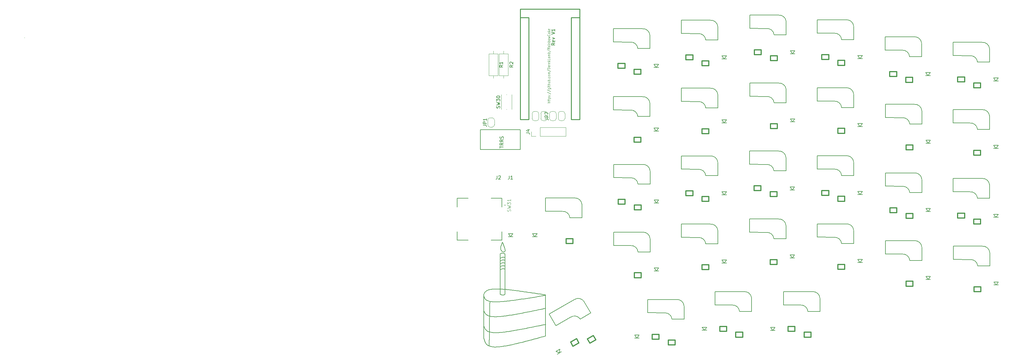
<source format=gbr>
%TF.GenerationSoftware,KiCad,Pcbnew,(5.1.8)-1*%
%TF.CreationDate,2020-12-16T21:53:35-07:00*%
%TF.ProjectId,RGBCakeBoard,52474243-616b-4654-926f-6172642e6b69,rev?*%
%TF.SameCoordinates,Original*%
%TF.FileFunction,Legend,Top*%
%TF.FilePolarity,Positive*%
%FSLAX46Y46*%
G04 Gerber Fmt 4.6, Leading zero omitted, Abs format (unit mm)*
G04 Created by KiCad (PCBNEW (5.1.8)-1) date 2020-12-16 21:53:35*
%MOMM*%
%LPD*%
G01*
G04 APERTURE LIST*
%ADD10C,0.200000*%
%ADD11C,0.125000*%
%ADD12C,0.150000*%
%ADD13C,0.300000*%
%ADD14C,0.120000*%
%ADD15C,0.127000*%
%ADD16C,0.250000*%
%ADD17C,0.015000*%
G04 APERTURE END LIST*
D10*
X78302296Y-117335415D02*
X78302296Y-117335415D01*
D11*
X93023885Y-73889600D02*
X92273885Y-73889600D01*
X93023885Y-73611028D02*
X92631028Y-73611028D01*
X92559600Y-73641980D01*
X92523885Y-73703885D01*
X92523885Y-73796742D01*
X92559600Y-73858647D01*
X92595314Y-73889600D01*
X92523885Y-73394361D02*
X92523885Y-73146742D01*
X92273885Y-73301504D02*
X92916742Y-73301504D01*
X92988171Y-73270552D01*
X93023885Y-73208647D01*
X93023885Y-73146742D01*
X92523885Y-73022933D02*
X92523885Y-72775314D01*
X92273885Y-72930076D02*
X92916742Y-72930076D01*
X92988171Y-72899123D01*
X93023885Y-72837219D01*
X93023885Y-72775314D01*
X92523885Y-72558647D02*
X93273885Y-72558647D01*
X92559600Y-72558647D02*
X92523885Y-72496742D01*
X92523885Y-72372933D01*
X92559600Y-72311028D01*
X92595314Y-72280076D01*
X92666742Y-72249123D01*
X92881028Y-72249123D01*
X92952457Y-72280076D01*
X92988171Y-72311028D01*
X93023885Y-72372933D01*
X93023885Y-72496742D01*
X92988171Y-72558647D01*
X92988171Y-72001504D02*
X93023885Y-71939600D01*
X93023885Y-71815790D01*
X92988171Y-71753885D01*
X92916742Y-71722933D01*
X92881028Y-71722933D01*
X92809600Y-71753885D01*
X92773885Y-71815790D01*
X92773885Y-71908647D01*
X92738171Y-71970552D01*
X92666742Y-72001504D01*
X92631028Y-72001504D01*
X92559600Y-71970552D01*
X92523885Y-71908647D01*
X92523885Y-71815790D01*
X92559600Y-71753885D01*
X92952457Y-71444361D02*
X92988171Y-71413409D01*
X93023885Y-71444361D01*
X92988171Y-71475314D01*
X92952457Y-71444361D01*
X93023885Y-71444361D01*
X92559600Y-71444361D02*
X92595314Y-71413409D01*
X92631028Y-71444361D01*
X92595314Y-71475314D01*
X92559600Y-71444361D01*
X92631028Y-71444361D01*
X92238171Y-70670552D02*
X93202457Y-71227695D01*
X92238171Y-69989600D02*
X93202457Y-70546742D01*
X92523885Y-69494361D02*
X93131028Y-69494361D01*
X93202457Y-69525314D01*
X93238171Y-69556266D01*
X93273885Y-69618171D01*
X93273885Y-69711028D01*
X93238171Y-69772933D01*
X92988171Y-69494361D02*
X93023885Y-69556266D01*
X93023885Y-69680076D01*
X92988171Y-69741980D01*
X92952457Y-69772933D01*
X92881028Y-69803885D01*
X92666742Y-69803885D01*
X92595314Y-69772933D01*
X92559600Y-69741980D01*
X92523885Y-69680076D01*
X92523885Y-69556266D01*
X92559600Y-69494361D01*
X93023885Y-69184838D02*
X92523885Y-69184838D01*
X92273885Y-69184838D02*
X92309600Y-69215790D01*
X92345314Y-69184838D01*
X92309600Y-69153885D01*
X92273885Y-69184838D01*
X92345314Y-69184838D01*
X92523885Y-68968171D02*
X92523885Y-68720552D01*
X92273885Y-68875314D02*
X92916742Y-68875314D01*
X92988171Y-68844361D01*
X93023885Y-68782457D01*
X93023885Y-68720552D01*
X93023885Y-68503885D02*
X92273885Y-68503885D01*
X93023885Y-68225314D02*
X92631028Y-68225314D01*
X92559600Y-68256266D01*
X92523885Y-68318171D01*
X92523885Y-68411028D01*
X92559600Y-68472933D01*
X92595314Y-68503885D01*
X92523885Y-67637219D02*
X93023885Y-67637219D01*
X92523885Y-67915790D02*
X92916742Y-67915790D01*
X92988171Y-67884838D01*
X93023885Y-67822933D01*
X93023885Y-67730076D01*
X92988171Y-67668171D01*
X92952457Y-67637219D01*
X93023885Y-67327695D02*
X92273885Y-67327695D01*
X92559600Y-67327695D02*
X92523885Y-67265790D01*
X92523885Y-67141980D01*
X92559600Y-67080076D01*
X92595314Y-67049123D01*
X92666742Y-67018171D01*
X92881028Y-67018171D01*
X92952457Y-67049123D01*
X92988171Y-67080076D01*
X93023885Y-67141980D01*
X93023885Y-67265790D01*
X92988171Y-67327695D01*
X92952457Y-66739600D02*
X92988171Y-66708647D01*
X93023885Y-66739600D01*
X92988171Y-66770552D01*
X92952457Y-66739600D01*
X93023885Y-66739600D01*
X92988171Y-66151504D02*
X93023885Y-66213409D01*
X93023885Y-66337219D01*
X92988171Y-66399123D01*
X92952457Y-66430076D01*
X92881028Y-66461028D01*
X92666742Y-66461028D01*
X92595314Y-66430076D01*
X92559600Y-66399123D01*
X92523885Y-66337219D01*
X92523885Y-66213409D01*
X92559600Y-66151504D01*
X93023885Y-65780076D02*
X92988171Y-65841980D01*
X92952457Y-65872933D01*
X92881028Y-65903885D01*
X92666742Y-65903885D01*
X92595314Y-65872933D01*
X92559600Y-65841980D01*
X92523885Y-65780076D01*
X92523885Y-65687219D01*
X92559600Y-65625314D01*
X92595314Y-65594361D01*
X92666742Y-65563409D01*
X92881028Y-65563409D01*
X92952457Y-65594361D01*
X92988171Y-65625314D01*
X93023885Y-65687219D01*
X93023885Y-65780076D01*
X93023885Y-65284838D02*
X92523885Y-65284838D01*
X92595314Y-65284838D02*
X92559600Y-65253885D01*
X92523885Y-65191980D01*
X92523885Y-65099123D01*
X92559600Y-65037219D01*
X92631028Y-65006266D01*
X93023885Y-65006266D01*
X92631028Y-65006266D02*
X92559600Y-64975314D01*
X92523885Y-64913409D01*
X92523885Y-64820552D01*
X92559600Y-64758647D01*
X92631028Y-64727695D01*
X93023885Y-64727695D01*
X92238171Y-63953885D02*
X93202457Y-64511028D01*
X93023885Y-63737219D02*
X92273885Y-63737219D01*
X92273885Y-63582457D01*
X92309600Y-63489600D01*
X92381028Y-63427695D01*
X92452457Y-63396742D01*
X92595314Y-63365790D01*
X92702457Y-63365790D01*
X92845314Y-63396742D01*
X92916742Y-63427695D01*
X92988171Y-63489600D01*
X93023885Y-63582457D01*
X93023885Y-63737219D01*
X92988171Y-62839600D02*
X93023885Y-62901504D01*
X93023885Y-63025314D01*
X92988171Y-63087219D01*
X92916742Y-63118171D01*
X92631028Y-63118171D01*
X92559600Y-63087219D01*
X92523885Y-63025314D01*
X92523885Y-62901504D01*
X92559600Y-62839600D01*
X92631028Y-62808647D01*
X92702457Y-62808647D01*
X92773885Y-63118171D01*
X93023885Y-62530076D02*
X92523885Y-62530076D01*
X92666742Y-62530076D02*
X92595314Y-62499123D01*
X92559600Y-62468171D01*
X92523885Y-62406266D01*
X92523885Y-62344361D01*
X92988171Y-61880076D02*
X93023885Y-61941980D01*
X93023885Y-62065790D01*
X92988171Y-62127695D01*
X92916742Y-62158647D01*
X92631028Y-62158647D01*
X92559600Y-62127695D01*
X92523885Y-62065790D01*
X92523885Y-61941980D01*
X92559600Y-61880076D01*
X92631028Y-61849123D01*
X92702457Y-61849123D01*
X92773885Y-62158647D01*
X93023885Y-61570552D02*
X92273885Y-61570552D01*
X92738171Y-61508647D02*
X93023885Y-61322933D01*
X92523885Y-61322933D02*
X92809600Y-61570552D01*
X93023885Y-60734838D02*
X93023885Y-61044361D01*
X92273885Y-61044361D01*
X93023885Y-60239600D02*
X92631028Y-60239600D01*
X92559600Y-60270552D01*
X92523885Y-60332457D01*
X92523885Y-60456266D01*
X92559600Y-60518171D01*
X92988171Y-60239600D02*
X93023885Y-60301504D01*
X93023885Y-60456266D01*
X92988171Y-60518171D01*
X92916742Y-60549123D01*
X92845314Y-60549123D01*
X92773885Y-60518171D01*
X92738171Y-60456266D01*
X92738171Y-60301504D01*
X92702457Y-60239600D01*
X93023885Y-59930076D02*
X92523885Y-59930076D01*
X92595314Y-59930076D02*
X92559600Y-59899123D01*
X92523885Y-59837219D01*
X92523885Y-59744361D01*
X92559600Y-59682457D01*
X92631028Y-59651504D01*
X93023885Y-59651504D01*
X92631028Y-59651504D02*
X92559600Y-59620552D01*
X92523885Y-59558647D01*
X92523885Y-59465790D01*
X92559600Y-59403885D01*
X92631028Y-59372933D01*
X93023885Y-59372933D01*
X93023885Y-59063409D02*
X92273885Y-59063409D01*
X92559600Y-59063409D02*
X92523885Y-59001504D01*
X92523885Y-58877695D01*
X92559600Y-58815790D01*
X92595314Y-58784838D01*
X92666742Y-58753885D01*
X92881028Y-58753885D01*
X92952457Y-58784838D01*
X92988171Y-58815790D01*
X93023885Y-58877695D01*
X93023885Y-59001504D01*
X92988171Y-59063409D01*
X92238171Y-58011028D02*
X93202457Y-58568171D01*
X93023885Y-57422933D02*
X92666742Y-57639600D01*
X93023885Y-57794361D02*
X92273885Y-57794361D01*
X92273885Y-57546742D01*
X92309600Y-57484838D01*
X92345314Y-57453885D01*
X92416742Y-57422933D01*
X92523885Y-57422933D01*
X92595314Y-57453885D01*
X92631028Y-57484838D01*
X92666742Y-57546742D01*
X92666742Y-57794361D01*
X93023885Y-56865790D02*
X92631028Y-56865790D01*
X92559600Y-56896742D01*
X92523885Y-56958647D01*
X92523885Y-57082457D01*
X92559600Y-57144361D01*
X92988171Y-56865790D02*
X93023885Y-56927695D01*
X93023885Y-57082457D01*
X92988171Y-57144361D01*
X92916742Y-57175314D01*
X92845314Y-57175314D01*
X92773885Y-57144361D01*
X92738171Y-57082457D01*
X92738171Y-56927695D01*
X92702457Y-56865790D01*
X93023885Y-56556266D02*
X92523885Y-56556266D01*
X92273885Y-56556266D02*
X92309600Y-56587219D01*
X92345314Y-56556266D01*
X92309600Y-56525314D01*
X92273885Y-56556266D01*
X92345314Y-56556266D01*
X92523885Y-56246742D02*
X93023885Y-56246742D01*
X92595314Y-56246742D02*
X92559600Y-56215790D01*
X92523885Y-56153885D01*
X92523885Y-56061028D01*
X92559600Y-55999123D01*
X92631028Y-55968171D01*
X93023885Y-55968171D01*
X93023885Y-55658647D02*
X92273885Y-55658647D01*
X92559600Y-55658647D02*
X92523885Y-55596742D01*
X92523885Y-55472933D01*
X92559600Y-55411028D01*
X92595314Y-55380076D01*
X92666742Y-55349123D01*
X92881028Y-55349123D01*
X92952457Y-55380076D01*
X92988171Y-55411028D01*
X93023885Y-55472933D01*
X93023885Y-55596742D01*
X92988171Y-55658647D01*
X93023885Y-54977695D02*
X92988171Y-55039600D01*
X92952457Y-55070552D01*
X92881028Y-55101504D01*
X92666742Y-55101504D01*
X92595314Y-55070552D01*
X92559600Y-55039600D01*
X92523885Y-54977695D01*
X92523885Y-54884838D01*
X92559600Y-54822933D01*
X92595314Y-54791980D01*
X92666742Y-54761028D01*
X92881028Y-54761028D01*
X92952457Y-54791980D01*
X92988171Y-54822933D01*
X93023885Y-54884838D01*
X93023885Y-54977695D01*
X92523885Y-54544361D02*
X93023885Y-54420552D01*
X92666742Y-54296742D01*
X93023885Y-54172933D01*
X92523885Y-54049123D01*
X92952457Y-53430076D02*
X92988171Y-53461028D01*
X93023885Y-53553885D01*
X93023885Y-53615790D01*
X92988171Y-53708647D01*
X92916742Y-53770552D01*
X92845314Y-53801504D01*
X92702457Y-53832457D01*
X92595314Y-53832457D01*
X92452457Y-53801504D01*
X92381028Y-53770552D01*
X92309600Y-53708647D01*
X92273885Y-53615790D01*
X92273885Y-53553885D01*
X92309600Y-53461028D01*
X92345314Y-53430076D01*
X93023885Y-52872933D02*
X92631028Y-52872933D01*
X92559600Y-52903885D01*
X92523885Y-52965790D01*
X92523885Y-53089600D01*
X92559600Y-53151504D01*
X92988171Y-52872933D02*
X93023885Y-52934838D01*
X93023885Y-53089600D01*
X92988171Y-53151504D01*
X92916742Y-53182457D01*
X92845314Y-53182457D01*
X92773885Y-53151504D01*
X92738171Y-53089600D01*
X92738171Y-52934838D01*
X92702457Y-52872933D01*
X93023885Y-52563409D02*
X92273885Y-52563409D01*
X92738171Y-52501504D02*
X93023885Y-52315790D01*
X92523885Y-52315790D02*
X92809600Y-52563409D01*
X92988171Y-51789600D02*
X93023885Y-51851504D01*
X93023885Y-51975314D01*
X92988171Y-52037219D01*
X92916742Y-52068171D01*
X92631028Y-52068171D01*
X92559600Y-52037219D01*
X92523885Y-51975314D01*
X92523885Y-51851504D01*
X92559600Y-51789600D01*
X92631028Y-51758647D01*
X92702457Y-51758647D01*
X92773885Y-52068171D01*
D12*
X94508580Y-56065514D02*
X94032390Y-56398847D01*
X94508580Y-56636942D02*
X93508580Y-56636942D01*
X93508580Y-56255990D01*
X93556200Y-56160752D01*
X93603819Y-56113133D01*
X93699057Y-56065514D01*
X93841914Y-56065514D01*
X93937152Y-56113133D01*
X93984771Y-56160752D01*
X94032390Y-56255990D01*
X94032390Y-56636942D01*
X94460961Y-55255990D02*
X94508580Y-55351228D01*
X94508580Y-55541704D01*
X94460961Y-55636942D01*
X94365723Y-55684561D01*
X93984771Y-55684561D01*
X93889533Y-55636942D01*
X93841914Y-55541704D01*
X93841914Y-55351228D01*
X93889533Y-55255990D01*
X93984771Y-55208371D01*
X94080009Y-55208371D01*
X94175247Y-55684561D01*
X93841914Y-54875038D02*
X94508580Y-54636942D01*
X93841914Y-54398847D01*
X93508580Y-53398847D02*
X94508580Y-53065514D01*
X93508580Y-52732180D01*
X94508580Y-51875038D02*
X94508580Y-52446466D01*
X94508580Y-52160752D02*
X93508580Y-52160752D01*
X93651438Y-52255990D01*
X93746676Y-52351228D01*
X93794295Y-52446466D01*
D10*
X91675355Y-131339585D02*
X91675355Y-131724433D01*
X91675355Y-131724433D02*
X91675355Y-132109280D01*
X91675355Y-132109280D02*
X91675355Y-132494125D01*
X91675355Y-132494125D02*
X91675355Y-132878969D01*
X91675355Y-132878969D02*
X91675355Y-133263812D01*
X91675355Y-133263812D02*
X91675355Y-133648653D01*
X91675355Y-133648653D02*
X91675355Y-134033492D01*
X91675355Y-134033492D02*
X91675355Y-134418331D01*
X91675355Y-134418331D02*
X91675355Y-134803167D01*
X91675355Y-134803167D02*
X91675355Y-135188003D01*
X91675355Y-135188003D02*
X91675355Y-135572836D01*
X91675355Y-135572836D02*
X91675355Y-135957669D01*
X91675355Y-135957669D02*
X91675355Y-136342500D01*
X91675355Y-136342500D02*
X91675355Y-136727329D01*
X91675355Y-136727329D02*
X91675355Y-137112157D01*
X91675355Y-137112157D02*
X91675355Y-137496984D01*
X91675355Y-137496984D02*
X91675355Y-137881809D01*
X91675355Y-137881809D02*
X91675355Y-138266632D01*
X91675355Y-138266632D02*
X91675355Y-138651454D01*
X91675355Y-138651454D02*
X91675355Y-139036275D01*
X91675355Y-139036275D02*
X91675355Y-139421094D01*
X91675355Y-139421094D02*
X91675355Y-139805912D01*
X91675355Y-139805912D02*
X91675355Y-140190728D01*
X91675355Y-140190728D02*
X91675355Y-140575543D01*
X91675355Y-140575543D02*
X91675355Y-140960357D01*
X91675355Y-140960357D02*
X91675355Y-141345169D01*
X91675355Y-141345169D02*
X91675355Y-141729979D01*
X91675355Y-141729979D02*
X91675355Y-142114789D01*
X91675355Y-142114789D02*
X91675355Y-142499596D01*
X91675355Y-142499596D02*
X91675355Y-142884402D01*
X91675355Y-142884402D02*
X91675355Y-143269207D01*
X91675355Y-143269207D02*
X91675355Y-143654011D01*
X91675355Y-143654011D02*
X91133703Y-143802194D01*
X91133703Y-143802194D02*
X90592546Y-143950107D01*
X90592546Y-143950107D02*
X90052380Y-144097479D01*
X90052380Y-144097479D02*
X89513701Y-144244040D01*
X89513701Y-144244040D02*
X88977006Y-144389518D01*
X88977006Y-144389518D02*
X88442790Y-144533643D01*
X88442790Y-144533643D02*
X87911550Y-144676145D01*
X87911550Y-144676145D02*
X87383781Y-144816753D01*
X87383781Y-144816753D02*
X86859980Y-144955196D01*
X86859980Y-144955196D02*
X86340642Y-145091203D01*
X86340642Y-145091203D02*
X85826264Y-145224504D01*
X85826264Y-145224504D02*
X85317342Y-145354829D01*
X85317342Y-145354829D02*
X84814371Y-145481906D01*
X84814371Y-145481906D02*
X84317849Y-145605465D01*
X84317849Y-145605465D02*
X83828270Y-145725236D01*
X83828270Y-145725236D02*
X83346132Y-145840948D01*
X83346132Y-145840948D02*
X82871930Y-145952329D01*
X82871930Y-145952329D02*
X82406160Y-146059110D01*
X82406160Y-146059110D02*
X81949318Y-146161020D01*
X81949318Y-146161020D02*
X81501900Y-146257789D01*
X81501900Y-146257789D02*
X81064403Y-146349144D01*
X81064403Y-146349144D02*
X80637322Y-146434817D01*
X80637322Y-146434817D02*
X80221154Y-146514536D01*
X80221154Y-146514536D02*
X79816394Y-146588031D01*
X79816394Y-146588031D02*
X79423539Y-146655031D01*
X79423539Y-146655031D02*
X79043085Y-146715265D01*
X79043085Y-146715265D02*
X78675528Y-146768464D01*
X78675528Y-146768464D02*
X78321363Y-146814355D01*
X78321363Y-146814355D02*
X77981087Y-146852669D01*
X77981087Y-146852669D02*
X77655197Y-146883135D01*
X77655197Y-146883135D02*
X77344187Y-146905482D01*
X77344187Y-146905482D02*
X77048555Y-146919440D01*
X79640628Y-129701153D02*
X79366687Y-129678204D01*
X79366687Y-129678204D02*
X79101722Y-129657738D01*
X79101722Y-129657738D02*
X78845556Y-129639708D01*
X78845556Y-129639708D02*
X78598012Y-129624064D01*
X78598012Y-129624064D02*
X78358913Y-129610759D01*
X78358913Y-129610759D02*
X78128083Y-129599744D01*
X78128083Y-129599744D02*
X77905345Y-129590971D01*
X77905345Y-129590971D02*
X77690523Y-129584392D01*
X77690523Y-129584392D02*
X77483440Y-129579959D01*
X77483440Y-129579959D02*
X77091783Y-129577337D01*
X77091783Y-129577337D02*
X76728962Y-129582720D01*
X76728962Y-129582720D02*
X76393564Y-129595721D01*
X76393564Y-129595721D02*
X76084175Y-129615956D01*
X76084175Y-129615956D02*
X75799383Y-129643038D01*
X75799383Y-129643038D02*
X75537775Y-129676583D01*
X75537775Y-129676583D02*
X75297937Y-129716203D01*
X75297937Y-129716203D02*
X75078456Y-129761514D01*
X75078456Y-129761514D02*
X74877920Y-129812130D01*
X74877920Y-129812130D02*
X74609545Y-129897157D01*
X74609545Y-129897157D02*
X74450187Y-129959349D01*
X91675355Y-131339585D02*
X91250526Y-131274901D01*
X91250526Y-131274901D02*
X90825983Y-131210296D01*
X90825983Y-131210296D02*
X90402010Y-131145849D01*
X90402010Y-131145849D02*
X89978894Y-131081639D01*
X89978894Y-131081639D02*
X89556921Y-131017746D01*
X89556921Y-131017746D02*
X89136377Y-130954247D01*
X89136377Y-130954247D02*
X88717548Y-130891223D01*
X88717548Y-130891223D02*
X88300719Y-130828753D01*
X88300719Y-130828753D02*
X87886177Y-130766915D01*
X87886177Y-130766915D02*
X87474208Y-130705789D01*
X87474208Y-130705789D02*
X87065098Y-130645454D01*
X87065098Y-130645454D02*
X86659132Y-130585988D01*
X86659132Y-130585988D02*
X86256597Y-130527472D01*
X86256597Y-130527472D02*
X85857779Y-130469983D01*
X85857779Y-130469983D02*
X85462963Y-130413602D01*
X85462963Y-130413602D02*
X85072436Y-130358406D01*
X85072436Y-130358406D02*
X84686484Y-130304477D01*
X84686484Y-130304477D02*
X84305392Y-130251891D01*
X84305392Y-130251891D02*
X83929447Y-130200729D01*
X83929447Y-130200729D02*
X83558935Y-130151070D01*
X83558935Y-130151070D02*
X83194141Y-130102992D01*
X83194141Y-130102992D02*
X82835352Y-130056576D01*
X82835352Y-130056576D02*
X82482853Y-130011899D01*
X82482853Y-130011899D02*
X82136931Y-129969041D01*
X82136931Y-129969041D02*
X81797871Y-129928081D01*
X81797871Y-129928081D02*
X81465960Y-129889098D01*
X81465960Y-129889098D02*
X81141484Y-129852172D01*
X81141484Y-129852172D02*
X80824728Y-129817381D01*
X80824728Y-129817381D02*
X80515978Y-129784804D01*
X80515978Y-129784804D02*
X80215521Y-129754521D01*
X80215521Y-129754521D02*
X79923642Y-129726611D01*
X79923642Y-129726611D02*
X79640628Y-129701153D01*
X77048555Y-146919440D02*
X76768630Y-146924826D01*
X76768630Y-146924826D02*
X76504083Y-146921822D01*
X76504083Y-146921822D02*
X76254418Y-146910696D01*
X76254418Y-146910696D02*
X76019139Y-146891721D01*
X76019139Y-146891721D02*
X75797748Y-146865166D01*
X75797748Y-146865166D02*
X75589752Y-146831303D01*
X75589752Y-146831303D02*
X75211954Y-146742731D01*
X75211954Y-146742731D02*
X74881777Y-146628173D01*
X74881777Y-146628173D02*
X74595252Y-146489791D01*
X74595252Y-146489791D02*
X74348411Y-146329752D01*
X74348411Y-146329752D02*
X74137285Y-146150221D01*
X74137285Y-146150221D02*
X73957905Y-145953362D01*
X73957905Y-145953362D02*
X73806304Y-145741341D01*
X73806304Y-145741341D02*
X73678512Y-145516322D01*
X73678512Y-145516322D02*
X73570561Y-145280472D01*
X73570561Y-145280472D02*
X73478482Y-145035954D01*
X73478482Y-145035954D02*
X73398307Y-144784934D01*
X73398307Y-144784934D02*
X73326067Y-144529577D01*
X73326067Y-144529577D02*
X73257795Y-144272049D01*
X76684625Y-133410399D02*
X76403488Y-133404709D01*
X76403488Y-133404709D02*
X76138781Y-133393296D01*
X76138781Y-133393296D02*
X75889973Y-133376344D01*
X75889973Y-133376344D02*
X75656533Y-133354036D01*
X75656533Y-133354036D02*
X75437933Y-133326558D01*
X75437933Y-133326558D02*
X75233641Y-133294095D01*
X75233641Y-133294095D02*
X74865866Y-133214951D01*
X74865866Y-133214951D02*
X74548967Y-133118082D01*
X74548967Y-133118082D02*
X74278705Y-133004965D01*
X74278705Y-133004965D02*
X74050841Y-132877078D01*
X74050841Y-132877078D02*
X73861135Y-132735898D01*
X73861135Y-132735898D02*
X73705346Y-132582903D01*
X73705346Y-132582903D02*
X73579237Y-132419571D01*
X73579237Y-132419571D02*
X73436445Y-132158421D01*
X73436445Y-132158421D02*
X73336582Y-131882324D01*
X73336582Y-131882324D02*
X73265339Y-131596265D01*
X73265339Y-131596265D02*
X73208407Y-131305232D01*
X91736792Y-131483151D02*
X91176070Y-131574843D01*
X91176070Y-131574843D02*
X90615879Y-131666350D01*
X90615879Y-131666350D02*
X90056749Y-131757489D01*
X90056749Y-131757489D02*
X89499208Y-131848073D01*
X89499208Y-131848073D02*
X88943786Y-131937920D01*
X88943786Y-131937920D02*
X88391014Y-132026843D01*
X88391014Y-132026843D02*
X87841422Y-132114660D01*
X87841422Y-132114660D02*
X87295538Y-132201184D01*
X87295538Y-132201184D02*
X86753894Y-132286232D01*
X86753894Y-132286232D02*
X86217018Y-132369619D01*
X86217018Y-132369619D02*
X85685441Y-132451161D01*
X85685441Y-132451161D02*
X85159693Y-132530673D01*
X85159693Y-132530673D02*
X84640302Y-132607970D01*
X84640302Y-132607970D02*
X84127800Y-132682867D01*
X84127800Y-132682867D02*
X83622716Y-132755182D01*
X83622716Y-132755182D02*
X83125579Y-132824728D01*
X83125579Y-132824728D02*
X82636920Y-132891321D01*
X82636920Y-132891321D02*
X82157269Y-132954777D01*
X82157269Y-132954777D02*
X81687154Y-133014911D01*
X81687154Y-133014911D02*
X81227107Y-133071538D01*
X81227107Y-133071538D02*
X80777656Y-133124475D01*
X80777656Y-133124475D02*
X80339333Y-133173537D01*
X80339333Y-133173537D02*
X79912665Y-133218538D01*
X79912665Y-133218538D02*
X79498184Y-133259294D01*
X79498184Y-133259294D02*
X79096420Y-133295622D01*
X79096420Y-133295622D02*
X78707901Y-133327336D01*
X78707901Y-133327336D02*
X78333158Y-133354252D01*
X78333158Y-133354252D02*
X77972721Y-133376185D01*
X77972721Y-133376185D02*
X77627119Y-133392950D01*
X77627119Y-133392950D02*
X77296882Y-133404364D01*
X77296882Y-133404364D02*
X76982541Y-133410242D01*
X76982541Y-133410242D02*
X76684625Y-133410399D01*
X78884444Y-118410010D02*
X79079087Y-118486699D01*
X79079087Y-118486699D02*
X79302048Y-118506110D01*
X79302048Y-118506110D02*
X79491226Y-118434352D01*
X79491226Y-118434352D02*
X79615808Y-118254919D01*
X79615808Y-118254919D02*
X79648178Y-118051687D01*
X78857749Y-115587379D02*
X78755826Y-115820083D01*
X78755826Y-115820083D02*
X78656995Y-116051441D01*
X78656995Y-116051441D02*
X78564352Y-116280098D01*
X78564352Y-116280098D02*
X78480991Y-116504698D01*
X78480991Y-116504698D02*
X78410010Y-116723885D01*
X78410010Y-116723885D02*
X78354503Y-116936304D01*
X78354503Y-116936304D02*
X78317566Y-117140599D01*
X78317566Y-117140599D02*
X78302296Y-117335415D01*
X75112880Y-133232076D02*
X75094622Y-133438612D01*
X75094622Y-133438612D02*
X75081195Y-133653513D01*
X75081195Y-133653513D02*
X75070027Y-133899921D01*
X75070027Y-133899921D02*
X75061315Y-134143080D01*
X75061315Y-134143080D02*
X75052255Y-134446901D01*
X75052255Y-134446901D02*
X75045994Y-134687880D01*
X75045994Y-134687880D02*
X75039537Y-134962916D01*
X75039537Y-134962916D02*
X75032867Y-135274848D01*
X75032867Y-135274848D02*
X75025969Y-135626513D01*
X75025969Y-135626513D02*
X75018826Y-136020752D01*
X79602139Y-119014804D02*
X79602139Y-131143817D01*
X78833875Y-121765944D02*
X79036818Y-121747959D01*
X79036818Y-121747959D02*
X79240921Y-121763549D01*
X79240921Y-121763549D02*
X79445735Y-121799575D01*
X79445735Y-121799575D02*
X79559662Y-121823585D01*
X79602139Y-131143817D02*
X79411765Y-131284537D01*
X79411765Y-131284537D02*
X79192358Y-131377105D01*
X79192358Y-131377105D02*
X78980765Y-131406556D01*
X78980765Y-131406556D02*
X78737407Y-131383323D01*
X78737407Y-131383323D02*
X78516305Y-131320927D01*
X78516305Y-131320927D02*
X78268797Y-131214735D01*
X78268797Y-131214735D02*
X78134298Y-131143817D01*
X78851257Y-120904554D02*
X79054200Y-120886567D01*
X79054200Y-120886567D02*
X79258304Y-120902156D01*
X79258304Y-120902156D02*
X79463118Y-120938182D01*
X79463118Y-120938182D02*
X79577044Y-120962192D01*
X91799891Y-140150624D02*
X91255096Y-140263557D01*
X91255096Y-140263557D02*
X90710799Y-140376284D01*
X90710799Y-140376284D02*
X90167498Y-140488599D01*
X90167498Y-140488599D02*
X89625694Y-140600295D01*
X89625694Y-140600295D02*
X89085884Y-140711167D01*
X89085884Y-140711167D02*
X88548568Y-140821008D01*
X88548568Y-140821008D02*
X88014244Y-140929611D01*
X88014244Y-140929611D02*
X87483412Y-141036771D01*
X87483412Y-141036771D02*
X86956570Y-141142281D01*
X86956570Y-141142281D02*
X86434217Y-141245935D01*
X86434217Y-141245935D02*
X85916853Y-141347526D01*
X85916853Y-141347526D02*
X85404976Y-141446849D01*
X85404976Y-141446849D02*
X84899086Y-141543698D01*
X84899086Y-141543698D02*
X84399680Y-141637865D01*
X84399680Y-141637865D02*
X83907259Y-141729145D01*
X83907259Y-141729145D02*
X83422321Y-141817331D01*
X83422321Y-141817331D02*
X82945365Y-141902217D01*
X82945365Y-141902217D02*
X82476890Y-141983598D01*
X82476890Y-141983598D02*
X82017395Y-142061266D01*
X82017395Y-142061266D02*
X81567379Y-142135015D01*
X81567379Y-142135015D02*
X81127341Y-142204640D01*
X81127341Y-142204640D02*
X80697780Y-142269933D01*
X80697780Y-142269933D02*
X80279194Y-142330689D01*
X80279194Y-142330689D02*
X79872083Y-142386702D01*
X79872083Y-142386702D02*
X79476946Y-142437765D01*
X79476946Y-142437765D02*
X79094282Y-142483671D01*
X79094282Y-142483671D02*
X78724589Y-142524216D01*
X78724589Y-142524216D02*
X78368366Y-142559191D01*
X78368366Y-142559191D02*
X78026114Y-142588392D01*
X78026114Y-142588392D02*
X77698329Y-142611612D01*
X77698329Y-142611612D02*
X77385512Y-142628644D01*
X77385512Y-142628644D02*
X77088162Y-142639283D01*
X78843532Y-123533152D02*
X79046474Y-123515166D01*
X79046474Y-123515166D02*
X79250578Y-123530755D01*
X79250578Y-123530755D02*
X79455392Y-123566780D01*
X79455392Y-123566780D02*
X79569319Y-123590790D01*
X91738085Y-135376273D02*
X91193290Y-135489205D01*
X91193290Y-135489205D02*
X90648993Y-135601932D01*
X90648993Y-135601932D02*
X90105693Y-135714247D01*
X90105693Y-135714247D02*
X89563889Y-135825943D01*
X89563889Y-135825943D02*
X89024079Y-135936815D01*
X89024079Y-135936815D02*
X88486762Y-136046655D01*
X88486762Y-136046655D02*
X87952439Y-136155258D01*
X87952439Y-136155258D02*
X87421607Y-136262418D01*
X87421607Y-136262418D02*
X86894765Y-136367928D01*
X86894765Y-136367928D02*
X86372412Y-136471582D01*
X86372412Y-136471582D02*
X85855048Y-136573173D01*
X85855048Y-136573173D02*
X85343172Y-136672497D01*
X85343172Y-136672497D02*
X84837281Y-136769345D01*
X84837281Y-136769345D02*
X84337876Y-136863512D01*
X84337876Y-136863512D02*
X83845455Y-136954792D01*
X83845455Y-136954792D02*
X83360517Y-137042978D01*
X83360517Y-137042978D02*
X82883561Y-137127865D01*
X82883561Y-137127865D02*
X82415086Y-137209245D01*
X82415086Y-137209245D02*
X81955591Y-137286914D01*
X81955591Y-137286914D02*
X81505575Y-137360663D01*
X81505575Y-137360663D02*
X81065537Y-137430288D01*
X81065537Y-137430288D02*
X80635975Y-137495582D01*
X80635975Y-137495582D02*
X80217390Y-137556338D01*
X80217390Y-137556338D02*
X79810279Y-137612350D01*
X79810279Y-137612350D02*
X79415142Y-137663413D01*
X79415142Y-137663413D02*
X79032477Y-137709320D01*
X79032477Y-137709320D02*
X78662784Y-137749864D01*
X78662784Y-137749864D02*
X78306562Y-137784840D01*
X78306562Y-137784840D02*
X77964309Y-137814041D01*
X77964309Y-137814041D02*
X77636525Y-137837261D01*
X77636525Y-137837261D02*
X77323708Y-137854293D01*
X77323708Y-137854293D02*
X77026358Y-137864932D01*
X78140343Y-121240794D02*
X78317120Y-121133646D01*
X78317120Y-121133646D02*
X78494283Y-121035732D01*
X78494283Y-121035732D02*
X78694515Y-120948117D01*
X78694515Y-120948117D02*
X78851257Y-120904554D01*
X77026358Y-137864932D02*
X76744806Y-137869038D01*
X76744806Y-137869038D02*
X76478722Y-137866750D01*
X76478722Y-137866750D02*
X76227606Y-137858272D01*
X76227606Y-137858272D02*
X75990959Y-137843812D01*
X75990959Y-137843812D02*
X75768282Y-137823575D01*
X75768282Y-137823575D02*
X75559076Y-137797768D01*
X75559076Y-137797768D02*
X75179083Y-137730267D01*
X75179083Y-137730267D02*
X74846987Y-137642961D01*
X74846987Y-137642961D02*
X74558797Y-137537498D01*
X74558797Y-137537498D02*
X74310521Y-137415530D01*
X74310521Y-137415530D02*
X74098168Y-137278705D01*
X74098168Y-137278705D02*
X73917746Y-137128674D01*
X73917746Y-137128674D02*
X73765263Y-136967087D01*
X73765263Y-136967087D02*
X73636728Y-136795594D01*
X73636728Y-136795594D02*
X73528149Y-136615846D01*
X73528149Y-136615846D02*
X73435535Y-136429491D01*
X73435535Y-136429491D02*
X73354894Y-136238181D01*
X73354894Y-136238181D02*
X73282233Y-136043564D01*
X73282233Y-136043564D02*
X73213563Y-135847293D01*
X78134298Y-131143817D02*
X78134298Y-119014804D01*
X78139472Y-120435650D02*
X78316251Y-120328502D01*
X78316251Y-120328502D02*
X78493414Y-120230588D01*
X78493414Y-120230588D02*
X78693647Y-120142972D01*
X78693647Y-120142972D02*
X78850388Y-120099410D01*
X79648178Y-118051687D02*
X79633235Y-117840853D01*
X79633235Y-117840853D02*
X79584744Y-117591127D01*
X79584744Y-117591127D02*
X79529243Y-117381654D01*
X79529243Y-117381654D02*
X79459591Y-117155777D01*
X79459591Y-117155777D02*
X79377809Y-116915841D01*
X79377809Y-116915841D02*
X79285920Y-116664192D01*
X79285920Y-116664192D02*
X79185947Y-116403176D01*
X79185947Y-116403176D02*
X79079912Y-116135138D01*
X79079912Y-116135138D02*
X78969839Y-115862424D01*
X78969839Y-115862424D02*
X78857749Y-115587379D01*
X78302296Y-117335415D02*
X78316668Y-117563609D01*
X78316668Y-117563609D02*
X78365520Y-117772677D01*
X78365520Y-117772677D02*
X78444683Y-117960434D01*
X78444683Y-117960434D02*
X78573821Y-118154538D01*
X78573821Y-118154538D02*
X78733401Y-118311039D01*
X78733401Y-118311039D02*
X78884444Y-118410010D01*
X78850388Y-120099410D02*
X79053330Y-120081425D01*
X79053330Y-120081425D02*
X79257434Y-120097014D01*
X79257434Y-120097014D02*
X79462249Y-120133040D01*
X79462249Y-120133040D02*
X79576176Y-120157050D01*
X78134298Y-119014804D02*
X78360017Y-118911371D01*
X78360017Y-118911371D02*
X78551163Y-118848524D01*
X78551163Y-118848524D02*
X78762023Y-118816384D01*
X78762023Y-118816384D02*
X78973737Y-118837086D01*
X78973737Y-118837086D02*
X79186306Y-118910633D01*
X79186306Y-118910633D02*
X79396361Y-118987131D01*
X79396361Y-118987131D02*
X79602139Y-119014804D01*
X78130687Y-122967441D02*
X78307464Y-122860293D01*
X78307464Y-122860293D02*
X78484626Y-122762378D01*
X78484626Y-122762378D02*
X78684859Y-122674763D01*
X78684859Y-122674763D02*
X78841600Y-122631200D01*
X77088162Y-142639283D02*
X76806610Y-142643389D01*
X76806610Y-142643389D02*
X76540526Y-142641101D01*
X76540526Y-142641101D02*
X76289410Y-142632623D01*
X76289410Y-142632623D02*
X76052763Y-142618162D01*
X76052763Y-142618162D02*
X75830086Y-142597925D01*
X75830086Y-142597925D02*
X75620880Y-142572118D01*
X75620880Y-142572118D02*
X75240887Y-142504618D01*
X75240887Y-142504618D02*
X74908791Y-142417311D01*
X74908791Y-142417311D02*
X74620601Y-142311848D01*
X74620601Y-142311848D02*
X74372326Y-142189880D01*
X74372326Y-142189880D02*
X74159973Y-142053055D01*
X74159973Y-142053055D02*
X73979551Y-141903024D01*
X73979551Y-141903024D02*
X73827068Y-141741438D01*
X73827068Y-141741438D02*
X73698533Y-141569945D01*
X73698533Y-141569945D02*
X73589955Y-141390197D01*
X73589955Y-141390197D02*
X73497341Y-141203842D01*
X73497341Y-141203842D02*
X73416699Y-141012532D01*
X73416699Y-141012532D02*
X73344039Y-140817916D01*
X73344039Y-140817916D02*
X73275369Y-140621645D01*
X74450187Y-129959349D02*
X74237267Y-130060002D01*
X74237267Y-130060002D02*
X74052909Y-130168707D01*
X74052909Y-130168707D02*
X73846420Y-130324732D01*
X73846420Y-130324732D02*
X73678450Y-130491619D01*
X73678450Y-130491619D02*
X73541993Y-130667394D01*
X73541993Y-130667394D02*
X73430046Y-130850086D01*
X73430046Y-130850086D02*
X73335604Y-131037722D01*
X73335604Y-131037722D02*
X73251664Y-131228330D01*
X73251664Y-131228330D02*
X73211443Y-131324132D01*
X73211443Y-131324132D02*
X73212891Y-131728755D01*
X73212891Y-131728755D02*
X73214339Y-132133379D01*
X73214339Y-132133379D02*
X73215788Y-132538005D01*
X73215788Y-132538005D02*
X73217236Y-132942632D01*
X73217236Y-132942632D02*
X73218685Y-133347259D01*
X73218685Y-133347259D02*
X73220133Y-133751887D01*
X73220133Y-133751887D02*
X73221582Y-134156516D01*
X73221582Y-134156516D02*
X73223030Y-134561146D01*
X73223030Y-134561146D02*
X73224479Y-134965776D01*
X73224479Y-134965776D02*
X73225927Y-135370406D01*
X73225927Y-135370406D02*
X73227376Y-135775036D01*
X73227376Y-135775036D02*
X73228824Y-136179666D01*
X73228824Y-136179666D02*
X73230273Y-136584296D01*
X73230273Y-136584296D02*
X73231721Y-136988926D01*
X73231721Y-136988926D02*
X73233170Y-137393555D01*
X73233170Y-137393555D02*
X73234619Y-137798183D01*
X73234619Y-137798183D02*
X73236067Y-138202811D01*
X73236067Y-138202811D02*
X73237516Y-138607438D01*
X73237516Y-138607438D02*
X73238964Y-139012064D01*
X73238964Y-139012064D02*
X73240413Y-139416689D01*
X73240413Y-139416689D02*
X73241861Y-139821312D01*
X73241861Y-139821312D02*
X73243310Y-140225935D01*
X73243310Y-140225935D02*
X73244758Y-140630555D01*
X73244758Y-140630555D02*
X73246207Y-141035174D01*
X73246207Y-141035174D02*
X73247655Y-141439791D01*
X73247655Y-141439791D02*
X73249104Y-141844406D01*
X73249104Y-141844406D02*
X73250552Y-142249019D01*
X73250552Y-142249019D02*
X73252001Y-142653630D01*
X73252001Y-142653630D02*
X73253449Y-143058239D01*
X73253449Y-143058239D02*
X73254898Y-143462845D01*
X73254898Y-143462845D02*
X73256346Y-143867448D01*
X73256346Y-143867448D02*
X73257795Y-144272049D01*
X78122958Y-122102184D02*
X78299737Y-121995036D01*
X78299737Y-121995036D02*
X78476900Y-121897122D01*
X78476900Y-121897122D02*
X78677133Y-121809507D01*
X78677133Y-121809507D02*
X78833875Y-121765944D01*
X75018826Y-136020752D02*
X75015157Y-136234604D01*
X75015157Y-136234604D02*
X75011426Y-136459452D01*
X75011426Y-136459452D02*
X75007633Y-136694943D01*
X75007633Y-136694943D02*
X75003781Y-136940721D01*
X75003781Y-136940721D02*
X74999872Y-137196432D01*
X74999872Y-137196432D02*
X74995907Y-137461720D01*
X74995907Y-137461720D02*
X74991890Y-137736232D01*
X74991890Y-137736232D02*
X74987821Y-138019611D01*
X74987821Y-138019611D02*
X74983703Y-138311504D01*
X74983703Y-138311504D02*
X74979538Y-138611556D01*
X74979538Y-138611556D02*
X74975328Y-138919412D01*
X74975328Y-138919412D02*
X74971075Y-139234717D01*
X74971075Y-139234717D02*
X74966781Y-139557116D01*
X74966781Y-139557116D02*
X74962449Y-139886255D01*
X74962449Y-139886255D02*
X74958079Y-140221778D01*
X74958079Y-140221778D02*
X74953675Y-140563332D01*
X74953675Y-140563332D02*
X74949238Y-140910561D01*
X74949238Y-140910561D02*
X74944771Y-141263111D01*
X74944771Y-141263111D02*
X74940274Y-141620626D01*
X74940274Y-141620626D02*
X74935752Y-141982753D01*
X74935752Y-141982753D02*
X74931204Y-142349135D01*
X74931204Y-142349135D02*
X74926634Y-142719419D01*
X74926634Y-142719419D02*
X74922044Y-143093250D01*
X74922044Y-143093250D02*
X74917436Y-143470273D01*
X74917436Y-143470273D02*
X74912811Y-143850133D01*
X74912811Y-143850133D02*
X74908171Y-144232476D01*
X74908171Y-144232476D02*
X74903520Y-144616946D01*
X74903520Y-144616946D02*
X74898858Y-145003189D01*
X74898858Y-145003189D02*
X74894188Y-145390850D01*
X74894188Y-145390850D02*
X74889512Y-145779574D01*
X74889512Y-145779574D02*
X74884832Y-146169008D01*
X74884832Y-146169008D02*
X74880150Y-146558795D01*
X78302296Y-117335415D02*
X78302296Y-117335415D01*
X78132615Y-123869389D02*
X78309394Y-123762243D01*
X78309394Y-123762243D02*
X78486557Y-123664330D01*
X78486557Y-123664330D02*
X78686791Y-123576715D01*
X78686791Y-123576715D02*
X78843532Y-123533152D01*
X78841600Y-122631200D02*
X79044542Y-122613215D01*
X79044542Y-122613215D02*
X79248646Y-122628805D01*
X79248646Y-122628805D02*
X79453461Y-122664831D01*
X79453461Y-122664831D02*
X79567387Y-122688841D01*
X85928200Y-48361600D02*
X85928200Y-48361600D01*
X85928200Y-48361600D02*
X85928200Y-48361600D01*
X85928200Y-48361600D02*
X85928200Y-48361600D01*
X85928200Y-48361600D02*
X85928200Y-48361600D01*
X85928200Y-48361600D02*
X85928200Y-48361600D01*
X85928200Y-48361600D02*
X85928200Y-48361600D01*
X85928200Y-48361600D02*
X85928200Y-48361600D01*
X85928200Y-48361600D02*
X85928200Y-48361600D01*
X85928200Y-48361600D02*
X85928200Y-48361600D01*
X85928200Y-48361600D02*
X85928200Y-48361600D01*
X85928200Y-48361600D02*
X85928200Y-48361600D01*
X85928200Y-48361600D02*
X85928200Y-48361600D01*
X85928200Y-48361600D02*
X85928200Y-48361600D01*
X85928200Y-48361600D02*
X85928200Y-48361600D01*
X85928200Y-48361600D02*
X85928200Y-48361600D01*
X85928200Y-48361600D02*
X85928200Y-48361600D01*
X85928200Y-48361600D02*
X85928200Y-48361600D01*
X85928200Y-48361600D02*
X85928200Y-48361600D01*
X85928200Y-48361600D02*
X85928200Y-48361600D01*
X85928200Y-48361600D02*
X85928200Y-48361600D01*
X85928200Y-48361600D02*
X85928200Y-48361600D01*
X85928200Y-48361600D02*
X85928200Y-48361600D01*
X85928200Y-48361600D02*
X85928200Y-48361600D01*
X85928200Y-48361600D02*
X85928200Y-48361600D01*
X85928200Y-48361600D02*
X85928200Y-48361600D01*
X85928200Y-48361600D02*
X85928200Y-48361600D01*
X85928200Y-48361600D02*
X85928200Y-48361600D01*
X85928200Y-48361600D02*
X85928200Y-48361600D01*
X85928200Y-48361600D02*
X85928200Y-48361600D01*
X85928200Y-48361600D02*
X85928200Y-48361600D01*
X85928200Y-48361600D02*
X85928200Y-48361600D01*
X85928200Y-48361600D02*
X85928200Y-48361600D01*
X85928200Y-48361600D02*
X85928200Y-48361600D01*
X85928200Y-48361600D02*
X85928200Y-48361600D01*
X85928200Y-48361600D02*
X85928200Y-48361600D01*
X85928200Y-48361600D02*
X85928200Y-48361600D01*
X85928200Y-48361600D02*
X85928200Y-48361600D01*
X85928200Y-48361600D02*
X85928200Y-48361600D01*
X85928200Y-48361600D02*
X85928200Y-48361600D01*
X85928200Y-48361600D02*
X85928200Y-48361600D01*
X85928200Y-48361600D02*
X85928200Y-48361600D01*
X85928200Y-48361600D02*
X85928200Y-48361600D01*
X85928200Y-48361600D02*
X85928200Y-48361600D01*
X85928200Y-48361600D02*
X85928200Y-48361600D01*
X85928200Y-48361600D02*
X85928200Y-48361600D01*
X85928200Y-48361600D02*
X85928200Y-48361600D01*
X85928200Y-48361600D02*
X85928200Y-48361600D01*
X85928200Y-48361600D02*
X85928200Y-48361600D01*
X85928200Y-48361600D02*
X85928200Y-48361600D01*
X85928200Y-48361600D02*
X85928200Y-48361600D01*
X85928200Y-48361600D02*
X85928200Y-48361600D01*
X85928200Y-48361600D02*
X85928200Y-48361600D01*
X85928200Y-48361600D02*
X85928200Y-48361600D01*
X85928200Y-48361600D02*
X85928200Y-48361600D01*
X85928200Y-48361600D02*
X85928200Y-48361600D01*
X85928200Y-48361600D02*
X85928200Y-48361600D01*
X85928200Y-48361600D02*
X85928200Y-48361600D01*
X85928200Y-48361600D02*
X85928200Y-48361600D01*
X85928200Y-48361600D02*
X85928200Y-48361600D01*
X85928200Y-48361600D02*
X85928200Y-48361600D01*
X85928200Y-48361600D02*
X85928200Y-48361600D01*
X85928200Y-48361600D02*
X85928200Y-48361600D01*
X85928200Y-48361600D02*
X85928200Y-48361600D01*
X85928200Y-48361600D02*
X85928200Y-48361600D01*
X85928200Y-48361600D02*
X85928200Y-48361600D01*
X85928200Y-48361600D02*
X85928200Y-48361600D01*
X85928200Y-48361600D02*
X85928200Y-48361600D01*
X85928200Y-48361600D02*
X85928200Y-48361600D01*
X85928200Y-48361600D02*
X85928200Y-48361600D01*
X85928200Y-48361600D02*
X85928200Y-48361600D01*
X85928200Y-48361600D02*
X85928200Y-48361600D01*
X85928200Y-48361600D02*
X85928200Y-48361600D01*
X85928200Y-48361600D02*
X85928200Y-48361600D01*
X85928200Y-48361600D02*
X85928200Y-48361600D01*
X85928200Y-48361600D02*
X85928200Y-48361600D01*
X85928200Y-48361600D02*
X85928200Y-48361600D01*
X85928200Y-48361600D02*
X85928200Y-48361600D01*
X85928200Y-48361600D02*
X85928200Y-48361600D01*
X85928200Y-48361600D02*
X85928200Y-48361600D01*
X85928200Y-48361600D02*
X85928200Y-48361600D01*
X85928200Y-48361600D02*
X85928200Y-48361600D01*
X85928200Y-48361600D02*
X85928200Y-48361600D01*
X85928200Y-48361600D02*
X85928200Y-48361600D01*
X85928200Y-48361600D02*
X85928200Y-48361600D01*
X85928200Y-48361600D02*
X85928200Y-48361600D01*
X85928200Y-48361600D02*
X85928200Y-48361600D01*
X85928200Y-48361600D02*
X85928200Y-48361600D01*
X85928200Y-48361600D02*
X85928200Y-48361600D01*
X85928200Y-48361600D02*
X85928200Y-48361600D01*
X85928200Y-48361600D02*
X85928200Y-48361600D01*
X85928200Y-48361600D02*
X85928200Y-48361600D01*
X85928200Y-48361600D02*
X85928200Y-48361600D01*
X85928200Y-48361600D02*
X85928200Y-48361600D01*
X85928200Y-48361600D02*
X85928200Y-48361600D01*
X85928200Y-48361600D02*
X85928200Y-48361600D01*
X85928200Y-48361600D02*
X85928200Y-48361600D01*
X85928200Y-48361600D02*
X85928200Y-48361600D01*
X85928200Y-48361600D02*
X85928200Y-48361600D01*
X85928200Y-48361600D02*
X85928200Y-48361600D01*
X85928200Y-48361600D02*
X85928200Y-48361600D01*
X85928200Y-48361600D02*
X85928200Y-48361600D01*
X85928200Y-48361600D02*
X85928200Y-48361600D01*
X85928200Y-48361600D02*
X85928200Y-48361600D01*
X85928200Y-48361600D02*
X85928200Y-48361600D01*
X85928200Y-48361600D02*
X85928200Y-48361600D01*
X85928200Y-48361600D02*
X85928200Y-48361600D01*
X85928200Y-48361600D02*
X85928200Y-48361600D01*
X85928200Y-48361600D02*
X85928200Y-48361600D01*
X85928200Y-48361600D02*
X85928200Y-48361600D01*
X85928200Y-48361600D02*
X85928200Y-48361600D01*
X85928200Y-48361600D02*
X85928200Y-48361600D01*
X85928200Y-48361600D02*
X85928200Y-48361600D01*
X85928200Y-48361600D02*
X85928200Y-48361600D01*
X85928200Y-48361600D02*
X85928200Y-48361600D01*
X85928200Y-48361600D02*
X85928200Y-48361600D01*
X85928200Y-48361600D02*
X85928200Y-48361600D01*
X85928200Y-48361600D02*
X85928200Y-48361600D01*
X85928200Y-48361600D02*
X85928200Y-48361600D01*
X85928200Y-48361600D02*
X85928200Y-48361600D01*
X85928200Y-48361600D02*
X85928200Y-48361600D01*
X85928200Y-48361600D02*
X85928200Y-48361600D01*
X85928200Y-48361600D02*
X85928200Y-48361600D01*
X85928200Y-48361600D02*
X85928200Y-48361600D01*
X85928200Y-48361600D02*
X85928200Y-48361600D01*
X85928200Y-48361600D02*
X85928200Y-48361600D01*
X85928200Y-48361600D02*
X85928200Y-48361600D01*
X85928200Y-48361600D02*
X85928200Y-48361600D01*
X85928200Y-48361600D02*
X85928200Y-48361600D01*
X85928200Y-48361600D02*
X85928200Y-48361600D01*
X85928200Y-48361600D02*
X85928200Y-48361600D01*
X85928200Y-48361600D02*
X85928200Y-48361600D01*
X85928200Y-48361600D02*
X85928200Y-48361600D01*
X85928200Y-48361600D02*
X85928200Y-48361600D01*
X85928200Y-48361600D02*
X85928200Y-48361600D01*
X85928200Y-48361600D02*
X85928200Y-48361600D01*
X85928200Y-48361600D02*
X85928200Y-48361600D01*
X85928200Y-48361600D02*
X85928200Y-48361600D01*
X85928200Y-48361600D02*
X85928200Y-48361600D01*
X85928200Y-48361600D02*
X85928200Y-48361600D01*
X85928200Y-48361600D02*
X85928200Y-48361600D01*
X85928200Y-48361600D02*
X85928200Y-48361600D01*
X85928200Y-48361600D02*
X85928200Y-48361600D01*
X85928200Y-48361600D02*
X85928200Y-48361600D01*
X85928200Y-48361600D02*
X85928200Y-48361600D01*
X85928200Y-48361600D02*
X85928200Y-48361600D01*
X85928200Y-48361600D02*
X85928200Y-48361600D01*
X85928200Y-48361600D02*
X85928200Y-48361600D01*
X85928200Y-48361600D02*
X85928200Y-48361600D01*
X85928200Y-48361600D02*
X85928200Y-48361600D01*
X85928200Y-48361600D02*
X85928200Y-48361600D01*
X85928200Y-48361600D02*
X85928200Y-48361600D01*
X85928200Y-48361600D02*
X85928200Y-48361600D01*
X85928200Y-48361600D02*
X85928200Y-48361600D01*
X85928200Y-48361600D02*
X85928200Y-48361600D01*
X85928200Y-48361600D02*
X85928200Y-48361600D01*
X85928200Y-48361600D02*
X85928200Y-48361600D01*
X85928200Y-48361600D02*
X85928200Y-48361600D01*
X85928200Y-48361600D02*
X85928200Y-48361600D01*
X85928200Y-48361600D02*
X85928200Y-48361600D01*
X85928200Y-48361600D02*
X85928200Y-48361600D01*
X85928200Y-48361600D02*
X85928200Y-48361600D01*
X85928200Y-48361600D02*
X85928200Y-48361600D01*
X85928200Y-48361600D02*
X85928200Y-48361600D01*
X85928200Y-48361600D02*
X85928200Y-48361600D01*
X85928200Y-48361600D02*
X85928200Y-48361600D01*
X85928200Y-48361600D02*
X85928200Y-48361600D01*
X85928200Y-48361600D02*
X85928200Y-48361600D01*
X85928200Y-48361600D02*
X85928200Y-48361600D01*
X85928200Y-48361600D02*
X85928200Y-48361600D01*
X85928200Y-48361600D02*
X85928200Y-48361600D01*
X85928200Y-48361600D02*
X85928200Y-48361600D01*
X85928200Y-48361600D02*
X85928200Y-48361600D01*
X85928200Y-48361600D02*
X85928200Y-48361600D01*
X85928200Y-48361600D02*
X85928200Y-48361600D01*
X85928200Y-48361600D02*
X85928200Y-48361600D01*
X85928200Y-48361600D02*
X85928200Y-48361600D01*
X85928200Y-48361600D02*
X85928200Y-48361600D01*
X85928200Y-48361600D02*
X85928200Y-48361600D01*
X85928200Y-48361600D02*
X85928200Y-48361600D01*
X85928200Y-48361600D02*
X85928200Y-48361600D01*
X85928200Y-48361600D02*
X85928200Y-48361600D01*
X85928200Y-48361600D02*
X85928200Y-48361600D01*
X85928200Y-48361600D02*
X85928200Y-48361600D01*
X85928200Y-48361600D02*
X85928200Y-48361600D01*
X85928200Y-48361600D02*
X85928200Y-48361600D01*
X85928200Y-48361600D02*
X85928200Y-48361600D01*
X85928200Y-48361600D02*
X85928200Y-48361600D01*
X85928200Y-48361600D02*
X85928200Y-48361600D01*
X85928200Y-48361600D02*
X85928200Y-48361600D01*
X85928200Y-48361600D02*
X85928200Y-48361600D01*
X85928200Y-48361600D02*
X85928200Y-48361600D01*
X85928200Y-48361600D02*
X85928200Y-48361600D01*
X85928200Y-48361600D02*
X85928200Y-48361600D01*
X85928200Y-48361600D02*
X85928200Y-48361600D01*
X85928200Y-48361600D02*
X85928200Y-48361600D01*
X85928200Y-48361600D02*
X85928200Y-48361600D01*
X85928200Y-48361600D02*
X85928200Y-48361600D01*
X85928200Y-48361600D02*
X85928200Y-48361600D01*
X85928200Y-48361600D02*
X85928200Y-48361600D01*
X85928200Y-48361600D02*
X85928200Y-48361600D01*
X85928200Y-48361600D02*
X85928200Y-48361600D01*
X85928200Y-48361600D02*
X85928200Y-48361600D01*
X85928200Y-48361600D02*
X85928200Y-48361600D01*
X85928200Y-48361600D02*
X85928200Y-48361600D01*
X85928200Y-48361600D02*
X85928200Y-48361600D01*
X85928200Y-48361600D02*
X85928200Y-48361600D01*
X85928200Y-48361600D02*
X85928200Y-48361600D01*
X85928200Y-48361600D02*
X85928200Y-48361600D01*
X85928200Y-48361600D02*
X85928200Y-48361600D01*
X85928200Y-48361600D02*
X85928200Y-48361600D01*
X85928200Y-48361600D02*
X85928200Y-48361600D01*
X85928200Y-48361600D02*
X85928200Y-48361600D01*
X85928200Y-48361600D02*
X85928200Y-48361600D01*
X85928200Y-48361600D02*
X85928200Y-48361600D01*
X85928200Y-48361600D02*
X85928200Y-48361600D01*
X85928200Y-48361600D02*
X85928200Y-48361600D01*
X85928200Y-48361600D02*
X85928200Y-48361600D01*
X85928200Y-48361600D02*
X85928200Y-48361600D01*
X85928200Y-48361600D02*
X85928200Y-48361600D01*
X85928200Y-48361600D02*
X85928200Y-48361600D01*
X85928200Y-48361600D02*
X85928200Y-48361600D01*
X85928200Y-48361600D02*
X85928200Y-48361600D01*
X85928200Y-48361600D02*
X85928200Y-48361600D01*
X85928200Y-48361600D02*
X85928200Y-48361600D01*
X85928200Y-48361600D02*
X85928200Y-48361600D01*
X85928200Y-48361600D02*
X85928200Y-48361600D01*
X85928200Y-48361600D02*
X85928200Y-48361600D01*
X85928200Y-48361600D02*
X85928200Y-48361600D01*
X85928200Y-48361600D02*
X85928200Y-48361600D01*
X85928200Y-48361600D02*
X85928200Y-48361600D01*
X85928200Y-48361600D02*
X85928200Y-48361600D01*
X85928200Y-48361600D02*
X85928200Y-48361600D01*
X85928200Y-48361600D02*
X85928200Y-48361600D01*
X85928200Y-48361600D02*
X85928200Y-48361600D01*
X85928200Y-48361600D02*
X85928200Y-48361600D01*
X85928200Y-48361600D02*
X85928200Y-48361600D01*
X85928200Y-48361600D02*
X85928200Y-48361600D01*
X85928200Y-48361600D02*
X85928200Y-48361600D01*
X85928200Y-48361600D02*
X85928200Y-48361600D01*
X85928200Y-48361600D02*
X85928200Y-48361600D01*
X85928200Y-48361600D02*
X85928200Y-48361600D01*
X85928200Y-48361600D02*
X85928200Y-48361600D01*
X85928200Y-48361600D02*
X85928200Y-48361600D01*
X85928200Y-48361600D02*
X85928200Y-48361600D01*
X85928200Y-48361600D02*
X85928200Y-48361600D01*
X85928200Y-48361600D02*
X85928200Y-48361600D01*
X85928200Y-48361600D02*
X85928200Y-48361600D01*
X85928200Y-48361600D02*
X85928200Y-48361600D01*
X85928200Y-48361600D02*
X85928200Y-48361600D01*
X85928200Y-48361600D02*
X85928200Y-48361600D01*
X85928200Y-48361600D02*
X85928200Y-48361600D01*
X85928200Y-48361600D02*
X85928200Y-48361600D01*
X85928200Y-48361600D02*
X85928200Y-48361600D01*
X85928200Y-48361600D02*
X85928200Y-48361600D01*
X85928200Y-48361600D02*
X85928200Y-48361600D01*
X85928200Y-48361600D02*
X85928200Y-48361600D01*
X85928200Y-48361600D02*
X85928200Y-48361600D01*
X85928200Y-48361600D02*
X85928200Y-48361600D01*
X85928200Y-48361600D02*
X85928200Y-48361600D01*
X85928200Y-48361600D02*
X85928200Y-48361600D01*
X85928200Y-48361600D02*
X85928200Y-48361600D01*
X85928200Y-48361600D02*
X85928200Y-48361600D01*
X85928200Y-48361600D02*
X85928200Y-48361600D01*
X85928200Y-48361600D02*
X85928200Y-48361600D01*
X85928200Y-48361600D02*
X85928200Y-48361600D01*
X85928200Y-48361600D02*
X85928200Y-48361600D01*
X85928200Y-48361600D02*
X85928200Y-48361600D01*
X85928200Y-48361600D02*
X85928200Y-48361600D01*
X85928200Y-48361600D02*
X85928200Y-48361600D01*
X85928200Y-48361600D02*
X85928200Y-48361600D01*
X85928200Y-48361600D02*
X85928200Y-48361600D01*
X85928200Y-48361600D02*
X85928200Y-48361600D01*
X85928200Y-48361600D02*
X85928200Y-48361600D01*
X85928200Y-48361600D02*
X85928200Y-48361600D01*
X85928200Y-48361600D02*
X85928200Y-48361600D01*
X85928200Y-48361600D02*
X85928200Y-48361600D01*
X85928200Y-48361600D02*
X85928200Y-48361600D01*
X85928200Y-48361600D02*
X85928200Y-48361600D01*
X85928200Y-48361600D02*
X85928200Y-48361600D01*
X85928200Y-48361600D02*
X85928200Y-48361600D01*
X85928200Y-48361600D02*
X85928200Y-48361600D01*
X85928200Y-48361600D02*
X85928200Y-48361600D01*
X85928200Y-48361600D02*
X85928200Y-48361600D01*
X85928200Y-48361600D02*
X85928200Y-48361600D01*
X85928200Y-48361600D02*
X85928200Y-48361600D01*
X85928200Y-48361600D02*
X85928200Y-48361600D01*
X85928200Y-48361600D02*
X85928200Y-48361600D01*
X85928200Y-48361600D02*
X85928200Y-48361600D01*
X85928200Y-48361600D02*
X85928200Y-48361600D01*
X85928200Y-48361600D02*
X85928200Y-48361600D01*
X85928200Y-48361600D02*
X85928200Y-48361600D01*
X85928200Y-48361600D02*
X85928200Y-48361600D01*
X85928200Y-48361600D02*
X85928200Y-48361600D01*
X85928200Y-48361600D02*
X85928200Y-48361600D01*
X85928200Y-48361600D02*
X85928200Y-48361600D01*
X85928200Y-48361600D02*
X85928200Y-48361600D01*
X85928200Y-48361600D02*
X85928200Y-48361600D01*
X85928200Y-48361600D02*
X85928200Y-48361600D01*
X85928200Y-48361600D02*
X85928200Y-48361600D01*
X85928200Y-48361600D02*
X85928200Y-48361600D01*
X85928200Y-48361600D02*
X85928200Y-48361600D01*
X85928200Y-48361600D02*
X85928200Y-48361600D01*
X85928200Y-48361600D02*
X85928200Y-48361600D01*
X85928200Y-48361600D02*
X85928200Y-48361600D01*
X85928200Y-48361600D02*
X85928200Y-48361600D01*
X85928200Y-48361600D02*
X85928200Y-48361600D01*
X85928200Y-48361600D02*
X85928200Y-48361600D01*
X85928200Y-48361600D02*
X85928200Y-48361600D01*
X85928200Y-48361600D02*
X85928200Y-48361600D01*
X85928200Y-48361600D02*
X85928200Y-48361600D01*
X85928200Y-48361600D02*
X85928200Y-48361600D01*
X85928200Y-48361600D02*
X85928200Y-48361600D01*
X85928200Y-48361600D02*
X85928200Y-48361600D01*
X85928200Y-48361600D02*
X85928200Y-48361600D01*
X85928200Y-48361600D02*
X85928200Y-48361600D01*
X85928200Y-48361600D02*
X85928200Y-48361600D01*
X85928200Y-48361600D02*
X85928200Y-48361600D01*
X85928200Y-48361600D02*
X85928200Y-48361600D01*
X85928200Y-48361600D02*
X85928200Y-48361600D01*
X85928200Y-48361600D02*
X85928200Y-48361600D01*
X85928200Y-48361600D02*
X85928200Y-48361600D01*
X85928200Y-48361600D02*
X85928200Y-48361600D01*
X85928200Y-48361600D02*
X85928200Y-48361600D01*
X85928200Y-48361600D02*
X85928200Y-48361600D01*
X85928200Y-48361600D02*
X85928200Y-48361600D01*
X85928200Y-48361600D02*
X85928200Y-48361600D01*
X85928200Y-48361600D02*
X85928200Y-48361600D01*
X85928200Y-48361600D02*
X85928200Y-48361600D01*
X85928200Y-48361600D02*
X85928200Y-48361600D01*
X85928200Y-48361600D02*
X85928200Y-48361600D01*
X85928200Y-48361600D02*
X85928200Y-48361600D01*
X85928200Y-48361600D02*
X85928200Y-48361600D01*
X85928200Y-48361600D02*
X85928200Y-48361600D01*
X85928200Y-48361600D02*
X85928200Y-48361600D01*
X85928200Y-48361600D02*
X85928200Y-48361600D01*
X85928200Y-48361600D02*
X85928200Y-48361600D01*
X85928200Y-48361600D02*
X85928200Y-48361600D01*
X85928200Y-48361600D02*
X85928200Y-48361600D01*
X85928200Y-48361600D02*
X85928200Y-48361600D01*
X85928200Y-48361600D02*
X85928200Y-48361600D01*
X85928200Y-48361600D02*
X85928200Y-48361600D01*
X85928200Y-48361600D02*
X85928200Y-48361600D01*
X85928200Y-48361600D02*
X85928200Y-48361600D01*
X85928200Y-48361600D02*
X85928200Y-48361600D01*
X85928200Y-48361600D02*
X85928200Y-48361600D01*
X85928200Y-48361600D02*
X85928200Y-48361600D01*
X85928200Y-48361600D02*
X85928200Y-48361600D01*
X85928200Y-48361600D02*
X85928200Y-48361600D01*
X85928200Y-48361600D02*
X85928200Y-48361600D01*
X85928200Y-48361600D02*
X85928200Y-48361600D01*
X85928200Y-48361600D02*
X85928200Y-48361600D01*
X85928200Y-48361600D02*
X85928200Y-48361600D01*
X85928200Y-48361600D02*
X85928200Y-48361600D01*
X85928200Y-48361600D02*
X85928200Y-48361600D01*
X85928200Y-48361600D02*
X85928200Y-48361600D01*
X85928200Y-48361600D02*
X85928200Y-48361600D01*
X85928200Y-48361600D02*
X85928200Y-48361600D01*
X85928200Y-48361600D02*
X85928200Y-48361600D01*
X85928200Y-48361600D02*
X85928200Y-48361600D01*
X85928200Y-48361600D02*
X85928200Y-48361600D01*
X85928200Y-48361600D02*
X85928200Y-48361600D01*
X85928200Y-48361600D02*
X85928200Y-48361600D01*
X85928200Y-48361600D02*
X85928200Y-48361600D01*
X85928200Y-48361600D02*
X85928200Y-48361600D01*
X85928200Y-48361600D02*
X85928200Y-48361600D01*
X85928200Y-48361600D02*
X85928200Y-48361600D01*
X85928200Y-48361600D02*
X85928200Y-48361600D01*
X85928200Y-48361600D02*
X85928200Y-48361600D01*
X85928200Y-48361600D02*
X85928200Y-48361600D01*
X85928200Y-48361600D02*
X85928200Y-48361600D01*
X85928200Y-48361600D02*
X85928200Y-48361600D01*
X85928200Y-48361600D02*
X85928200Y-48361600D01*
X85928200Y-48361600D02*
X85928200Y-48361600D01*
X85928200Y-48361600D02*
X85928200Y-48361600D01*
X85928200Y-48361600D02*
X85928200Y-48361600D01*
X85928200Y-48361600D02*
X85928200Y-48361600D01*
X85928200Y-48361600D02*
X85928200Y-48361600D01*
X85928200Y-48361600D02*
X85928200Y-48361600D01*
X85928200Y-48361600D02*
X85928200Y-48361600D01*
X85928200Y-48361600D02*
X85928200Y-48361600D01*
X85928200Y-48361600D02*
X85928200Y-48361600D01*
X85928200Y-48361600D02*
X85928200Y-48361600D01*
X85928200Y-48361600D02*
X85928200Y-48361600D01*
X85928200Y-48361600D02*
X85928200Y-48361600D01*
X85928200Y-48361600D02*
X85928200Y-48361600D01*
X85928200Y-48361600D02*
X85928200Y-48361600D01*
X85928200Y-48361600D02*
X85928200Y-48361600D01*
X85928200Y-48361600D02*
X85928200Y-48361600D01*
X85928200Y-48361600D02*
X85928200Y-48361600D01*
X85928200Y-48361600D02*
X85928200Y-48361600D01*
X85928200Y-48361600D02*
X85928200Y-48361600D01*
X85928200Y-48361600D02*
X85928200Y-48361600D01*
X85928200Y-48361600D02*
X85928200Y-48361600D01*
X85928200Y-48361600D02*
X85928200Y-48361600D01*
X85928200Y-48361600D02*
X85928200Y-48361600D01*
X85928200Y-48361600D02*
X85928200Y-48361600D01*
X85928200Y-48361600D02*
X85928200Y-48361600D01*
X85928200Y-48361600D02*
X85928200Y-48361600D01*
X85928200Y-48361600D02*
X85928200Y-48361600D01*
X85928200Y-48361600D02*
X85928200Y-48361600D01*
X85928200Y-48361600D02*
X85928200Y-48361600D01*
X85928200Y-48361600D02*
X85928200Y-48361600D01*
X85928200Y-48361600D02*
X85928200Y-48361600D01*
X85928200Y-48361600D02*
X85928200Y-48361600D01*
X85928200Y-48361600D02*
X85928200Y-48361600D01*
X85928200Y-48361600D02*
X85928200Y-48361600D01*
X85928200Y-48361600D02*
X85928200Y-48361600D01*
X85928200Y-48361600D02*
X85928200Y-48361600D01*
X85928200Y-48361600D02*
X85928200Y-48361600D01*
X85928200Y-48361600D02*
X85928200Y-48361600D01*
X85928200Y-48361600D02*
X85928200Y-48361600D01*
X85928200Y-48361600D02*
X85928200Y-48361600D01*
X85928200Y-48361600D02*
X85928200Y-48361600D01*
X85928200Y-48361600D02*
X85928200Y-48361600D01*
X85928200Y-48361600D02*
X85928200Y-48361600D01*
X85928200Y-48361600D02*
X85928200Y-48361600D01*
X85928200Y-48361600D02*
X85928200Y-48361600D01*
X85928200Y-48361600D02*
X85928200Y-48361600D01*
X85928200Y-48361600D02*
X85928200Y-48361600D01*
X85928200Y-48361600D02*
X85928200Y-48361600D01*
X85928200Y-48361600D02*
X85928200Y-48361600D01*
X85928200Y-48361600D02*
X85928200Y-48361600D01*
X85928200Y-48361600D02*
X85928200Y-48361600D01*
X85928200Y-48361600D02*
X85928200Y-48361600D01*
X85928200Y-48361600D02*
X85928200Y-48361600D01*
X85928200Y-48361600D02*
X85928200Y-48361600D01*
X85928200Y-48361600D02*
X85928200Y-48361600D01*
X85928200Y-48361600D02*
X85928200Y-48361600D01*
X85928200Y-48361600D02*
X85928200Y-48361600D01*
X85928200Y-48361600D02*
X85928200Y-48361600D01*
X85928200Y-48361600D02*
X85928200Y-48361600D01*
X85928200Y-48361600D02*
X85928200Y-48361600D01*
X85928200Y-48361600D02*
X85928200Y-48361600D01*
X85928200Y-48361600D02*
X85928200Y-48361600D01*
X85928200Y-48361600D02*
X85928200Y-48361600D01*
X85928200Y-48361600D02*
X85928200Y-48361600D01*
X85928200Y-48361600D02*
X85928200Y-48361600D01*
X85928200Y-48361600D02*
X85928200Y-48361600D01*
X85928200Y-48361600D02*
X85928200Y-48361600D01*
X85928200Y-48361600D02*
X85928200Y-48361600D01*
X85928200Y-48361600D02*
X85928200Y-48361600D01*
X85928200Y-48361600D02*
X85928200Y-48361600D01*
X85928200Y-48361600D02*
X85928200Y-48361600D01*
X85928200Y-48361600D02*
X85928200Y-48361600D01*
X85928200Y-48361600D02*
X85928200Y-48361600D01*
X85928200Y-48361600D02*
X85928200Y-48361600D01*
X85928200Y-48361600D02*
X85928200Y-48361600D01*
X85928200Y-48361600D02*
X85928200Y-48361600D01*
X85928200Y-48361600D02*
X85928200Y-48361600D01*
X85928200Y-48361600D02*
X85928200Y-48361600D01*
X85928200Y-48361600D02*
X85928200Y-48361600D01*
X85928200Y-48361600D02*
X85928200Y-48361600D01*
X85928200Y-48361600D02*
X85928200Y-48361600D01*
X85928200Y-48361600D02*
X85928200Y-48361600D01*
X85928200Y-48361600D02*
X85928200Y-48361600D01*
X85928200Y-48361600D02*
X85928200Y-48361600D01*
X85928200Y-48361600D02*
X85928200Y-48361600D01*
X85928200Y-48361600D02*
X85928200Y-48361600D01*
X85928200Y-48361600D02*
X85928200Y-48361600D01*
X85928200Y-48361600D02*
X85928200Y-48361600D01*
X85928200Y-48361600D02*
X85928200Y-48361600D01*
X85928200Y-48361600D02*
X85928200Y-48361600D01*
X85928200Y-48361600D02*
X85928200Y-48361600D01*
X85928200Y-48361600D02*
X85928200Y-48361600D01*
X85928200Y-48361600D02*
X85928200Y-48361600D01*
X85928200Y-48361600D02*
X85928200Y-48361600D01*
X85928200Y-48361600D02*
X85928200Y-48361600D01*
X85928200Y-48361600D02*
X85928200Y-48361600D01*
X85928200Y-48361600D02*
X85928200Y-48361600D01*
X85928200Y-48361600D02*
X85928200Y-48361600D01*
X85928200Y-48361600D02*
X85928200Y-48361600D01*
X85928200Y-48361600D02*
X85928200Y-48361600D01*
X85928200Y-48361600D02*
X85928200Y-48361600D01*
X85928200Y-48361600D02*
X85928200Y-48361600D01*
X85928200Y-48361600D02*
X85928200Y-48361600D01*
X85928200Y-48361600D02*
X85928200Y-48361600D01*
X85928200Y-48361600D02*
X85928200Y-48361600D01*
X85928200Y-48361600D02*
X85928200Y-48361600D01*
X85928200Y-48361600D02*
X85928200Y-48361600D01*
X85928200Y-48361600D02*
X85928200Y-48361600D01*
X85928200Y-48361600D02*
X85928200Y-48361600D01*
X85928200Y-48361600D02*
X85928200Y-48361600D01*
X85928200Y-48361600D02*
X85928200Y-48361600D01*
X85928200Y-48361600D02*
X85928200Y-48361600D01*
X85928200Y-48361600D02*
X85928200Y-48361600D01*
X85928200Y-48361600D02*
X85928200Y-48361600D01*
X85928200Y-48361600D02*
X85928200Y-48361600D01*
X85928200Y-48361600D02*
X85928200Y-48361600D01*
X85928200Y-48361600D02*
X85928200Y-48361600D01*
X85928200Y-48361600D02*
X85928200Y-48361600D01*
X85928200Y-48361600D02*
X85928200Y-48361600D01*
X85928200Y-48361600D02*
X85928200Y-48361600D01*
X85928200Y-48361600D02*
X85928200Y-48361600D01*
X85928200Y-48361600D02*
X85928200Y-48361600D01*
X85928200Y-48361600D02*
X85928200Y-48361600D01*
X85928200Y-48361600D02*
X85928200Y-48361600D01*
X85928200Y-48361600D02*
X85928200Y-48361600D01*
X85928200Y-48361600D02*
X85928200Y-48361600D01*
X85928200Y-48361600D02*
X85928200Y-48361600D01*
X85928200Y-48361600D02*
X85928200Y-48361600D01*
X85928200Y-48361600D02*
X85928200Y-48361600D01*
X85928200Y-48361600D02*
X85928200Y-48361600D01*
X85928200Y-48361600D02*
X85928200Y-48361600D01*
X85928200Y-48361600D02*
X85928200Y-48361600D01*
X85928200Y-48361600D02*
X85928200Y-48361600D01*
X85928200Y-48361600D02*
X85928200Y-48361600D01*
X85928200Y-48361600D02*
X85928200Y-48361600D01*
X85928200Y-48361600D02*
X85928200Y-48361600D01*
X85928200Y-48361600D02*
X85928200Y-48361600D01*
X85928200Y-48361600D02*
X85928200Y-48361600D01*
X85928200Y-48361600D02*
X85928200Y-48361600D01*
X85928200Y-48361600D02*
X85928200Y-48361600D01*
X85928200Y-48361600D02*
X85928200Y-48361600D01*
X85928200Y-48361600D02*
X85928200Y-48361600D01*
X85928200Y-48361600D02*
X85928200Y-48361600D01*
X85928200Y-48361600D02*
X85928200Y-48361600D01*
X85928200Y-48361600D02*
X85928200Y-48361600D01*
X85928200Y-48361600D02*
X85928200Y-48361600D01*
X85928200Y-48361600D02*
X85928200Y-48361600D01*
X85928200Y-48361600D02*
X85928200Y-48361600D01*
X85928200Y-48361600D02*
X85928200Y-48361600D01*
X85928200Y-48361600D02*
X85928200Y-48361600D01*
X85928200Y-48361600D02*
X85928200Y-48361600D01*
X85928200Y-48361600D02*
X85928200Y-48361600D01*
X85928200Y-48361600D02*
X85928200Y-48361600D01*
X85928200Y-48361600D02*
X85928200Y-48361600D01*
X85928200Y-48361600D02*
X85928200Y-48361600D01*
X85928200Y-48361600D02*
X85928200Y-48361600D01*
X85928200Y-48361600D02*
X85928200Y-48361600D01*
X85928200Y-48361600D02*
X85928200Y-48361600D01*
X85928200Y-48361600D02*
X85928200Y-48361600D01*
X85928200Y-48361600D02*
X85928200Y-48361600D01*
X85928200Y-48361600D02*
X85928200Y-48361600D01*
X85928200Y-48361600D02*
X85928200Y-48361600D01*
X85928200Y-48361600D02*
X85928200Y-48361600D01*
X85928200Y-48361600D02*
X85928200Y-48361600D01*
X85928200Y-48361600D02*
X85928200Y-48361600D01*
X85928200Y-48361600D02*
X85928200Y-48361600D01*
X85928200Y-48361600D02*
X85928200Y-48361600D01*
X85928200Y-48361600D02*
X85928200Y-48361600D01*
X85928200Y-48361600D02*
X85928200Y-48361600D01*
X85928200Y-48361600D02*
X85928200Y-48361600D01*
X85928200Y-48361600D02*
X85928200Y-48361600D01*
X85928200Y-48361600D02*
X85928200Y-48361600D01*
X85928200Y-48361600D02*
X85928200Y-48361600D01*
X85928200Y-48361600D02*
X85928200Y-48361600D01*
X85928200Y-48361600D02*
X85928200Y-48361600D01*
X85928200Y-48361600D02*
X85928200Y-48361600D01*
X85928200Y-48361600D02*
X85928200Y-48361600D01*
X85928200Y-48361600D02*
X85928200Y-48361600D01*
X85928200Y-48361600D02*
X85928200Y-48361600D01*
X85928200Y-48361600D02*
X85928200Y-48361600D01*
X85928200Y-48361600D02*
X85928200Y-48361600D01*
X85928200Y-48361600D02*
X85928200Y-48361600D01*
X85928200Y-48361600D02*
X85928200Y-48361600D01*
X85928200Y-48361600D02*
X85928200Y-48361600D01*
X85928200Y-48361600D02*
X85928200Y-48361600D01*
X85928200Y-48361600D02*
X85928200Y-48361600D01*
X85928200Y-48361600D02*
X85928200Y-48361600D01*
X85928200Y-48361600D02*
X85928200Y-48361600D01*
X85928200Y-48361600D02*
X85928200Y-48361600D01*
X85928200Y-48361600D02*
X85928200Y-48361600D01*
X85928200Y-48361600D02*
X85928200Y-48361600D01*
X85928200Y-48361600D02*
X85928200Y-48361600D01*
X85928200Y-48361600D02*
X85928200Y-48361600D01*
X85928200Y-48361600D02*
X85928200Y-48361600D01*
X85928200Y-48361600D02*
X85928200Y-48361600D01*
X85928200Y-48361600D02*
X85928200Y-48361600D01*
X85928200Y-48361600D02*
X85928200Y-48361600D01*
X85928200Y-48361600D02*
X85928200Y-48361600D01*
X85928200Y-48361600D02*
X85928200Y-48361600D01*
X85928200Y-48361600D02*
X85928200Y-48361600D01*
X85928200Y-48361600D02*
X85928200Y-48361600D01*
X85928200Y-48361600D02*
X85928200Y-48361600D01*
X85928200Y-48361600D02*
X85928200Y-48361600D01*
X85928200Y-48361600D02*
X85928200Y-48361600D01*
X85928200Y-48361600D02*
X85928200Y-48361600D01*
X85928200Y-48361600D02*
X85928200Y-48361600D01*
X85928200Y-48361600D02*
X85928200Y-48361600D01*
X85928200Y-48361600D02*
X85928200Y-48361600D01*
X85928200Y-48361600D02*
X85928200Y-48361600D01*
X85928200Y-48361600D02*
X85928200Y-48361600D01*
X85928200Y-48361600D02*
X85928200Y-48361600D01*
X85928200Y-48361600D02*
X85928200Y-48361600D01*
X85928200Y-48361600D02*
X85928200Y-48361600D01*
X85928200Y-48361600D02*
X85928200Y-48361600D01*
X85928200Y-48361600D02*
X85928200Y-48361600D01*
X85928200Y-48361600D02*
X85928200Y-48361600D01*
X85928200Y-48361600D02*
X85928200Y-48361600D01*
X85928200Y-48361600D02*
X85928200Y-48361600D01*
X85928200Y-48361600D02*
X85928200Y-48361600D01*
X85928200Y-48361600D02*
X85928200Y-48361600D01*
X85928200Y-48361600D02*
X85928200Y-48361600D01*
X85928200Y-48361600D02*
X85928200Y-48361600D01*
X85928200Y-48361600D02*
X85928200Y-48361600D01*
X85928200Y-48361600D02*
X85928200Y-48361600D01*
X85928200Y-48361600D02*
X85928200Y-48361600D01*
X85928200Y-48361600D02*
X85928200Y-48361600D01*
X85928200Y-48361600D02*
X85928200Y-48361600D01*
X85928200Y-48361600D02*
X85928200Y-48361600D01*
X85928200Y-48361600D02*
X85928200Y-48361600D01*
X85928200Y-48361600D02*
X85928200Y-48361600D01*
X85928200Y-48361600D02*
X85928200Y-48361600D01*
X85928200Y-48361600D02*
X85928200Y-48361600D01*
X85928200Y-48361600D02*
X85928200Y-48361600D01*
X85928200Y-48361600D02*
X85928200Y-48361600D01*
X85928200Y-48361600D02*
X85928200Y-48361600D01*
X85928200Y-48361600D02*
X85928200Y-48361600D01*
X85928200Y-48361600D02*
X85928200Y-48361600D01*
X85928200Y-48361600D02*
X85928200Y-48361600D01*
X85928200Y-48361600D02*
X85928200Y-48361600D01*
X85928200Y-48361600D02*
X85928200Y-48361600D01*
X85928200Y-48361600D02*
X85928200Y-48361600D01*
X85928200Y-48361600D02*
X85928200Y-48361600D01*
X85928200Y-48361600D02*
X85928200Y-48361600D01*
X85928200Y-48361600D02*
X85928200Y-48361600D01*
X85928200Y-48361600D02*
X85928200Y-48361600D01*
X85928200Y-48361600D02*
X85928200Y-48361600D01*
X85928200Y-48361600D02*
X85928200Y-48361600D01*
X85928200Y-48361600D02*
X85928200Y-48361600D01*
X85928200Y-48361600D02*
X85928200Y-48361600D01*
X85928200Y-48361600D02*
X85928200Y-48361600D01*
X85928200Y-48361600D02*
X85928200Y-48361600D01*
X85928200Y-48361600D02*
X85928200Y-48361600D01*
X85928200Y-48361600D02*
X85928200Y-48361600D01*
X85928200Y-48361600D02*
X85928200Y-48361600D01*
X85928200Y-48361600D02*
X85928200Y-48361600D01*
X85928200Y-48361600D02*
X85928200Y-48361600D01*
X85928200Y-48361600D02*
X85928200Y-48361600D01*
X85928200Y-48361600D02*
X85928200Y-48361600D01*
X85928200Y-48361600D02*
X85928200Y-48361600D01*
X85928200Y-48361600D02*
X85928200Y-48361600D01*
X85928200Y-48361600D02*
X85928200Y-48361600D01*
X85928200Y-48361600D02*
X85928200Y-48361600D01*
X85928200Y-48361600D02*
X85928200Y-48361600D01*
X85928200Y-48361600D02*
X85928200Y-48361600D01*
X85928200Y-48361600D02*
X85928200Y-48361600D01*
X85928200Y-48361600D02*
X85928200Y-48361600D01*
X85928200Y-48361600D02*
X85928200Y-48361600D01*
X85928200Y-48361600D02*
X85928200Y-48361600D01*
X85928200Y-48361600D02*
X85928200Y-48361600D01*
X85928200Y-48361600D02*
X85928200Y-48361600D01*
X85928200Y-48361600D02*
X85928200Y-48361600D01*
X85928200Y-48361600D02*
X85928200Y-48361600D01*
X85928200Y-48361600D02*
X85928200Y-48361600D01*
X85928200Y-48361600D02*
X85928200Y-48361600D01*
X85928200Y-48361600D02*
X85928200Y-48361600D01*
X85928200Y-48361600D02*
X85928200Y-48361600D01*
X85928200Y-48361600D02*
X85928200Y-48361600D01*
X85928200Y-48361600D02*
X85928200Y-48361600D01*
X85928200Y-48361600D02*
X85928200Y-48361600D01*
X85928200Y-48361600D02*
X85928200Y-48361600D01*
X85928200Y-48361600D02*
X85928200Y-48361600D01*
X85928200Y-48361600D02*
X85928200Y-48361600D01*
X85928200Y-48361600D02*
X85928200Y-48361600D01*
X85928200Y-48361600D02*
X85928200Y-48361600D01*
X85928200Y-48361600D02*
X85928200Y-48361600D01*
X85928200Y-48361600D02*
X85928200Y-48361600D01*
X85928200Y-48361600D02*
X85928200Y-48361600D01*
X85928200Y-48361600D02*
X85928200Y-48361600D01*
X85928200Y-48361600D02*
X85928200Y-48361600D01*
X85928200Y-48361600D02*
X85928200Y-48361600D01*
X85928200Y-48361600D02*
X85928200Y-48361600D01*
X85928200Y-48361600D02*
X85928200Y-48361600D01*
X85928200Y-48361600D02*
X85928200Y-48361600D01*
X85928200Y-48361600D02*
X85928200Y-48361600D01*
X85928200Y-48361600D02*
X85928200Y-48361600D01*
X85928200Y-48361600D02*
X85928200Y-48361600D01*
X85928200Y-48361600D02*
X85928200Y-48361600D01*
X85928200Y-48361600D02*
X85928200Y-48361600D01*
X85928200Y-48361600D02*
X85928200Y-48361600D01*
X85928200Y-48361600D02*
X85928200Y-48361600D01*
X85928200Y-48361600D02*
X85928200Y-48361600D01*
X85928200Y-48361600D02*
X85928200Y-48361600D01*
X85928200Y-48361600D02*
X85928200Y-48361600D01*
X85928200Y-48361600D02*
X85928200Y-48361600D01*
X85928200Y-48361600D02*
X85928200Y-48361600D01*
X85928200Y-48361600D02*
X85928200Y-48361600D01*
X85928200Y-48361600D02*
X85928200Y-48361600D01*
X85928200Y-48361600D02*
X85928200Y-48361600D01*
X85928200Y-48361600D02*
X85928200Y-48361600D01*
X85928200Y-48361600D02*
X85928200Y-48361600D01*
X85928200Y-48361600D02*
X85928200Y-48361600D01*
X85928200Y-48361600D02*
X85928200Y-48361600D01*
X85928200Y-48361600D02*
X85928200Y-48361600D01*
X85928200Y-48361600D02*
X85928200Y-48361600D01*
X85928200Y-48361600D02*
X85928200Y-48361600D01*
X85928200Y-48361600D02*
X85928200Y-48361600D01*
X85928200Y-48361600D02*
X85928200Y-48361600D01*
X85928200Y-48361600D02*
X85928200Y-48361600D01*
X85928200Y-48361600D02*
X85928200Y-48361600D01*
X85928200Y-48361600D02*
X85928200Y-48361600D01*
X85928200Y-48361600D02*
X85928200Y-48361600D01*
X85928200Y-48361600D02*
X85928200Y-48361600D01*
X85928200Y-48361600D02*
X85928200Y-48361600D01*
X85928200Y-48361600D02*
X85928200Y-48361600D01*
X85928200Y-48361600D02*
X85928200Y-48361600D01*
X-64058800Y-54432200D02*
X-64058800Y-54432200D01*
X-64058800Y-54432200D02*
X-64058800Y-54432200D01*
X-64058800Y-54432200D02*
X-64058800Y-54432200D01*
X-64058800Y-54432200D02*
X-64058800Y-54432200D01*
X-64058800Y-54432200D02*
X-64058800Y-54432200D01*
X-64058800Y-54432200D02*
X-64058800Y-54432200D01*
X-64058800Y-54432200D02*
X-64058800Y-54432200D01*
X-64058800Y-54432200D02*
X-64058800Y-54432200D01*
X-64058800Y-54432200D02*
X-64058800Y-54432200D01*
X-64058800Y-54432200D02*
X-64058800Y-54432200D01*
X-64058800Y-54432200D02*
X-64058800Y-54432200D01*
X-64058800Y-54432200D02*
X-64058800Y-54432200D01*
X-64058800Y-54432200D02*
X-64058800Y-54432200D01*
X-64058800Y-54432200D02*
X-64058800Y-54432200D01*
X-64058800Y-54432200D02*
X-64058800Y-54432200D01*
X-64058800Y-54432200D02*
X-64058800Y-54432200D01*
X-64058800Y-54432200D02*
X-64058800Y-54432200D01*
X-64058800Y-54432200D02*
X-64058800Y-54432200D01*
X-64058800Y-54432200D02*
X-64058800Y-54432200D01*
X-64058800Y-54432200D02*
X-64058800Y-54432200D01*
X-64058800Y-54432200D02*
X-64058800Y-54432200D01*
X-64058800Y-54432200D02*
X-64058800Y-54432200D01*
X-64058800Y-54432200D02*
X-64058800Y-54432200D01*
X-64058800Y-54432200D02*
X-64058800Y-54432200D01*
X-64058800Y-54432200D02*
X-64058800Y-54432200D01*
X-64058800Y-54432200D02*
X-64058800Y-54432200D01*
X-64058800Y-54432200D02*
X-64058800Y-54432200D01*
X-64058800Y-54432200D02*
X-64058800Y-54432200D01*
X-64058800Y-54432200D02*
X-64058800Y-54432200D01*
X-64058800Y-54432200D02*
X-64058800Y-54432200D01*
X-64058800Y-54432200D02*
X-64058800Y-54432200D01*
X-64058800Y-54432200D02*
X-64058800Y-54432200D01*
X-64058800Y-54432200D02*
X-64058800Y-54432200D01*
X-64058800Y-54432200D02*
X-64058800Y-54432200D01*
X-64058800Y-54432200D02*
X-64058800Y-54432200D01*
X-64058800Y-54432200D02*
X-64058800Y-54432200D01*
X-64058800Y-54432200D02*
X-64058800Y-54432200D01*
X-64058800Y-54432200D02*
X-64058800Y-54432200D01*
X-64058800Y-54432200D02*
X-64058800Y-54432200D01*
X-64058800Y-54432200D02*
X-64058800Y-54432200D01*
X-64058800Y-54432200D02*
X-64058800Y-54432200D01*
X-64058800Y-54432200D02*
X-64058800Y-54432200D01*
X-64058800Y-54432200D02*
X-64058800Y-54432200D01*
X-64058800Y-54432200D02*
X-64058800Y-54432200D01*
X-64058800Y-54432200D02*
X-64058800Y-54432200D01*
X-64058800Y-54432200D02*
X-64058800Y-54432200D01*
X-64058800Y-54432200D02*
X-64058800Y-54432200D01*
X-64058800Y-54432200D02*
X-64058800Y-54432200D01*
X-64058800Y-54432200D02*
X-64058800Y-54432200D01*
X-64058800Y-54432200D02*
X-64058800Y-54432200D01*
X-64058800Y-54432200D02*
X-64058800Y-54432200D01*
X-64058800Y-54432200D02*
X-64058800Y-54432200D01*
X-64058800Y-54432200D02*
X-64058800Y-54432200D01*
X-64058800Y-54432200D02*
X-64058800Y-54432200D01*
X-64058800Y-54432200D02*
X-64058800Y-54432200D01*
X-64058800Y-54432200D02*
X-64058800Y-54432200D01*
X-64058800Y-54432200D02*
X-64058800Y-54432200D01*
X-64058800Y-54432200D02*
X-64058800Y-54432200D01*
X-64058800Y-54432200D02*
X-64058800Y-54432200D01*
X-64058800Y-54432200D02*
X-64058800Y-54432200D01*
X-64058800Y-54432200D02*
X-64058800Y-54432200D01*
X-64058800Y-54432200D02*
X-64058800Y-54432200D01*
X-64058800Y-54432200D02*
X-64058800Y-54432200D01*
X-64058800Y-54432200D02*
X-64058800Y-54432200D01*
X-64058800Y-54432200D02*
X-64058800Y-54432200D01*
X-64058800Y-54432200D02*
X-64058800Y-54432200D01*
X-64058800Y-54432200D02*
X-64058800Y-54432200D01*
X-64058800Y-54432200D02*
X-64058800Y-54432200D01*
X-64058800Y-54432200D02*
X-64058800Y-54432200D01*
X-64058800Y-54432200D02*
X-64058800Y-54432200D01*
X-64058800Y-54432200D02*
X-64058800Y-54432200D01*
X-64058800Y-54432200D02*
X-64058800Y-54432200D01*
X-64058800Y-54432200D02*
X-64058800Y-54432200D01*
X-64058800Y-54432200D02*
X-64058800Y-54432200D01*
X-64058800Y-54432200D02*
X-64058800Y-54432200D01*
X-64058800Y-54432200D02*
X-64058800Y-54432200D01*
X-64058800Y-54432200D02*
X-64058800Y-54432200D01*
X-64058800Y-54432200D02*
X-64058800Y-54432200D01*
X-64058800Y-54432200D02*
X-64058800Y-54432200D01*
X-64058800Y-54432200D02*
X-64058800Y-54432200D01*
X-64058800Y-54432200D02*
X-64058800Y-54432200D01*
X-64058800Y-54432200D02*
X-64058800Y-54432200D01*
X-64058800Y-54432200D02*
X-64058800Y-54432200D01*
X-64058800Y-54432200D02*
X-64058800Y-54432200D01*
X-64058800Y-54432200D02*
X-64058800Y-54432200D01*
X-64058800Y-54432200D02*
X-64058800Y-54432200D01*
X-64058800Y-54432200D02*
X-64058800Y-54432200D01*
X-64058800Y-54432200D02*
X-64058800Y-54432200D01*
X-64058800Y-54432200D02*
X-64058800Y-54432200D01*
X-64058800Y-54432200D02*
X-64058800Y-54432200D01*
X-64058800Y-54432200D02*
X-64058800Y-54432200D01*
X-64058800Y-54432200D02*
X-64058800Y-54432200D01*
X-64058800Y-54432200D02*
X-64058800Y-54432200D01*
X-64058800Y-54432200D02*
X-64058800Y-54432200D01*
X-64058800Y-54432200D02*
X-64058800Y-54432200D01*
X-64058800Y-54432200D02*
X-64058800Y-54432200D01*
X-64058800Y-54432200D02*
X-64058800Y-54432200D01*
X-64058800Y-54432200D02*
X-64058800Y-54432200D01*
X-64058800Y-54432200D02*
X-64058800Y-54432200D01*
X-64058800Y-54432200D02*
X-64058800Y-54432200D01*
X-64058800Y-54432200D02*
X-64058800Y-54432200D01*
X-64058800Y-54432200D02*
X-64058800Y-54432200D01*
X-64058800Y-54432200D02*
X-64058800Y-54432200D01*
X-64058800Y-54432200D02*
X-64058800Y-54432200D01*
X-64058800Y-54432200D02*
X-64058800Y-54432200D01*
X-64058800Y-54432200D02*
X-64058800Y-54432200D01*
X-64058800Y-54432200D02*
X-64058800Y-54432200D01*
X-64058800Y-54432200D02*
X-64058800Y-54432200D01*
X-64058800Y-54432200D02*
X-64058800Y-54432200D01*
X-64058800Y-54432200D02*
X-64058800Y-54432200D01*
X-64058800Y-54432200D02*
X-64058800Y-54432200D01*
X-64058800Y-54432200D02*
X-64058800Y-54432200D01*
X-64058800Y-54432200D02*
X-64058800Y-54432200D01*
X-64058800Y-54432200D02*
X-64058800Y-54432200D01*
X-64058800Y-54432200D02*
X-64058800Y-54432200D01*
X-64058800Y-54432200D02*
X-64058800Y-54432200D01*
X-64058800Y-54432200D02*
X-64058800Y-54432200D01*
X-64058800Y-54432200D02*
X-64058800Y-54432200D01*
X-64058800Y-54432200D02*
X-64058800Y-54432200D01*
X-64058800Y-54432200D02*
X-64058800Y-54432200D01*
X-64058800Y-54432200D02*
X-64058800Y-54432200D01*
X-64058800Y-54432200D02*
X-64058800Y-54432200D01*
X-64058800Y-54432200D02*
X-64058800Y-54432200D01*
X-64058800Y-54432200D02*
X-64058800Y-54432200D01*
X-64058800Y-54432200D02*
X-64058800Y-54432200D01*
X-64058800Y-54432200D02*
X-64058800Y-54432200D01*
X-64058800Y-54432200D02*
X-64058800Y-54432200D01*
X-64058800Y-54432200D02*
X-64058800Y-54432200D01*
X-64058800Y-54432200D02*
X-64058800Y-54432200D01*
X-64058800Y-54432200D02*
X-64058800Y-54432200D01*
X-64058800Y-54432200D02*
X-64058800Y-54432200D01*
X-64058800Y-54432200D02*
X-64058800Y-54432200D01*
X-64058800Y-54432200D02*
X-64058800Y-54432200D01*
X-64058800Y-54432200D02*
X-64058800Y-54432200D01*
X-64058800Y-54432200D02*
X-64058800Y-54432200D01*
X-64058800Y-54432200D02*
X-64058800Y-54432200D01*
X-64058800Y-54432200D02*
X-64058800Y-54432200D01*
X-64058800Y-54432200D02*
X-64058800Y-54432200D01*
X-64058800Y-54432200D02*
X-64058800Y-54432200D01*
X-64058800Y-54432200D02*
X-64058800Y-54432200D01*
X-64058800Y-54432200D02*
X-64058800Y-54432200D01*
X-64058800Y-54432200D02*
X-64058800Y-54432200D01*
X-64058800Y-54432200D02*
X-64058800Y-54432200D01*
X-64058800Y-54432200D02*
X-64058800Y-54432200D01*
X-64058800Y-54432200D02*
X-64058800Y-54432200D01*
X-64058800Y-54432200D02*
X-64058800Y-54432200D01*
X-64058800Y-54432200D02*
X-64058800Y-54432200D01*
X-64058800Y-54432200D02*
X-64058800Y-54432200D01*
X-64058800Y-54432200D02*
X-64058800Y-54432200D01*
X-64058800Y-54432200D02*
X-64058800Y-54432200D01*
X-64058800Y-54432200D02*
X-64058800Y-54432200D01*
X-64058800Y-54432200D02*
X-64058800Y-54432200D01*
X-64058800Y-54432200D02*
X-64058800Y-54432200D01*
X-64058800Y-54432200D02*
X-64058800Y-54432200D01*
X-64058800Y-54432200D02*
X-64058800Y-54432200D01*
X-64058800Y-54432200D02*
X-64058800Y-54432200D01*
X-64058800Y-54432200D02*
X-64058800Y-54432200D01*
X-64058800Y-54432200D02*
X-64058800Y-54432200D01*
X-64058800Y-54432200D02*
X-64058800Y-54432200D01*
X-64058800Y-54432200D02*
X-64058800Y-54432200D01*
X-64058800Y-54432200D02*
X-64058800Y-54432200D01*
X-64058800Y-54432200D02*
X-64058800Y-54432200D01*
X-64058800Y-54432200D02*
X-64058800Y-54432200D01*
X-64058800Y-54432200D02*
X-64058800Y-54432200D01*
X-64058800Y-54432200D02*
X-64058800Y-54432200D01*
X-64058800Y-54432200D02*
X-64058800Y-54432200D01*
X-64058800Y-54432200D02*
X-64058800Y-54432200D01*
X-64058800Y-54432200D02*
X-64058800Y-54432200D01*
X-64058800Y-54432200D02*
X-64058800Y-54432200D01*
X-64058800Y-54432200D02*
X-64058800Y-54432200D01*
X-64058800Y-54432200D02*
X-64058800Y-54432200D01*
X-64058800Y-54432200D02*
X-64058800Y-54432200D01*
X-64058800Y-54432200D02*
X-64058800Y-54432200D01*
X-64058800Y-54432200D02*
X-64058800Y-54432200D01*
X-64058800Y-54432200D02*
X-64058800Y-54432200D01*
X-64058800Y-54432200D02*
X-64058800Y-54432200D01*
X-64058800Y-54432200D02*
X-64058800Y-54432200D01*
X-64058800Y-54432200D02*
X-64058800Y-54432200D01*
X-64058800Y-54432200D02*
X-64058800Y-54432200D01*
X-64058800Y-54432200D02*
X-64058800Y-54432200D01*
X-64058800Y-54432200D02*
X-64058800Y-54432200D01*
X-64058800Y-54432200D02*
X-64058800Y-54432200D01*
X-64058800Y-54432200D02*
X-64058800Y-54432200D01*
X-64058800Y-54432200D02*
X-64058800Y-54432200D01*
X-64058800Y-54432200D02*
X-64058800Y-54432200D01*
X-64058800Y-54432200D02*
X-64058800Y-54432200D01*
X-64058800Y-54432200D02*
X-64058800Y-54432200D01*
X-64058800Y-54432200D02*
X-64058800Y-54432200D01*
X-64058800Y-54432200D02*
X-64058800Y-54432200D01*
X-64058800Y-54432200D02*
X-64058800Y-54432200D01*
X-64058800Y-54432200D02*
X-64058800Y-54432200D01*
X-64058800Y-54432200D02*
X-64058800Y-54432200D01*
X-64058800Y-54432200D02*
X-64058800Y-54432200D01*
X-64058800Y-54432200D02*
X-64058800Y-54432200D01*
X-64058800Y-54432200D02*
X-64058800Y-54432200D01*
X-64058800Y-54432200D02*
X-64058800Y-54432200D01*
X-64058800Y-54432200D02*
X-64058800Y-54432200D01*
X-64058800Y-54432200D02*
X-64058800Y-54432200D01*
X-64058800Y-54432200D02*
X-64058800Y-54432200D01*
X-64058800Y-54432200D02*
X-64058800Y-54432200D01*
X-64058800Y-54432200D02*
X-64058800Y-54432200D01*
X-64058800Y-54432200D02*
X-64058800Y-54432200D01*
X-64058800Y-54432200D02*
X-64058800Y-54432200D01*
X-64058800Y-54432200D02*
X-64058800Y-54432200D01*
X-64058800Y-54432200D02*
X-64058800Y-54432200D01*
X-64058800Y-54432200D02*
X-64058800Y-54432200D01*
X-64058800Y-54432200D02*
X-64058800Y-54432200D01*
X-64058800Y-54432200D02*
X-64058800Y-54432200D01*
X-64058800Y-54432200D02*
X-64058800Y-54432200D01*
X-64058800Y-54432200D02*
X-64058800Y-54432200D01*
X-64058800Y-54432200D02*
X-64058800Y-54432200D01*
X-64058800Y-54432200D02*
X-64058800Y-54432200D01*
X-64058800Y-54432200D02*
X-64058800Y-54432200D01*
X-64058800Y-54432200D02*
X-64058800Y-54432200D01*
X-64058800Y-54432200D02*
X-64058800Y-54432200D01*
X-64058800Y-54432200D02*
X-64058800Y-54432200D01*
X-64058800Y-54432200D02*
X-64058800Y-54432200D01*
X-64058800Y-54432200D02*
X-64058800Y-54432200D01*
X-64058800Y-54432200D02*
X-64058800Y-54432200D01*
X-64058800Y-54432200D02*
X-64058800Y-54432200D01*
X-64058800Y-54432200D02*
X-64058800Y-54432200D01*
X-64058800Y-54432200D02*
X-64058800Y-54432200D01*
X-64058800Y-54432200D02*
X-64058800Y-54432200D01*
X-64058800Y-54432200D02*
X-64058800Y-54432200D01*
X-64058800Y-54432200D02*
X-64058800Y-54432200D01*
X-64058800Y-54432200D02*
X-64058800Y-54432200D01*
X-64058800Y-54432200D02*
X-64058800Y-54432200D01*
X-64058800Y-54432200D02*
X-64058800Y-54432200D01*
X-64058800Y-54432200D02*
X-64058800Y-54432200D01*
X-64058800Y-54432200D02*
X-64058800Y-54432200D01*
X-64058800Y-54432200D02*
X-64058800Y-54432200D01*
X-64058800Y-54432200D02*
X-64058800Y-54432200D01*
X-64058800Y-54432200D02*
X-64058800Y-54432200D01*
X-64058800Y-54432200D02*
X-64058800Y-54432200D01*
X-64058800Y-54432200D02*
X-64058800Y-54432200D01*
X-64058800Y-54432200D02*
X-64058800Y-54432200D01*
X-64058800Y-54432200D02*
X-64058800Y-54432200D01*
X-64058800Y-54432200D02*
X-64058800Y-54432200D01*
X-64058800Y-54432200D02*
X-64058800Y-54432200D01*
X-64058800Y-54432200D02*
X-64058800Y-54432200D01*
X-64058800Y-54432200D02*
X-64058800Y-54432200D01*
X-64058800Y-54432200D02*
X-64058800Y-54432200D01*
X-64058800Y-54432200D02*
X-64058800Y-54432200D01*
X-64058800Y-54432200D02*
X-64058800Y-54432200D01*
X-64058800Y-54432200D02*
X-64058800Y-54432200D01*
X-64058800Y-54432200D02*
X-64058800Y-54432200D01*
X-64058800Y-54432200D02*
X-64058800Y-54432200D01*
X-64058800Y-54432200D02*
X-64058800Y-54432200D01*
X-64058800Y-54432200D02*
X-64058800Y-54432200D01*
X-64058800Y-54432200D02*
X-64058800Y-54432200D01*
X-64058800Y-54432200D02*
X-64058800Y-54432200D01*
X-64058800Y-54432200D02*
X-64058800Y-54432200D01*
X-64058800Y-54432200D02*
X-64058800Y-54432200D01*
X-64058800Y-54432200D02*
X-64058800Y-54432200D01*
X-64058800Y-54432200D02*
X-64058800Y-54432200D01*
X-64058800Y-54432200D02*
X-64058800Y-54432200D01*
X-64058800Y-54432200D02*
X-64058800Y-54432200D01*
X-64058800Y-54432200D02*
X-64058800Y-54432200D01*
X-64058800Y-54432200D02*
X-64058800Y-54432200D01*
X-64058800Y-54432200D02*
X-64058800Y-54432200D01*
X-64058800Y-54432200D02*
X-64058800Y-54432200D01*
X-64058800Y-54432200D02*
X-64058800Y-54432200D01*
X-64058800Y-54432200D02*
X-64058800Y-54432200D01*
X-64058800Y-54432200D02*
X-64058800Y-54432200D01*
X-64058800Y-54432200D02*
X-64058800Y-54432200D01*
X-64058800Y-54432200D02*
X-64058800Y-54432200D01*
X-64058800Y-54432200D02*
X-64058800Y-54432200D01*
X-64058800Y-54432200D02*
X-64058800Y-54432200D01*
X-64058800Y-54432200D02*
X-64058800Y-54432200D01*
X-64058800Y-54432200D02*
X-64058800Y-54432200D01*
X-64058800Y-54432200D02*
X-64058800Y-54432200D01*
X-64058800Y-54432200D02*
X-64058800Y-54432200D01*
X-64058800Y-54432200D02*
X-64058800Y-54432200D01*
X-64058800Y-54432200D02*
X-64058800Y-54432200D01*
X-64058800Y-54432200D02*
X-64058800Y-54432200D01*
X-64058800Y-54432200D02*
X-64058800Y-54432200D01*
X-64058800Y-54432200D02*
X-64058800Y-54432200D01*
X-64058800Y-54432200D02*
X-64058800Y-54432200D01*
X-64058800Y-54432200D02*
X-64058800Y-54432200D01*
X-64058800Y-54432200D02*
X-64058800Y-54432200D01*
X-64058800Y-54432200D02*
X-64058800Y-54432200D01*
X-64058800Y-54432200D02*
X-64058800Y-54432200D01*
X-64058800Y-54432200D02*
X-64058800Y-54432200D01*
X-64058800Y-54432200D02*
X-64058800Y-54432200D01*
X-64058800Y-54432200D02*
X-64058800Y-54432200D01*
X-64058800Y-54432200D02*
X-64058800Y-54432200D01*
X-64058800Y-54432200D02*
X-64058800Y-54432200D01*
X-64058800Y-54432200D02*
X-64058800Y-54432200D01*
X-64058800Y-54432200D02*
X-64058800Y-54432200D01*
X-64058800Y-54432200D02*
X-64058800Y-54432200D01*
X-64058800Y-54432200D02*
X-64058800Y-54432200D01*
X-64058800Y-54432200D02*
X-64058800Y-54432200D01*
X-64058800Y-54432200D02*
X-64058800Y-54432200D01*
X-64058800Y-54432200D02*
X-64058800Y-54432200D01*
X-64058800Y-54432200D02*
X-64058800Y-54432200D01*
X-64058800Y-54432200D02*
X-64058800Y-54432200D01*
X-64058800Y-54432200D02*
X-64058800Y-54432200D01*
X-64058800Y-54432200D02*
X-64058800Y-54432200D01*
X-64058800Y-54432200D02*
X-64058800Y-54432200D01*
X-64058800Y-54432200D02*
X-64058800Y-54432200D01*
X-64058800Y-54432200D02*
X-64058800Y-54432200D01*
X-64058800Y-54432200D02*
X-64058800Y-54432200D01*
X-64058800Y-54432200D02*
X-64058800Y-54432200D01*
X-64058800Y-54432200D02*
X-64058800Y-54432200D01*
X-64058800Y-54432200D02*
X-64058800Y-54432200D01*
X-64058800Y-54432200D02*
X-64058800Y-54432200D01*
X-64058800Y-54432200D02*
X-64058800Y-54432200D01*
X-64058800Y-54432200D02*
X-64058800Y-54432200D01*
X-64058800Y-54432200D02*
X-64058800Y-54432200D01*
X-64058800Y-54432200D02*
X-64058800Y-54432200D01*
X-64058800Y-54432200D02*
X-64058800Y-54432200D01*
X-64058800Y-54432200D02*
X-64058800Y-54432200D01*
X-64058800Y-54432200D02*
X-64058800Y-54432200D01*
X-64058800Y-54432200D02*
X-64058800Y-54432200D01*
X-64058800Y-54432200D02*
X-64058800Y-54432200D01*
X-64058800Y-54432200D02*
X-64058800Y-54432200D01*
X-64058800Y-54432200D02*
X-64058800Y-54432200D01*
X-64058800Y-54432200D02*
X-64058800Y-54432200D01*
X-64058800Y-54432200D02*
X-64058800Y-54432200D01*
X-64058800Y-54432200D02*
X-64058800Y-54432200D01*
X-64058800Y-54432200D02*
X-64058800Y-54432200D01*
X-64058800Y-54432200D02*
X-64058800Y-54432200D01*
X-64058800Y-54432200D02*
X-64058800Y-54432200D01*
X-64058800Y-54432200D02*
X-64058800Y-54432200D01*
X-64058800Y-54432200D02*
X-64058800Y-54432200D01*
X-64058800Y-54432200D02*
X-64058800Y-54432200D01*
X-64058800Y-54432200D02*
X-64058800Y-54432200D01*
X-64058800Y-54432200D02*
X-64058800Y-54432200D01*
X-64058800Y-54432200D02*
X-64058800Y-54432200D01*
X-64058800Y-54432200D02*
X-64058800Y-54432200D01*
X-64058800Y-54432200D02*
X-64058800Y-54432200D01*
X-64058800Y-54432200D02*
X-64058800Y-54432200D01*
X-64058800Y-54432200D02*
X-64058800Y-54432200D01*
X-64058800Y-54432200D02*
X-64058800Y-54432200D01*
X-64058800Y-54432200D02*
X-64058800Y-54432200D01*
X-64058800Y-54432200D02*
X-64058800Y-54432200D01*
X-64058800Y-54432200D02*
X-64058800Y-54432200D01*
X-64058800Y-54432200D02*
X-64058800Y-54432200D01*
X-64058800Y-54432200D02*
X-64058800Y-54432200D01*
X-64058800Y-54432200D02*
X-64058800Y-54432200D01*
X-64058800Y-54432200D02*
X-64058800Y-54432200D01*
X-64058800Y-54432200D02*
X-64058800Y-54432200D01*
X-64058800Y-54432200D02*
X-64058800Y-54432200D01*
X-64058800Y-54432200D02*
X-64058800Y-54432200D01*
X-64058800Y-54432200D02*
X-64058800Y-54432200D01*
X-64058800Y-54432200D02*
X-64058800Y-54432200D01*
X-64058800Y-54432200D02*
X-64058800Y-54432200D01*
X-64058800Y-54432200D02*
X-64058800Y-54432200D01*
X-64058800Y-54432200D02*
X-64058800Y-54432200D01*
X-64058800Y-54432200D02*
X-64058800Y-54432200D01*
X-64058800Y-54432200D02*
X-64058800Y-54432200D01*
X-64058800Y-54432200D02*
X-64058800Y-54432200D01*
X-64058800Y-54432200D02*
X-64058800Y-54432200D01*
X-64058800Y-54432200D02*
X-64058800Y-54432200D01*
X-64058800Y-54432200D02*
X-64058800Y-54432200D01*
X-64058800Y-54432200D02*
X-64058800Y-54432200D01*
X-64058800Y-54432200D02*
X-64058800Y-54432200D01*
X-64058800Y-54432200D02*
X-64058800Y-54432200D01*
X-64058800Y-54432200D02*
X-64058800Y-54432200D01*
X-64058800Y-54432200D02*
X-64058800Y-54432200D01*
X-64058800Y-54432200D02*
X-64058800Y-54432200D01*
X-64058800Y-54432200D02*
X-64058800Y-54432200D01*
X-64058800Y-54432200D02*
X-64058800Y-54432200D01*
X-64058800Y-54432200D02*
X-64058800Y-54432200D01*
X-64058800Y-54432200D02*
X-64058800Y-54432200D01*
X-64058800Y-54432200D02*
X-64058800Y-54432200D01*
X-64058800Y-54432200D02*
X-64058800Y-54432200D01*
X-64058800Y-54432200D02*
X-64058800Y-54432200D01*
X-64058800Y-54432200D02*
X-64058800Y-54432200D01*
X-64058800Y-54432200D02*
X-64058800Y-54432200D01*
X-64058800Y-54432200D02*
X-64058800Y-54432200D01*
X-64058800Y-54432200D02*
X-64058800Y-54432200D01*
X-64058800Y-54432200D02*
X-64058800Y-54432200D01*
X-64058800Y-54432200D02*
X-64058800Y-54432200D01*
X-64058800Y-54432200D02*
X-64058800Y-54432200D01*
X-64058800Y-54432200D02*
X-64058800Y-54432200D01*
X-64058800Y-54432200D02*
X-64058800Y-54432200D01*
X-64058800Y-54432200D02*
X-64058800Y-54432200D01*
X-64058800Y-54432200D02*
X-64058800Y-54432200D01*
X-64058800Y-54432200D02*
X-64058800Y-54432200D01*
X-64058800Y-54432200D02*
X-64058800Y-54432200D01*
X-64058800Y-54432200D02*
X-64058800Y-54432200D01*
X-64058800Y-54432200D02*
X-64058800Y-54432200D01*
X-64058800Y-54432200D02*
X-64058800Y-54432200D01*
X-64058800Y-54432200D02*
X-64058800Y-54432200D01*
X-64058800Y-54432200D02*
X-64058800Y-54432200D01*
X-64058800Y-54432200D02*
X-64058800Y-54432200D01*
X-64058800Y-54432200D02*
X-64058800Y-54432200D01*
X-64058800Y-54432200D02*
X-64058800Y-54432200D01*
X-64058800Y-54432200D02*
X-64058800Y-54432200D01*
X-64058800Y-54432200D02*
X-64058800Y-54432200D01*
X-64058800Y-54432200D02*
X-64058800Y-54432200D01*
X-64058800Y-54432200D02*
X-64058800Y-54432200D01*
X-64058800Y-54432200D02*
X-64058800Y-54432200D01*
X-64058800Y-54432200D02*
X-64058800Y-54432200D01*
X-64058800Y-54432200D02*
X-64058800Y-54432200D01*
X-64058800Y-54432200D02*
X-64058800Y-54432200D01*
X-64058800Y-54432200D02*
X-64058800Y-54432200D01*
X-64058800Y-54432200D02*
X-64058800Y-54432200D01*
X-64058800Y-54432200D02*
X-64058800Y-54432200D01*
X-64058800Y-54432200D02*
X-64058800Y-54432200D01*
X-64058800Y-54432200D02*
X-64058800Y-54432200D01*
X-64058800Y-54432200D02*
X-64058800Y-54432200D01*
X-64058800Y-54432200D02*
X-64058800Y-54432200D01*
X-64058800Y-54432200D02*
X-64058800Y-54432200D01*
X-64058800Y-54432200D02*
X-64058800Y-54432200D01*
X-64058800Y-54432200D02*
X-64058800Y-54432200D01*
X-64058800Y-54432200D02*
X-64058800Y-54432200D01*
X-64058800Y-54432200D02*
X-64058800Y-54432200D01*
X-64058800Y-54432200D02*
X-64058800Y-54432200D01*
X-64058800Y-54432200D02*
X-64058800Y-54432200D01*
X-64058800Y-54432200D02*
X-64058800Y-54432200D01*
X-64058800Y-54432200D02*
X-64058800Y-54432200D01*
X-64058800Y-54432200D02*
X-64058800Y-54432200D01*
X-64058800Y-54432200D02*
X-64058800Y-54432200D01*
X-64058800Y-54432200D02*
X-64058800Y-54432200D01*
X-64058800Y-54432200D02*
X-64058800Y-54432200D01*
X-64058800Y-54432200D02*
X-64058800Y-54432200D01*
X-64058800Y-54432200D02*
X-64058800Y-54432200D01*
X-64058800Y-54432200D02*
X-64058800Y-54432200D01*
X-64058800Y-54432200D02*
X-64058800Y-54432200D01*
X-64058800Y-54432200D02*
X-64058800Y-54432200D01*
X-64058800Y-54432200D02*
X-64058800Y-54432200D01*
X-64058800Y-54432200D02*
X-64058800Y-54432200D01*
X-64058800Y-54432200D02*
X-64058800Y-54432200D01*
X-64058800Y-54432200D02*
X-64058800Y-54432200D01*
X-64058800Y-54432200D02*
X-64058800Y-54432200D01*
X-64058800Y-54432200D02*
X-64058800Y-54432200D01*
X-64058800Y-54432200D02*
X-64058800Y-54432200D01*
X-64058800Y-54432200D02*
X-64058800Y-54432200D01*
X-64058800Y-54432200D02*
X-64058800Y-54432200D01*
X-64058800Y-54432200D02*
X-64058800Y-54432200D01*
X-64058800Y-54432200D02*
X-64058800Y-54432200D01*
X-64058800Y-54432200D02*
X-64058800Y-54432200D01*
X-64058800Y-54432200D02*
X-64058800Y-54432200D01*
X-64058800Y-54432200D02*
X-64058800Y-54432200D01*
X-64058800Y-54432200D02*
X-64058800Y-54432200D01*
X-64058800Y-54432200D02*
X-64058800Y-54432200D01*
X-64058800Y-54432200D02*
X-64058800Y-54432200D01*
X-64058800Y-54432200D02*
X-64058800Y-54432200D01*
X-64058800Y-54432200D02*
X-64058800Y-54432200D01*
X-64058800Y-54432200D02*
X-64058800Y-54432200D01*
X-64058800Y-54432200D02*
X-64058800Y-54432200D01*
X-64058800Y-54432200D02*
X-64058800Y-54432200D01*
X-64058800Y-54432200D02*
X-64058800Y-54432200D01*
X-64058800Y-54432200D02*
X-64058800Y-54432200D01*
X-64058800Y-54432200D02*
X-64058800Y-54432200D01*
X-64058800Y-54432200D02*
X-64058800Y-54432200D01*
X-64058800Y-54432200D02*
X-64058800Y-54432200D01*
X-64058800Y-54432200D02*
X-64058800Y-54432200D01*
X-64058800Y-54432200D02*
X-64058800Y-54432200D01*
X-64058800Y-54432200D02*
X-64058800Y-54432200D01*
X-64058800Y-54432200D02*
X-64058800Y-54432200D01*
X-64058800Y-54432200D02*
X-64058800Y-54432200D01*
X-64058800Y-54432200D02*
X-64058800Y-54432200D01*
X-64058800Y-54432200D02*
X-64058800Y-54432200D01*
X-64058800Y-54432200D02*
X-64058800Y-54432200D01*
X-64058800Y-54432200D02*
X-64058800Y-54432200D01*
X-64058800Y-54432200D02*
X-64058800Y-54432200D01*
X-64058800Y-54432200D02*
X-64058800Y-54432200D01*
X-64058800Y-54432200D02*
X-64058800Y-54432200D01*
X-64058800Y-54432200D02*
X-64058800Y-54432200D01*
X-64058800Y-54432200D02*
X-64058800Y-54432200D01*
X-64058800Y-54432200D02*
X-64058800Y-54432200D01*
X-64058800Y-54432200D02*
X-64058800Y-54432200D01*
X-64058800Y-54432200D02*
X-64058800Y-54432200D01*
X-64058800Y-54432200D02*
X-64058800Y-54432200D01*
X-64058800Y-54432200D02*
X-64058800Y-54432200D01*
X-64058800Y-54432200D02*
X-64058800Y-54432200D01*
X-64058800Y-54432200D02*
X-64058800Y-54432200D01*
X-64058800Y-54432200D02*
X-64058800Y-54432200D01*
X-64058800Y-54432200D02*
X-64058800Y-54432200D01*
X-64058800Y-54432200D02*
X-64058800Y-54432200D01*
X-64058800Y-54432200D02*
X-64058800Y-54432200D01*
X-64058800Y-54432200D02*
X-64058800Y-54432200D01*
X-64058800Y-54432200D02*
X-64058800Y-54432200D01*
X-64058800Y-54432200D02*
X-64058800Y-54432200D01*
X-64058800Y-54432200D02*
X-64058800Y-54432200D01*
X-64058800Y-54432200D02*
X-64058800Y-54432200D01*
X-64058800Y-54432200D02*
X-64058800Y-54432200D01*
X-64058800Y-54432200D02*
X-64058800Y-54432200D01*
X-64058800Y-54432200D02*
X-64058800Y-54432200D01*
X-64058800Y-54432200D02*
X-64058800Y-54432200D01*
X-64058800Y-54432200D02*
X-64058800Y-54432200D01*
X-64058800Y-54432200D02*
X-64058800Y-54432200D01*
X-64058800Y-54432200D02*
X-64058800Y-54432200D01*
X-64058800Y-54432200D02*
X-64058800Y-54432200D01*
X-64058800Y-54432200D02*
X-64058800Y-54432200D01*
X-64058800Y-54432200D02*
X-64058800Y-54432200D01*
X-64058800Y-54432200D02*
X-64058800Y-54432200D01*
X-64058800Y-54432200D02*
X-64058800Y-54432200D01*
X-64058800Y-54432200D02*
X-64058800Y-54432200D01*
X-64058800Y-54432200D02*
X-64058800Y-54432200D01*
X-64058800Y-54432200D02*
X-64058800Y-54432200D01*
X-64058800Y-54432200D02*
X-64058800Y-54432200D01*
X-64058800Y-54432200D02*
X-64058800Y-54432200D01*
X-64058800Y-54432200D02*
X-64058800Y-54432200D01*
X-64058800Y-54432200D02*
X-64058800Y-54432200D01*
X-64058800Y-54432200D02*
X-64058800Y-54432200D01*
X-64058800Y-54432200D02*
X-64058800Y-54432200D01*
X-64058800Y-54432200D02*
X-64058800Y-54432200D01*
X-64058800Y-54432200D02*
X-64058800Y-54432200D01*
X-64058800Y-54432200D02*
X-64058800Y-54432200D01*
X-64058800Y-54432200D02*
X-64058800Y-54432200D01*
X-64058800Y-54432200D02*
X-64058800Y-54432200D01*
X-64058800Y-54432200D02*
X-64058800Y-54432200D01*
X-64058800Y-54432200D02*
X-64058800Y-54432200D01*
X-64058800Y-54432200D02*
X-64058800Y-54432200D01*
X-64058800Y-54432200D02*
X-64058800Y-54432200D01*
X-64058800Y-54432200D02*
X-64058800Y-54432200D01*
X-64058800Y-54432200D02*
X-64058800Y-54432200D01*
X-64058800Y-54432200D02*
X-64058800Y-54432200D01*
X-64058800Y-54432200D02*
X-64058800Y-54432200D01*
X-64058800Y-54432200D02*
X-64058800Y-54432200D01*
X-64058800Y-54432200D02*
X-64058800Y-54432200D01*
X-64058800Y-54432200D02*
X-64058800Y-54432200D01*
X-64058800Y-54432200D02*
X-64058800Y-54432200D01*
X-64058800Y-54432200D02*
X-64058800Y-54432200D01*
X-64058800Y-54432200D02*
X-64058800Y-54432200D01*
X-64058800Y-54432200D02*
X-64058800Y-54432200D01*
X-64058800Y-54432200D02*
X-64058800Y-54432200D01*
X-64058800Y-54432200D02*
X-64058800Y-54432200D01*
X-64058800Y-54432200D02*
X-64058800Y-54432200D01*
X-64058800Y-54432200D02*
X-64058800Y-54432200D01*
X-64058800Y-54432200D02*
X-64058800Y-54432200D01*
X-64058800Y-54432200D02*
X-64058800Y-54432200D01*
X-64058800Y-54432200D02*
X-64058800Y-54432200D01*
X-64058800Y-54432200D02*
X-64058800Y-54432200D01*
X-64058800Y-54432200D02*
X-64058800Y-54432200D01*
X-64058800Y-54432200D02*
X-64058800Y-54432200D01*
X-64058800Y-54432200D02*
X-64058800Y-54432200D01*
X-64058800Y-54432200D02*
X-64058800Y-54432200D01*
X-64058800Y-54432200D02*
X-64058800Y-54432200D01*
X-64058800Y-54432200D02*
X-64058800Y-54432200D01*
X-64058800Y-54432200D02*
X-64058800Y-54432200D01*
X-64058800Y-54432200D02*
X-64058800Y-54432200D01*
X-64058800Y-54432200D02*
X-64058800Y-54432200D01*
X-64058800Y-54432200D02*
X-64058800Y-54432200D01*
X-64058800Y-54432200D02*
X-64058800Y-54432200D01*
X-64058800Y-54432200D02*
X-64058800Y-54432200D01*
X-64058800Y-54432200D02*
X-64058800Y-54432200D01*
X-64058800Y-54432200D02*
X-64058800Y-54432200D01*
X-64058800Y-54432200D02*
X-64058800Y-54432200D01*
X-64058800Y-54432200D02*
X-64058800Y-54432200D01*
X-64058800Y-54432200D02*
X-64058800Y-54432200D01*
X-64058800Y-54432200D02*
X-64058800Y-54432200D01*
X-64058800Y-54432200D02*
X-64058800Y-54432200D01*
X-64058800Y-54432200D02*
X-64058800Y-54432200D01*
X-64058800Y-54432200D02*
X-64058800Y-54432200D01*
X-64058800Y-54432200D02*
X-64058800Y-54432200D01*
X-64058800Y-54432200D02*
X-64058800Y-54432200D01*
X-64058800Y-54432200D02*
X-64058800Y-54432200D01*
X-64058800Y-54432200D02*
X-64058800Y-54432200D01*
X-64058800Y-54432200D02*
X-64058800Y-54432200D01*
X-64058800Y-54432200D02*
X-64058800Y-54432200D01*
X-64058800Y-54432200D02*
X-64058800Y-54432200D01*
X-64058800Y-54432200D02*
X-64058800Y-54432200D01*
X-64058800Y-54432200D02*
X-64058800Y-54432200D01*
X-64058800Y-54432200D02*
X-64058800Y-54432200D01*
X-64058800Y-54432200D02*
X-64058800Y-54432200D01*
X-64058800Y-54432200D02*
X-64058800Y-54432200D01*
X-64058800Y-54432200D02*
X-64058800Y-54432200D01*
X-64058800Y-54432200D02*
X-64058800Y-54432200D01*
X-64058800Y-54432200D02*
X-64058800Y-54432200D01*
X-64058800Y-54432200D02*
X-64058800Y-54432200D01*
X-64058800Y-54432200D02*
X-64058800Y-54432200D01*
X-64058800Y-54432200D02*
X-64058800Y-54432200D01*
X-64058800Y-54432200D02*
X-64058800Y-54432200D01*
X-64058800Y-54432200D02*
X-64058800Y-54432200D01*
X-64058800Y-54432200D02*
X-64058800Y-54432200D01*
X-64058800Y-54432200D02*
X-64058800Y-54432200D01*
X-64058800Y-54432200D02*
X-64058800Y-54432200D01*
X-64058800Y-54432200D02*
X-64058800Y-54432200D01*
X-64058800Y-54432200D02*
X-64058800Y-54432200D01*
X-64058800Y-54432200D02*
X-64058800Y-54432200D01*
X-64058800Y-54432200D02*
X-64058800Y-54432200D01*
X-64058800Y-54432200D02*
X-64058800Y-54432200D01*
X-64058800Y-54432200D02*
X-64058800Y-54432200D01*
X-64058800Y-54432200D02*
X-64058800Y-54432200D01*
X-64058800Y-54432200D02*
X-64058800Y-54432200D01*
X-64058800Y-54432200D02*
X-64058800Y-54432200D01*
X-64058800Y-54432200D02*
X-64058800Y-54432200D01*
X-64058800Y-54432200D02*
X-64058800Y-54432200D01*
X-64058800Y-54432200D02*
X-64058800Y-54432200D01*
X-64058800Y-54432200D02*
X-64058800Y-54432200D01*
X-64058800Y-54432200D02*
X-64058800Y-54432200D01*
X-64058800Y-54432200D02*
X-64058800Y-54432200D01*
X-64058800Y-54432200D02*
X-64058800Y-54432200D01*
X-64058800Y-54432200D02*
X-64058800Y-54432200D01*
X-64058800Y-54432200D02*
X-64058800Y-54432200D01*
X-64058800Y-54432200D02*
X-64058800Y-54432200D01*
X-64058800Y-54432200D02*
X-64058800Y-54432200D01*
X-64058800Y-54432200D02*
X-64058800Y-54432200D01*
X-64058800Y-54432200D02*
X-64058800Y-54432200D01*
X-64058800Y-54432200D02*
X-64058800Y-54432200D01*
X-64058800Y-54432200D02*
X-64058800Y-54432200D01*
X-64058800Y-54432200D02*
X-64058800Y-54432200D01*
X-64058800Y-54432200D02*
X-64058800Y-54432200D01*
X-64058800Y-54432200D02*
X-64058800Y-54432200D01*
X-64058800Y-54432200D02*
X-64058800Y-54432200D01*
X-64058800Y-54432200D02*
X-64058800Y-54432200D01*
X-64058800Y-54432200D02*
X-64058800Y-54432200D01*
X-64058800Y-54432200D02*
X-64058800Y-54432200D01*
X-64058800Y-54432200D02*
X-64058800Y-54432200D01*
X-64058800Y-54432200D02*
X-64058800Y-54432200D01*
X-64058800Y-54432200D02*
X-64058800Y-54432200D01*
X-64058800Y-54432200D02*
X-64058800Y-54432200D01*
X-64058800Y-54432200D02*
X-64058800Y-54432200D01*
X-64058800Y-54432200D02*
X-64058800Y-54432200D01*
X-64058800Y-54432200D02*
X-64058800Y-54432200D01*
X-64058800Y-54432200D02*
X-64058800Y-54432200D01*
X-64058800Y-54432200D02*
X-64058800Y-54432200D01*
X-64058800Y-54432200D02*
X-64058800Y-54432200D01*
X-64058800Y-54432200D02*
X-64058800Y-54432200D01*
X-64058800Y-54432200D02*
X-64058800Y-54432200D01*
X-64058800Y-54432200D02*
X-64058800Y-54432200D01*
X-64058800Y-54432200D02*
X-64058800Y-54432200D01*
X-64058800Y-54432200D02*
X-64058800Y-54432200D01*
X-64058800Y-54432200D02*
X-64058800Y-54432200D01*
X-64058800Y-54432200D02*
X-64058800Y-54432200D01*
X-64058800Y-54432200D02*
X-64058800Y-54432200D01*
X-64058800Y-54432200D02*
X-64058800Y-54432200D01*
X-64058800Y-54432200D02*
X-64058800Y-54432200D01*
X-64058800Y-54432200D02*
X-64058800Y-54432200D01*
X-64058800Y-54432200D02*
X-64058800Y-54432200D01*
X-64058800Y-54432200D02*
X-64058800Y-54432200D01*
X-64058800Y-54432200D02*
X-64058800Y-54432200D01*
X-64058800Y-54432200D02*
X-64058800Y-54432200D01*
X-64058800Y-54432200D02*
X-64058800Y-54432200D01*
X-64058800Y-54432200D02*
X-64058800Y-54432200D01*
X-64058800Y-54432200D02*
X-64058800Y-54432200D01*
X-64058800Y-54432200D02*
X-64058800Y-54432200D01*
X-64058800Y-54432200D02*
X-64058800Y-54432200D01*
X-64058800Y-54432200D02*
X-64058800Y-54432200D01*
X-64058800Y-54432200D02*
X-64058800Y-54432200D01*
X-64058800Y-54432200D02*
X-64058800Y-54432200D01*
X-64058800Y-54432200D02*
X-64058800Y-54432200D01*
X-64058800Y-54432200D02*
X-64058800Y-54432200D01*
X-64058800Y-54432200D02*
X-64058800Y-54432200D01*
X-64058800Y-54432200D02*
X-64058800Y-54432200D01*
X-64058800Y-54432200D02*
X-64058800Y-54432200D01*
X-64058800Y-54432200D02*
X-64058800Y-54432200D01*
X-64058800Y-54432200D02*
X-64058800Y-54432200D01*
X-64058800Y-54432200D02*
X-64058800Y-54432200D01*
X-64058800Y-54432200D02*
X-64058800Y-54432200D01*
X-64058800Y-54432200D02*
X-64058800Y-54432200D01*
X-64058800Y-54432200D02*
X-64058800Y-54432200D01*
X-64058800Y-54432200D02*
X-64058800Y-54432200D01*
X-64058800Y-54432200D02*
X-64058800Y-54432200D01*
X-64058800Y-54432200D02*
X-64058800Y-54432200D01*
X-64058800Y-54432200D02*
X-64058800Y-54432200D01*
X-64058800Y-54432200D02*
X-64058800Y-54432200D01*
X-64058800Y-54432200D02*
X-64058800Y-54432200D01*
X-64058800Y-54432200D02*
X-64058800Y-54432200D01*
X-64058800Y-54432200D02*
X-64058800Y-54432200D01*
X-64058800Y-54432200D02*
X-64058800Y-54432200D01*
X-64058800Y-54432200D02*
X-64058800Y-54432200D01*
X-64058800Y-54432200D02*
X-64058800Y-54432200D01*
X-64058800Y-54432200D02*
X-64058800Y-54432200D01*
X-64058800Y-54432200D02*
X-64058800Y-54432200D01*
X-64058800Y-54432200D02*
X-64058800Y-54432200D01*
X-64058800Y-54432200D02*
X-64058800Y-54432200D01*
X-64058800Y-54432200D02*
X-64058800Y-54432200D01*
X-64058800Y-54432200D02*
X-64058800Y-54432200D01*
X-64058800Y-54432200D02*
X-64058800Y-54432200D01*
X-64058800Y-54432200D02*
X-64058800Y-54432200D01*
X-64058800Y-54432200D02*
X-64058800Y-54432200D01*
X-64058800Y-54432200D02*
X-64058800Y-54432200D01*
X-64058800Y-54432200D02*
X-64058800Y-54432200D01*
X-64058800Y-54432200D02*
X-64058800Y-54432200D01*
X-64058800Y-54432200D02*
X-64058800Y-54432200D01*
X-64058800Y-54432200D02*
X-64058800Y-54432200D01*
X-64058800Y-54432200D02*
X-64058800Y-54432200D01*
X-64058800Y-54432200D02*
X-64058800Y-54432200D01*
X-64058800Y-54432200D02*
X-64058800Y-54432200D01*
X-64058800Y-54432200D02*
X-64058800Y-54432200D01*
X-64058800Y-54432200D02*
X-64058800Y-54432200D01*
X-64058800Y-54432200D02*
X-64058800Y-54432200D01*
X-64058800Y-54432200D02*
X-64058800Y-54432200D01*
X-64058800Y-54432200D02*
X-64058800Y-54432200D01*
X-64058800Y-54432200D02*
X-64058800Y-54432200D01*
X-64058800Y-54432200D02*
X-64058800Y-54432200D01*
X-64058800Y-54432200D02*
X-64058800Y-54432200D01*
X-64058800Y-54432200D02*
X-64058800Y-54432200D01*
X-64058800Y-54432200D02*
X-64058800Y-54432200D01*
X-64058800Y-54432200D02*
X-64058800Y-54432200D01*
X-64058800Y-54432200D02*
X-64058800Y-54432200D01*
X-64058800Y-54432200D02*
X-64058800Y-54432200D01*
X-64058800Y-54432200D02*
X-64058800Y-54432200D01*
X-64058800Y-54432200D02*
X-64058800Y-54432200D01*
X-64058800Y-54432200D02*
X-64058800Y-54432200D01*
X-64058800Y-54432200D02*
X-64058800Y-54432200D01*
X-64058800Y-54432200D02*
X-64058800Y-54432200D01*
X-64058800Y-54432200D02*
X-64058800Y-54432200D01*
X-64058800Y-54432200D02*
X-64058800Y-54432200D01*
X-64058800Y-54432200D02*
X-64058800Y-54432200D01*
X-64058800Y-54432200D02*
X-64058800Y-54432200D01*
D13*
%TO.C,SW13*%
X99950000Y-114513500D02*
X99950000Y-115963500D01*
X97900000Y-114513500D02*
X99950000Y-114513500D01*
X99950000Y-115963500D02*
X97900000Y-115963500D01*
X97900000Y-115963500D02*
X97900000Y-114513500D01*
D12*
X102620000Y-108260500D02*
X99010000Y-108260500D01*
X102620000Y-104306500D02*
X102620000Y-108251500D01*
X91720000Y-102352500D02*
X100345000Y-102352500D01*
X91720000Y-106260500D02*
X91720000Y-102352500D01*
X91720000Y-106306500D02*
X96770000Y-106352500D01*
X102609000Y-104236500D02*
G75*
G03*
X100345000Y-102352500I-2074000J-190000D01*
G01*
X99005001Y-108236499D02*
G75*
G03*
X96745000Y-106356500I-2070000J-190001D01*
G01*
D13*
%TO.C,SW20*%
X106044910Y-143490503D02*
X106769910Y-144746240D01*
X104269558Y-144515503D02*
X106044910Y-143490503D01*
X106769910Y-144746240D02*
X104994558Y-145771240D01*
X104994558Y-145771240D02*
X104269558Y-144515503D01*
D12*
X105230698Y-136740246D02*
X102104346Y-138545246D01*
X103253698Y-133315982D02*
X105226198Y-136732452D01*
X92837021Y-137073768D02*
X100306490Y-132761268D01*
X94791021Y-140458195D02*
X92837021Y-137073768D01*
X94814021Y-140498033D02*
X99210449Y-138012870D01*
X103209172Y-133260860D02*
G75*
G03*
X100306490Y-132761268I-1701137J-1201545D01*
G01*
X102088016Y-138526961D02*
G75*
G03*
X99190799Y-138028834I-1697672J-1199545D01*
G01*
%TO.C,D18*%
X205484500Y-106418000D02*
X206884500Y-106418000D01*
X206184500Y-106418000D02*
X205484500Y-105518000D01*
X206884500Y-105518000D02*
X206184500Y-106418000D01*
X205484500Y-105518000D02*
X206884500Y-105518000D01*
D14*
%TO.C,JP1*%
X75738000Y-81171000D02*
X75138000Y-81171000D01*
X76438000Y-79071000D02*
X76438000Y-80471000D01*
X75138000Y-78371000D02*
X75738000Y-78371000D01*
X74438000Y-80471000D02*
X74438000Y-79071000D01*
X75138000Y-81171000D02*
G75*
G02*
X74438000Y-80471000I0J700000D01*
G01*
X76438000Y-80471000D02*
G75*
G02*
X75738000Y-81171000I-700000J0D01*
G01*
X75738000Y-78371000D02*
G75*
G02*
X76438000Y-79071000I0J-700000D01*
G01*
X74438000Y-79071000D02*
G75*
G02*
X75138000Y-78371000I700000J0D01*
G01*
%TO.C,SW30*%
X80123500Y-71460000D02*
X80023500Y-71460000D01*
X81623500Y-75860000D02*
X81623500Y-71460000D01*
X78523500Y-71460000D02*
X78523500Y-75860000D01*
X80123500Y-75860000D02*
X80023500Y-75860000D01*
D12*
%TO.C,J3*%
X72199500Y-87899500D02*
X72199500Y-81899500D01*
X72199500Y-81899500D02*
X84199500Y-81899500D01*
X84199500Y-81899500D02*
X84199500Y-87899500D01*
X84199500Y-87899500D02*
X72199500Y-87899500D01*
D14*
%TO.C,R2*%
X79184500Y-66524000D02*
X79184500Y-65754000D01*
X79184500Y-58444000D02*
X79184500Y-59214000D01*
X80554500Y-65754000D02*
X80554500Y-59214000D01*
X77814500Y-65754000D02*
X80554500Y-65754000D01*
X77814500Y-59214000D02*
X77814500Y-65754000D01*
X80554500Y-59214000D02*
X77814500Y-59214000D01*
%TO.C,R1*%
X76136500Y-66524000D02*
X76136500Y-65754000D01*
X76136500Y-58444000D02*
X76136500Y-59214000D01*
X77506500Y-65754000D02*
X77506500Y-59214000D01*
X74766500Y-65754000D02*
X77506500Y-65754000D01*
X74766500Y-59214000D02*
X74766500Y-65754000D01*
X77506500Y-59214000D02*
X74766500Y-59214000D01*
D10*
%TO.C,SW31*%
X79709000Y-104512000D02*
G75*
G03*
X79709000Y-104512000I-100000J0D01*
G01*
D15*
X65309000Y-114962000D02*
X68609000Y-114962000D01*
X65309000Y-112412000D02*
X65309000Y-114962000D01*
X65309000Y-102462000D02*
X65309000Y-105012000D01*
X68609000Y-102462000D02*
X65309000Y-102462000D01*
X78709000Y-114962000D02*
X75409000Y-114962000D01*
X78709000Y-112412000D02*
X78709000Y-114962000D01*
X78709000Y-102462000D02*
X78709000Y-105012000D01*
X75409000Y-102462000D02*
X78709000Y-102462000D01*
D12*
%TO.C,D57*%
X80605400Y-113934600D02*
X82005400Y-113934600D01*
X81305400Y-113934600D02*
X80605400Y-113034600D01*
X82005400Y-113034600D02*
X81305400Y-113934600D01*
X80605400Y-113034600D02*
X82005400Y-113034600D01*
D14*
%TO.C,JP9*%
X87709500Y-78566000D02*
X87709500Y-77166000D01*
X88409500Y-76466000D02*
X89009500Y-76466000D01*
X89709500Y-77166000D02*
X89709500Y-78566000D01*
X89009500Y-79266000D02*
X88409500Y-79266000D01*
X88409500Y-79266000D02*
G75*
G02*
X87709500Y-78566000I0J700000D01*
G01*
X89709500Y-78566000D02*
G75*
G02*
X89009500Y-79266000I-700000J0D01*
G01*
X89009500Y-76466000D02*
G75*
G02*
X89709500Y-77166000I0J-700000D01*
G01*
X87709500Y-77166000D02*
G75*
G02*
X88409500Y-76466000I700000J0D01*
G01*
%TO.C,JP8*%
X90313000Y-78551000D02*
X90313000Y-77151000D01*
X91013000Y-76451000D02*
X91613000Y-76451000D01*
X92313000Y-77151000D02*
X92313000Y-78551000D01*
X91613000Y-79251000D02*
X91013000Y-79251000D01*
X91013000Y-79251000D02*
G75*
G02*
X90313000Y-78551000I0J700000D01*
G01*
X92313000Y-78551000D02*
G75*
G02*
X91613000Y-79251000I-700000J0D01*
G01*
X91613000Y-76451000D02*
G75*
G02*
X92313000Y-77151000I0J-700000D01*
G01*
X90313000Y-77151000D02*
G75*
G02*
X91013000Y-76451000I700000J0D01*
G01*
%TO.C,JP7*%
X92916500Y-78566000D02*
X92916500Y-77166000D01*
X93616500Y-76466000D02*
X94216500Y-76466000D01*
X94916500Y-77166000D02*
X94916500Y-78566000D01*
X94216500Y-79266000D02*
X93616500Y-79266000D01*
X93616500Y-79266000D02*
G75*
G02*
X92916500Y-78566000I0J700000D01*
G01*
X94916500Y-78566000D02*
G75*
G02*
X94216500Y-79266000I-700000J0D01*
G01*
X94216500Y-76466000D02*
G75*
G02*
X94916500Y-77166000I0J-700000D01*
G01*
X92916500Y-77166000D02*
G75*
G02*
X93616500Y-76466000I700000J0D01*
G01*
%TO.C,JP6*%
X95520000Y-78551000D02*
X95520000Y-77151000D01*
X96220000Y-76451000D02*
X96820000Y-76451000D01*
X97520000Y-77151000D02*
X97520000Y-78551000D01*
X96820000Y-79251000D02*
X96220000Y-79251000D01*
X96220000Y-79251000D02*
G75*
G02*
X95520000Y-78551000I0J700000D01*
G01*
X97520000Y-78551000D02*
G75*
G02*
X96820000Y-79251000I-700000J0D01*
G01*
X96820000Y-76451000D02*
G75*
G02*
X97520000Y-77151000I0J-700000D01*
G01*
X95520000Y-77151000D02*
G75*
G02*
X96220000Y-76451000I700000J0D01*
G01*
D12*
%TO.C,SW16*%
X152743500Y-92273000D02*
X157793500Y-92319000D01*
X152743500Y-92227000D02*
X152743500Y-88319000D01*
X152743500Y-88319000D02*
X161368500Y-88319000D01*
X163643500Y-90273000D02*
X163643500Y-94218000D01*
X163643500Y-94227000D02*
X160033500Y-94227000D01*
D13*
X158923500Y-101930000D02*
X158923500Y-100480000D01*
X160973500Y-101930000D02*
X158923500Y-101930000D01*
X158923500Y-100480000D02*
X160973500Y-100480000D01*
X160973500Y-100480000D02*
X160973500Y-101930000D01*
D12*
X163632500Y-90203000D02*
G75*
G03*
X161368500Y-88319000I-2074000J-190000D01*
G01*
X160028501Y-94202999D02*
G75*
G03*
X157768500Y-92323000I-2070000J-190001D01*
G01*
D13*
%TO.C,D58*%
X166323500Y-142217000D02*
X164273500Y-142217000D01*
X166323500Y-140767000D02*
X166323500Y-142217000D01*
X164273500Y-140767000D02*
X166323500Y-140767000D01*
X164273500Y-142217000D02*
X164273500Y-140767000D01*
%TO.C,D57*%
X145876500Y-142217000D02*
X143826500Y-142217000D01*
X145876500Y-140767000D02*
X145876500Y-142217000D01*
X143826500Y-140767000D02*
X145876500Y-140767000D01*
X143826500Y-142217000D02*
X143826500Y-140767000D01*
D16*
%TO.C,U1*%
X99406315Y-78856245D02*
X101946315Y-78856245D01*
X86706315Y-48376245D02*
X84166315Y-48376245D01*
D12*
X84166315Y-48376245D02*
X84166315Y-78856245D01*
D16*
X84166315Y-45836245D02*
X84166315Y-78856245D01*
X101946315Y-45836245D02*
X84166315Y-45836245D01*
X84166315Y-78856245D02*
X86706315Y-78856245D01*
X101946315Y-48376245D02*
X99406315Y-48376245D01*
X101946315Y-78856245D02*
X101946315Y-45836245D01*
X99406315Y-48376245D02*
X99406315Y-78856245D01*
X86706315Y-78856245D02*
X86706315Y-48376245D01*
D12*
X101946315Y-78856245D02*
X101946315Y-48376245D01*
D14*
%TO.C,J4*%
X87506500Y-83880000D02*
X87506500Y-82550000D01*
X88836500Y-83880000D02*
X87506500Y-83880000D01*
X90106500Y-83880000D02*
X90106500Y-81220000D01*
X90106500Y-81220000D02*
X97786500Y-81220000D01*
X90106500Y-83880000D02*
X97786500Y-83880000D01*
X97786500Y-83880000D02*
X97786500Y-81220000D01*
D12*
%TO.C,D29*%
X159002500Y-141963500D02*
X160402500Y-141963500D01*
X159702500Y-141963500D02*
X159002500Y-141063500D01*
X160402500Y-141063500D02*
X159702500Y-141963500D01*
X159002500Y-141063500D02*
X160402500Y-141063500D01*
%TO.C,D28*%
X138555500Y-141914500D02*
X139955500Y-141914500D01*
X139255500Y-141914500D02*
X138555500Y-141014500D01*
X139955500Y-141014500D02*
X139255500Y-141914500D01*
X138555500Y-141014500D02*
X139955500Y-141014500D01*
%TO.C,D27*%
X118362500Y-144264000D02*
X119762500Y-144264000D01*
X119062500Y-144264000D02*
X118362500Y-143364000D01*
X119762500Y-143364000D02*
X119062500Y-144264000D01*
X118362500Y-143364000D02*
X119762500Y-143364000D01*
%TO.C,D26*%
X225804500Y-128374500D02*
X227204500Y-128374500D01*
X226504500Y-128374500D02*
X225804500Y-127474500D01*
X227204500Y-127474500D02*
X226504500Y-128374500D01*
X225804500Y-127474500D02*
X227204500Y-127474500D01*
%TO.C,D25*%
X205484500Y-126738000D02*
X206884500Y-126738000D01*
X206184500Y-126738000D02*
X205484500Y-125838000D01*
X206884500Y-125838000D02*
X206184500Y-126738000D01*
X205484500Y-125838000D02*
X206884500Y-125838000D01*
%TO.C,D24*%
X185101000Y-121643500D02*
X186501000Y-121643500D01*
X185801000Y-121643500D02*
X185101000Y-120743500D01*
X186501000Y-120743500D02*
X185801000Y-121643500D01*
X185101000Y-120743500D02*
X186501000Y-120743500D01*
%TO.C,D23*%
X164844500Y-120261000D02*
X166244500Y-120261000D01*
X165544500Y-120261000D02*
X164844500Y-119361000D01*
X166244500Y-119361000D02*
X165544500Y-120261000D01*
X164844500Y-119361000D02*
X166244500Y-119361000D01*
%TO.C,D22*%
X144461000Y-121785000D02*
X145861000Y-121785000D01*
X145161000Y-121785000D02*
X144461000Y-120885000D01*
X145861000Y-120885000D02*
X145161000Y-121785000D01*
X144461000Y-120885000D02*
X145861000Y-120885000D01*
%TO.C,D21*%
X124204500Y-124198000D02*
X125604500Y-124198000D01*
X124904500Y-124198000D02*
X124204500Y-123298000D01*
X125604500Y-123298000D02*
X124904500Y-124198000D01*
X124204500Y-123298000D02*
X125604500Y-123298000D01*
%TO.C,D20*%
X95250282Y-149043770D02*
X96462718Y-148343770D01*
X95856500Y-148693770D02*
X94800282Y-148264347D01*
X96012718Y-147564347D02*
X95856500Y-148693770D01*
X94800282Y-148264347D02*
X96012718Y-147564347D01*
%TO.C,D19*%
X225741000Y-108132500D02*
X227141000Y-108132500D01*
X226441000Y-108132500D02*
X225741000Y-107232500D01*
X227141000Y-107232500D02*
X226441000Y-108132500D01*
X225741000Y-107232500D02*
X227141000Y-107232500D01*
%TO.C,D17*%
X185101000Y-101338000D02*
X186501000Y-101338000D01*
X185801000Y-101338000D02*
X185101000Y-100438000D01*
X186501000Y-100438000D02*
X185801000Y-101338000D01*
X185101000Y-100438000D02*
X186501000Y-100438000D01*
%TO.C,D16*%
X164844500Y-99941000D02*
X166244500Y-99941000D01*
X165544500Y-99941000D02*
X164844500Y-99041000D01*
X166244500Y-99041000D02*
X165544500Y-99941000D01*
X164844500Y-99041000D02*
X166244500Y-99041000D01*
%TO.C,D15*%
X144461000Y-101416000D02*
X145861000Y-101416000D01*
X145161000Y-101416000D02*
X144461000Y-100516000D01*
X145861000Y-100516000D02*
X145161000Y-101416000D01*
X144461000Y-100516000D02*
X145861000Y-100516000D01*
%TO.C,D14*%
X124204500Y-103878000D02*
X125604500Y-103878000D01*
X124904500Y-103878000D02*
X124204500Y-102978000D01*
X125604500Y-102978000D02*
X124904500Y-103878000D01*
X124204500Y-102978000D02*
X125604500Y-102978000D01*
%TO.C,D13*%
X87819000Y-113925500D02*
X89219000Y-113925500D01*
X88519000Y-113925500D02*
X87819000Y-113025500D01*
X89219000Y-113025500D02*
X88519000Y-113925500D01*
X87819000Y-113025500D02*
X89219000Y-113025500D01*
%TO.C,D12*%
X225741000Y-87495000D02*
X227141000Y-87495000D01*
X226441000Y-87495000D02*
X225741000Y-86595000D01*
X227141000Y-86595000D02*
X226441000Y-87495000D01*
X225741000Y-86595000D02*
X227141000Y-86595000D01*
%TO.C,D11*%
X205484500Y-85971000D02*
X206884500Y-85971000D01*
X206184500Y-85971000D02*
X205484500Y-85071000D01*
X206884500Y-85071000D02*
X206184500Y-85971000D01*
X205484500Y-85071000D02*
X206884500Y-85071000D01*
%TO.C,D10*%
X185101000Y-81018000D02*
X186501000Y-81018000D01*
X185801000Y-81018000D02*
X185101000Y-80118000D01*
X186501000Y-80118000D02*
X185801000Y-81018000D01*
X185101000Y-80118000D02*
X186501000Y-80118000D01*
%TO.C,D9*%
X164908000Y-79606500D02*
X166308000Y-79606500D01*
X165608000Y-79606500D02*
X164908000Y-78706500D01*
X166308000Y-78706500D02*
X165608000Y-79606500D01*
X164908000Y-78706500D02*
X166308000Y-78706500D01*
%TO.C,D8*%
X144461000Y-79875000D02*
X145861000Y-79875000D01*
X145161000Y-79875000D02*
X144461000Y-78975000D01*
X145861000Y-78975000D02*
X145161000Y-79875000D01*
X144461000Y-78975000D02*
X145861000Y-78975000D01*
%TO.C,D7*%
X124141000Y-82337000D02*
X125541000Y-82337000D01*
X124841000Y-82337000D02*
X124141000Y-81437000D01*
X125541000Y-81437000D02*
X124841000Y-82337000D01*
X124141000Y-81437000D02*
X125541000Y-81437000D01*
%TO.C,D6*%
X225741000Y-67380000D02*
X227141000Y-67380000D01*
X226441000Y-67380000D02*
X225741000Y-66480000D01*
X227141000Y-66480000D02*
X226441000Y-67380000D01*
X225741000Y-66480000D02*
X227141000Y-66480000D01*
%TO.C,D5*%
X205421000Y-65729000D02*
X206821000Y-65729000D01*
X206121000Y-65729000D02*
X205421000Y-64829000D01*
X206821000Y-64829000D02*
X206121000Y-65729000D01*
X205421000Y-64829000D02*
X206821000Y-64829000D01*
%TO.C,D4*%
X185101000Y-60649000D02*
X186501000Y-60649000D01*
X185801000Y-60649000D02*
X185101000Y-59749000D01*
X186501000Y-59749000D02*
X185801000Y-60649000D01*
X185101000Y-59749000D02*
X186501000Y-59749000D01*
%TO.C,D3*%
X164908000Y-59252000D02*
X166308000Y-59252000D01*
X165608000Y-59252000D02*
X164908000Y-58352000D01*
X166308000Y-58352000D02*
X165608000Y-59252000D01*
X164908000Y-58352000D02*
X166308000Y-58352000D01*
%TO.C,D2*%
X144461000Y-60776000D02*
X145861000Y-60776000D01*
X145161000Y-60776000D02*
X144461000Y-59876000D01*
X145861000Y-59876000D02*
X145161000Y-60776000D01*
X144461000Y-59876000D02*
X145861000Y-59876000D01*
%TO.C,D1*%
X124141000Y-63316000D02*
X125541000Y-63316000D01*
X124841000Y-63316000D02*
X124141000Y-62416000D01*
X125541000Y-62416000D02*
X124841000Y-63316000D01*
X124141000Y-62416000D02*
X125541000Y-62416000D01*
D13*
%TO.C,D56*%
X123633500Y-144566500D02*
X123633500Y-143116500D01*
X123633500Y-143116500D02*
X125683500Y-143116500D01*
X125683500Y-143116500D02*
X125683500Y-144566500D01*
X125683500Y-144566500D02*
X123633500Y-144566500D01*
%TO.C,D55*%
X99951533Y-146682596D02*
X99226533Y-145426859D01*
X99226533Y-145426859D02*
X101001885Y-144401859D01*
X101001885Y-144401859D02*
X101726885Y-145657596D01*
X101726885Y-145657596D02*
X99951533Y-146682596D01*
%TO.C,D54*%
X120333500Y-124737000D02*
X120333500Y-126187000D01*
X120333500Y-126187000D02*
X118283500Y-126187000D01*
X118283500Y-126187000D02*
X118283500Y-124737000D01*
X118283500Y-124737000D02*
X120333500Y-124737000D01*
%TO.C,D53*%
X140590000Y-122324000D02*
X140590000Y-123774000D01*
X140590000Y-123774000D02*
X138540000Y-123774000D01*
X138540000Y-123774000D02*
X138540000Y-122324000D01*
X138540000Y-122324000D02*
X140590000Y-122324000D01*
%TO.C,D52*%
X160973500Y-120800000D02*
X160973500Y-122250000D01*
X160973500Y-122250000D02*
X158923500Y-122250000D01*
X158923500Y-122250000D02*
X158923500Y-120800000D01*
X158923500Y-120800000D02*
X160973500Y-120800000D01*
%TO.C,D51*%
X181230000Y-122260500D02*
X181230000Y-123710500D01*
X181230000Y-123710500D02*
X179180000Y-123710500D01*
X179180000Y-123710500D02*
X179180000Y-122260500D01*
X179180000Y-122260500D02*
X181230000Y-122260500D01*
%TO.C,D50*%
X201613500Y-127277000D02*
X201613500Y-128727000D01*
X201613500Y-128727000D02*
X199563500Y-128727000D01*
X199563500Y-128727000D02*
X199563500Y-127277000D01*
X199563500Y-127277000D02*
X201613500Y-127277000D01*
%TO.C,D49*%
X221933500Y-128928000D02*
X221933500Y-130378000D01*
X221933500Y-130378000D02*
X219883500Y-130378000D01*
X219883500Y-130378000D02*
X219883500Y-128928000D01*
X219883500Y-128928000D02*
X221933500Y-128928000D01*
%TO.C,D48*%
X215010000Y-108371500D02*
X215010000Y-106921500D01*
X215010000Y-106921500D02*
X217060000Y-106921500D01*
X217060000Y-106921500D02*
X217060000Y-108371500D01*
X217060000Y-108371500D02*
X215010000Y-108371500D01*
%TO.C,D47*%
X194753500Y-106720500D02*
X194753500Y-105270500D01*
X194753500Y-105270500D02*
X196803500Y-105270500D01*
X196803500Y-105270500D02*
X196803500Y-106720500D01*
X196803500Y-106720500D02*
X194753500Y-106720500D01*
%TO.C,D46*%
X174370000Y-101577000D02*
X174370000Y-100127000D01*
X174370000Y-100127000D02*
X176420000Y-100127000D01*
X176420000Y-100127000D02*
X176420000Y-101577000D01*
X176420000Y-101577000D02*
X174370000Y-101577000D01*
%TO.C,D45*%
X154113500Y-100180000D02*
X154113500Y-98730000D01*
X154113500Y-98730000D02*
X156163500Y-98730000D01*
X156163500Y-98730000D02*
X156163500Y-100180000D01*
X156163500Y-100180000D02*
X154113500Y-100180000D01*
%TO.C,D44*%
X133730000Y-101640500D02*
X133730000Y-100190500D01*
X133730000Y-100190500D02*
X135780000Y-100190500D01*
X135780000Y-100190500D02*
X135780000Y-101640500D01*
X135780000Y-101640500D02*
X133730000Y-101640500D01*
%TO.C,D43*%
X113473500Y-104180500D02*
X113473500Y-102730500D01*
X113473500Y-102730500D02*
X115523500Y-102730500D01*
X115523500Y-102730500D02*
X115523500Y-104180500D01*
X115523500Y-104180500D02*
X113473500Y-104180500D01*
%TO.C,D42*%
X99950000Y-114513500D02*
X99950000Y-115963500D01*
X99950000Y-115963500D02*
X97900000Y-115963500D01*
X97900000Y-115963500D02*
X97900000Y-114513500D01*
X97900000Y-114513500D02*
X99950000Y-114513500D01*
%TO.C,D41*%
X120270000Y-84224000D02*
X120270000Y-85674000D01*
X120270000Y-85674000D02*
X118220000Y-85674000D01*
X118220000Y-85674000D02*
X118220000Y-84224000D01*
X118220000Y-84224000D02*
X120270000Y-84224000D01*
%TO.C,D40*%
X140590000Y-81684000D02*
X140590000Y-83134000D01*
X140590000Y-83134000D02*
X138540000Y-83134000D01*
X138540000Y-83134000D02*
X138540000Y-81684000D01*
X138540000Y-81684000D02*
X140590000Y-81684000D01*
%TO.C,D39*%
X161050000Y-80174000D02*
X161050000Y-81624000D01*
X161050000Y-81624000D02*
X159000000Y-81624000D01*
X159000000Y-81624000D02*
X159000000Y-80174000D01*
X159000000Y-80174000D02*
X161050000Y-80174000D01*
%TO.C,D38*%
X181230000Y-81557000D02*
X181230000Y-83007000D01*
X181230000Y-83007000D02*
X179180000Y-83007000D01*
X179180000Y-83007000D02*
X179180000Y-81557000D01*
X179180000Y-81557000D02*
X181230000Y-81557000D01*
%TO.C,D37*%
X201613500Y-86510000D02*
X201613500Y-87960000D01*
X201613500Y-87960000D02*
X199563500Y-87960000D01*
X199563500Y-87960000D02*
X199563500Y-86510000D01*
X199563500Y-86510000D02*
X201613500Y-86510000D01*
%TO.C,D36*%
X221870000Y-88097500D02*
X221870000Y-89547500D01*
X221870000Y-89547500D02*
X219820000Y-89547500D01*
X219820000Y-89547500D02*
X219820000Y-88097500D01*
X219820000Y-88097500D02*
X221870000Y-88097500D01*
%TO.C,D35*%
X215010000Y-67668000D02*
X215010000Y-66218000D01*
X215010000Y-66218000D02*
X217060000Y-66218000D01*
X217060000Y-66218000D02*
X217060000Y-67668000D01*
X217060000Y-67668000D02*
X215010000Y-67668000D01*
%TO.C,D34*%
X194690000Y-66017000D02*
X194690000Y-64567000D01*
X194690000Y-64567000D02*
X196740000Y-64567000D01*
X196740000Y-64567000D02*
X196740000Y-66017000D01*
X196740000Y-66017000D02*
X194690000Y-66017000D01*
%TO.C,D33*%
X174370000Y-60937000D02*
X174370000Y-59487000D01*
X174370000Y-59487000D02*
X176420000Y-59487000D01*
X176420000Y-59487000D02*
X176420000Y-60937000D01*
X176420000Y-60937000D02*
X174370000Y-60937000D01*
%TO.C,D32*%
X154177000Y-59540000D02*
X154177000Y-58090000D01*
X154177000Y-58090000D02*
X156227000Y-58090000D01*
X156227000Y-58090000D02*
X156227000Y-59540000D01*
X156227000Y-59540000D02*
X154177000Y-59540000D01*
%TO.C,D31*%
X133730000Y-61064000D02*
X133730000Y-59614000D01*
X133730000Y-59614000D02*
X135780000Y-59614000D01*
X135780000Y-59614000D02*
X135780000Y-61064000D01*
X135780000Y-61064000D02*
X133730000Y-61064000D01*
%TO.C,D30*%
X113410000Y-63604000D02*
X113410000Y-62154000D01*
X113410000Y-62154000D02*
X115460000Y-62154000D01*
X115460000Y-62154000D02*
X115460000Y-63604000D01*
X115460000Y-63604000D02*
X113410000Y-63604000D01*
%TO.C,SW29*%
X171133500Y-142517000D02*
X171133500Y-143967000D01*
X169083500Y-142517000D02*
X171133500Y-142517000D01*
X171133500Y-143967000D02*
X169083500Y-143967000D01*
X169083500Y-143967000D02*
X169083500Y-142517000D01*
D12*
X173803500Y-136264000D02*
X170193500Y-136264000D01*
X173803500Y-132310000D02*
X173803500Y-136255000D01*
X162903500Y-130356000D02*
X171528500Y-130356000D01*
X162903500Y-134264000D02*
X162903500Y-130356000D01*
X162903500Y-134310000D02*
X167953500Y-134356000D01*
X173792500Y-132240000D02*
G75*
G03*
X171528500Y-130356000I-2074000J-190000D01*
G01*
X170188501Y-136239999D02*
G75*
G03*
X167928500Y-134360000I-2070000J-190001D01*
G01*
D13*
%TO.C,SW28*%
X150686500Y-142517000D02*
X150686500Y-143967000D01*
X148636500Y-142517000D02*
X150686500Y-142517000D01*
X150686500Y-143967000D02*
X148636500Y-143967000D01*
X148636500Y-143967000D02*
X148636500Y-142517000D01*
D12*
X153356500Y-136264000D02*
X149746500Y-136264000D01*
X153356500Y-132310000D02*
X153356500Y-136255000D01*
X142456500Y-130356000D02*
X151081500Y-130356000D01*
X142456500Y-134264000D02*
X142456500Y-130356000D01*
X142456500Y-134310000D02*
X147506500Y-134356000D01*
X153345500Y-132240000D02*
G75*
G03*
X151081500Y-130356000I-2074000J-190000D01*
G01*
X149741501Y-136239999D02*
G75*
G03*
X147481500Y-134360000I-2070000J-190001D01*
G01*
D13*
%TO.C,SW27*%
X130493500Y-144866500D02*
X130493500Y-146316500D01*
X128443500Y-144866500D02*
X130493500Y-144866500D01*
X130493500Y-146316500D02*
X128443500Y-146316500D01*
X128443500Y-146316500D02*
X128443500Y-144866500D01*
D12*
X133163500Y-138613500D02*
X129553500Y-138613500D01*
X133163500Y-134659500D02*
X133163500Y-138604500D01*
X122263500Y-132705500D02*
X130888500Y-132705500D01*
X122263500Y-136613500D02*
X122263500Y-132705500D01*
X122263500Y-136659500D02*
X127313500Y-136705500D01*
X133152500Y-134589500D02*
G75*
G03*
X130888500Y-132705500I-2074000J-190000D01*
G01*
X129548501Y-138589499D02*
G75*
G03*
X127288500Y-136709500I-2070000J-190001D01*
G01*
D13*
%TO.C,SW26*%
X221933500Y-128928000D02*
X221933500Y-130378000D01*
X219883500Y-128928000D02*
X221933500Y-128928000D01*
X221933500Y-130378000D02*
X219883500Y-130378000D01*
X219883500Y-130378000D02*
X219883500Y-128928000D01*
D12*
X224603500Y-122675000D02*
X220993500Y-122675000D01*
X224603500Y-118721000D02*
X224603500Y-122666000D01*
X213703500Y-116767000D02*
X222328500Y-116767000D01*
X213703500Y-120675000D02*
X213703500Y-116767000D01*
X213703500Y-120721000D02*
X218753500Y-120767000D01*
X224592500Y-118651000D02*
G75*
G03*
X222328500Y-116767000I-2074000J-190000D01*
G01*
X220988501Y-122650999D02*
G75*
G03*
X218728500Y-120771000I-2070000J-190001D01*
G01*
D13*
%TO.C,SW25*%
X201613500Y-127277000D02*
X201613500Y-128727000D01*
X199563500Y-127277000D02*
X201613500Y-127277000D01*
X201613500Y-128727000D02*
X199563500Y-128727000D01*
X199563500Y-128727000D02*
X199563500Y-127277000D01*
D12*
X204283500Y-121024000D02*
X200673500Y-121024000D01*
X204283500Y-117070000D02*
X204283500Y-121015000D01*
X193383500Y-115116000D02*
X202008500Y-115116000D01*
X193383500Y-119024000D02*
X193383500Y-115116000D01*
X193383500Y-119070000D02*
X198433500Y-119116000D01*
X204272500Y-117000000D02*
G75*
G03*
X202008500Y-115116000I-2074000J-190000D01*
G01*
X200668501Y-120999999D02*
G75*
G03*
X198408500Y-119120000I-2070000J-190001D01*
G01*
D13*
%TO.C,SW24*%
X181230000Y-122260500D02*
X181230000Y-123710500D01*
X179180000Y-122260500D02*
X181230000Y-122260500D01*
X181230000Y-123710500D02*
X179180000Y-123710500D01*
X179180000Y-123710500D02*
X179180000Y-122260500D01*
D12*
X183900000Y-116007500D02*
X180290000Y-116007500D01*
X183900000Y-112053500D02*
X183900000Y-115998500D01*
X173000000Y-110099500D02*
X181625000Y-110099500D01*
X173000000Y-114007500D02*
X173000000Y-110099500D01*
X173000000Y-114053500D02*
X178050000Y-114099500D01*
X183889000Y-111983500D02*
G75*
G03*
X181625000Y-110099500I-2074000J-190000D01*
G01*
X180285001Y-115983499D02*
G75*
G03*
X178025000Y-114103500I-2070000J-190001D01*
G01*
D13*
%TO.C,SW23*%
X160973500Y-120800000D02*
X160973500Y-122250000D01*
X158923500Y-120800000D02*
X160973500Y-120800000D01*
X160973500Y-122250000D02*
X158923500Y-122250000D01*
X158923500Y-122250000D02*
X158923500Y-120800000D01*
D12*
X163643500Y-114547000D02*
X160033500Y-114547000D01*
X163643500Y-110593000D02*
X163643500Y-114538000D01*
X152743500Y-108639000D02*
X161368500Y-108639000D01*
X152743500Y-112547000D02*
X152743500Y-108639000D01*
X152743500Y-112593000D02*
X157793500Y-112639000D01*
X163632500Y-110523000D02*
G75*
G03*
X161368500Y-108639000I-2074000J-190000D01*
G01*
X160028501Y-114522999D02*
G75*
G03*
X157768500Y-112643000I-2070000J-190001D01*
G01*
D13*
%TO.C,SW22*%
X140590000Y-122324000D02*
X140590000Y-123774000D01*
X138540000Y-122324000D02*
X140590000Y-122324000D01*
X140590000Y-123774000D02*
X138540000Y-123774000D01*
X138540000Y-123774000D02*
X138540000Y-122324000D01*
D12*
X143260000Y-116071000D02*
X139650000Y-116071000D01*
X143260000Y-112117000D02*
X143260000Y-116062000D01*
X132360000Y-110163000D02*
X140985000Y-110163000D01*
X132360000Y-114071000D02*
X132360000Y-110163000D01*
X132360000Y-114117000D02*
X137410000Y-114163000D01*
X143249000Y-112047000D02*
G75*
G03*
X140985000Y-110163000I-2074000J-190000D01*
G01*
X139645001Y-116046999D02*
G75*
G03*
X137385000Y-114167000I-2070000J-190001D01*
G01*
D13*
%TO.C,SW21*%
X120333500Y-124737000D02*
X120333500Y-126187000D01*
X118283500Y-124737000D02*
X120333500Y-124737000D01*
X120333500Y-126187000D02*
X118283500Y-126187000D01*
X118283500Y-126187000D02*
X118283500Y-124737000D01*
D12*
X123003500Y-118484000D02*
X119393500Y-118484000D01*
X123003500Y-114530000D02*
X123003500Y-118475000D01*
X112103500Y-112576000D02*
X120728500Y-112576000D01*
X112103500Y-116484000D02*
X112103500Y-112576000D01*
X112103500Y-116530000D02*
X117153500Y-116576000D01*
X122992500Y-114460000D02*
G75*
G03*
X120728500Y-112576000I-2074000J-190000D01*
G01*
X119388501Y-118459999D02*
G75*
G03*
X117128500Y-116580000I-2070000J-190001D01*
G01*
D13*
%TO.C,SW19*%
X221870000Y-108671500D02*
X221870000Y-110121500D01*
X219820000Y-108671500D02*
X221870000Y-108671500D01*
X221870000Y-110121500D02*
X219820000Y-110121500D01*
X219820000Y-110121500D02*
X219820000Y-108671500D01*
D12*
X224540000Y-102418500D02*
X220930000Y-102418500D01*
X224540000Y-98464500D02*
X224540000Y-102409500D01*
X213640000Y-96510500D02*
X222265000Y-96510500D01*
X213640000Y-100418500D02*
X213640000Y-96510500D01*
X213640000Y-100464500D02*
X218690000Y-100510500D01*
X224529000Y-98394500D02*
G75*
G03*
X222265000Y-96510500I-2074000J-190000D01*
G01*
X220925001Y-102394499D02*
G75*
G03*
X218665000Y-100514500I-2070000J-190001D01*
G01*
D13*
%TO.C,SW18*%
X201613500Y-107020500D02*
X201613500Y-108470500D01*
X199563500Y-107020500D02*
X201613500Y-107020500D01*
X201613500Y-108470500D02*
X199563500Y-108470500D01*
X199563500Y-108470500D02*
X199563500Y-107020500D01*
D12*
X204283500Y-100767500D02*
X200673500Y-100767500D01*
X204283500Y-96813500D02*
X204283500Y-100758500D01*
X193383500Y-94859500D02*
X202008500Y-94859500D01*
X193383500Y-98767500D02*
X193383500Y-94859500D01*
X193383500Y-98813500D02*
X198433500Y-98859500D01*
X204272500Y-96743500D02*
G75*
G03*
X202008500Y-94859500I-2074000J-190000D01*
G01*
X200668501Y-100743499D02*
G75*
G03*
X198408500Y-98863500I-2070000J-190001D01*
G01*
D13*
%TO.C,SW17*%
X181230000Y-101877000D02*
X181230000Y-103327000D01*
X179180000Y-101877000D02*
X181230000Y-101877000D01*
X181230000Y-103327000D02*
X179180000Y-103327000D01*
X179180000Y-103327000D02*
X179180000Y-101877000D01*
D12*
X183900000Y-95624000D02*
X180290000Y-95624000D01*
X183900000Y-91670000D02*
X183900000Y-95615000D01*
X173000000Y-89716000D02*
X181625000Y-89716000D01*
X173000000Y-93624000D02*
X173000000Y-89716000D01*
X173000000Y-93670000D02*
X178050000Y-93716000D01*
X183889000Y-91600000D02*
G75*
G03*
X181625000Y-89716000I-2074000J-190000D01*
G01*
X180285001Y-95599999D02*
G75*
G03*
X178025000Y-93720000I-2070000J-190001D01*
G01*
D13*
%TO.C,SW15*%
X140590000Y-101940500D02*
X140590000Y-103390500D01*
X138540000Y-101940500D02*
X140590000Y-101940500D01*
X140590000Y-103390500D02*
X138540000Y-103390500D01*
X138540000Y-103390500D02*
X138540000Y-101940500D01*
D12*
X143260000Y-95687500D02*
X139650000Y-95687500D01*
X143260000Y-91733500D02*
X143260000Y-95678500D01*
X132360000Y-89779500D02*
X140985000Y-89779500D01*
X132360000Y-93687500D02*
X132360000Y-89779500D01*
X132360000Y-93733500D02*
X137410000Y-93779500D01*
X143249000Y-91663500D02*
G75*
G03*
X140985000Y-89779500I-2074000J-190000D01*
G01*
X139645001Y-95663499D02*
G75*
G03*
X137385000Y-93783500I-2070000J-190001D01*
G01*
D13*
%TO.C,SW14*%
X120333500Y-104480500D02*
X120333500Y-105930500D01*
X118283500Y-104480500D02*
X120333500Y-104480500D01*
X120333500Y-105930500D02*
X118283500Y-105930500D01*
X118283500Y-105930500D02*
X118283500Y-104480500D01*
D12*
X123003500Y-98227500D02*
X119393500Y-98227500D01*
X123003500Y-94273500D02*
X123003500Y-98218500D01*
X112103500Y-92319500D02*
X120728500Y-92319500D01*
X112103500Y-96227500D02*
X112103500Y-92319500D01*
X112103500Y-96273500D02*
X117153500Y-96319500D01*
X122992500Y-94203500D02*
G75*
G03*
X120728500Y-92319500I-2074000J-190000D01*
G01*
X119388501Y-98203499D02*
G75*
G03*
X117128500Y-96323500I-2070000J-190001D01*
G01*
D13*
%TO.C,SW12*%
X221870000Y-88097500D02*
X221870000Y-89547500D01*
X219820000Y-88097500D02*
X221870000Y-88097500D01*
X221870000Y-89547500D02*
X219820000Y-89547500D01*
X219820000Y-89547500D02*
X219820000Y-88097500D01*
D12*
X224540000Y-81844500D02*
X220930000Y-81844500D01*
X224540000Y-77890500D02*
X224540000Y-81835500D01*
X213640000Y-75936500D02*
X222265000Y-75936500D01*
X213640000Y-79844500D02*
X213640000Y-75936500D01*
X213640000Y-79890500D02*
X218690000Y-79936500D01*
X224529000Y-77820500D02*
G75*
G03*
X222265000Y-75936500I-2074000J-190000D01*
G01*
X220925001Y-81820499D02*
G75*
G03*
X218665000Y-79940500I-2070000J-190001D01*
G01*
D13*
%TO.C,SW11*%
X201613500Y-86510000D02*
X201613500Y-87960000D01*
X199563500Y-86510000D02*
X201613500Y-86510000D01*
X201613500Y-87960000D02*
X199563500Y-87960000D01*
X199563500Y-87960000D02*
X199563500Y-86510000D01*
D12*
X204283500Y-80257000D02*
X200673500Y-80257000D01*
X204283500Y-76303000D02*
X204283500Y-80248000D01*
X193383500Y-74349000D02*
X202008500Y-74349000D01*
X193383500Y-78257000D02*
X193383500Y-74349000D01*
X193383500Y-78303000D02*
X198433500Y-78349000D01*
X204272500Y-76233000D02*
G75*
G03*
X202008500Y-74349000I-2074000J-190000D01*
G01*
X200668501Y-80232999D02*
G75*
G03*
X198408500Y-78353000I-2070000J-190001D01*
G01*
D13*
%TO.C,SW10*%
X181230000Y-81557000D02*
X181230000Y-83007000D01*
X179180000Y-81557000D02*
X181230000Y-81557000D01*
X181230000Y-83007000D02*
X179180000Y-83007000D01*
X179180000Y-83007000D02*
X179180000Y-81557000D01*
D12*
X183900000Y-75304000D02*
X180290000Y-75304000D01*
X183900000Y-71350000D02*
X183900000Y-75295000D01*
X173000000Y-69396000D02*
X181625000Y-69396000D01*
X173000000Y-73304000D02*
X173000000Y-69396000D01*
X173000000Y-73350000D02*
X178050000Y-73396000D01*
X183889000Y-71280000D02*
G75*
G03*
X181625000Y-69396000I-2074000J-190000D01*
G01*
X180285001Y-75279999D02*
G75*
G03*
X178025000Y-73400000I-2070000J-190001D01*
G01*
D13*
%TO.C,SW9*%
X161037000Y-80160000D02*
X161037000Y-81610000D01*
X158987000Y-80160000D02*
X161037000Y-80160000D01*
X161037000Y-81610000D02*
X158987000Y-81610000D01*
X158987000Y-81610000D02*
X158987000Y-80160000D01*
D12*
X163707000Y-73907000D02*
X160097000Y-73907000D01*
X163707000Y-69953000D02*
X163707000Y-73898000D01*
X152807000Y-67999000D02*
X161432000Y-67999000D01*
X152807000Y-71907000D02*
X152807000Y-67999000D01*
X152807000Y-71953000D02*
X157857000Y-71999000D01*
X163696000Y-69883000D02*
G75*
G03*
X161432000Y-67999000I-2074000J-190000D01*
G01*
X160092001Y-73882999D02*
G75*
G03*
X157832000Y-72003000I-2070000J-190001D01*
G01*
D13*
%TO.C,SW8*%
X140590000Y-81684000D02*
X140590000Y-83134000D01*
X138540000Y-81684000D02*
X140590000Y-81684000D01*
X140590000Y-83134000D02*
X138540000Y-83134000D01*
X138540000Y-83134000D02*
X138540000Y-81684000D01*
D12*
X143260000Y-75431000D02*
X139650000Y-75431000D01*
X143260000Y-71477000D02*
X143260000Y-75422000D01*
X132360000Y-69523000D02*
X140985000Y-69523000D01*
X132360000Y-73431000D02*
X132360000Y-69523000D01*
X132360000Y-73477000D02*
X137410000Y-73523000D01*
X143249000Y-71407000D02*
G75*
G03*
X140985000Y-69523000I-2074000J-190000D01*
G01*
X139645001Y-75406999D02*
G75*
G03*
X137385000Y-73527000I-2070000J-190001D01*
G01*
D13*
%TO.C,SW7*%
X120270000Y-84224000D02*
X120270000Y-85674000D01*
X118220000Y-84224000D02*
X120270000Y-84224000D01*
X120270000Y-85674000D02*
X118220000Y-85674000D01*
X118220000Y-85674000D02*
X118220000Y-84224000D01*
D12*
X122940000Y-77971000D02*
X119330000Y-77971000D01*
X122940000Y-74017000D02*
X122940000Y-77962000D01*
X112040000Y-72063000D02*
X120665000Y-72063000D01*
X112040000Y-75971000D02*
X112040000Y-72063000D01*
X112040000Y-76017000D02*
X117090000Y-76063000D01*
X122929000Y-73947000D02*
G75*
G03*
X120665000Y-72063000I-2074000J-190000D01*
G01*
X119325001Y-77946999D02*
G75*
G03*
X117065000Y-76067000I-2070000J-190001D01*
G01*
D13*
%TO.C,SW6*%
X221870000Y-67968000D02*
X221870000Y-69418000D01*
X219820000Y-67968000D02*
X221870000Y-67968000D01*
X221870000Y-69418000D02*
X219820000Y-69418000D01*
X219820000Y-69418000D02*
X219820000Y-67968000D01*
D12*
X224540000Y-61715000D02*
X220930000Y-61715000D01*
X224540000Y-57761000D02*
X224540000Y-61706000D01*
X213640000Y-55807000D02*
X222265000Y-55807000D01*
X213640000Y-59715000D02*
X213640000Y-55807000D01*
X213640000Y-59761000D02*
X218690000Y-59807000D01*
X224529000Y-57691000D02*
G75*
G03*
X222265000Y-55807000I-2074000J-190000D01*
G01*
X220925001Y-61690999D02*
G75*
G03*
X218665000Y-59811000I-2070000J-190001D01*
G01*
D13*
%TO.C,SW5*%
X201550000Y-66317000D02*
X201550000Y-67767000D01*
X199500000Y-66317000D02*
X201550000Y-66317000D01*
X201550000Y-67767000D02*
X199500000Y-67767000D01*
X199500000Y-67767000D02*
X199500000Y-66317000D01*
D12*
X204220000Y-60064000D02*
X200610000Y-60064000D01*
X204220000Y-56110000D02*
X204220000Y-60055000D01*
X193320000Y-54156000D02*
X201945000Y-54156000D01*
X193320000Y-58064000D02*
X193320000Y-54156000D01*
X193320000Y-58110000D02*
X198370000Y-58156000D01*
X204209000Y-56040000D02*
G75*
G03*
X201945000Y-54156000I-2074000J-190000D01*
G01*
X200605001Y-60039999D02*
G75*
G03*
X198345000Y-58160000I-2070000J-190001D01*
G01*
D13*
%TO.C,SW4*%
X181230000Y-61237000D02*
X181230000Y-62687000D01*
X179180000Y-61237000D02*
X181230000Y-61237000D01*
X181230000Y-62687000D02*
X179180000Y-62687000D01*
X179180000Y-62687000D02*
X179180000Y-61237000D01*
D12*
X183900000Y-54984000D02*
X180290000Y-54984000D01*
X183900000Y-51030000D02*
X183900000Y-54975000D01*
X173000000Y-49076000D02*
X181625000Y-49076000D01*
X173000000Y-52984000D02*
X173000000Y-49076000D01*
X173000000Y-53030000D02*
X178050000Y-53076000D01*
X183889000Y-50960000D02*
G75*
G03*
X181625000Y-49076000I-2074000J-190000D01*
G01*
X180285001Y-54959999D02*
G75*
G03*
X178025000Y-53080000I-2070000J-190001D01*
G01*
D13*
%TO.C,SW3*%
X161037000Y-59840001D02*
X161037000Y-61290001D01*
X158987000Y-59840001D02*
X161037000Y-59840001D01*
X161037000Y-61290001D02*
X158987000Y-61290001D01*
X158987000Y-61290001D02*
X158987000Y-59840001D01*
D12*
X163707000Y-53587001D02*
X160097000Y-53587001D01*
X163707000Y-49633001D02*
X163707000Y-53578001D01*
X152807000Y-47679001D02*
X161432000Y-47679001D01*
X152807000Y-51587001D02*
X152807000Y-47679001D01*
X152807000Y-51633001D02*
X157857000Y-51679001D01*
X163696000Y-49563001D02*
G75*
G03*
X161432000Y-47679001I-2074000J-190000D01*
G01*
X160092001Y-53563000D02*
G75*
G03*
X157832000Y-51683001I-2070000J-190001D01*
G01*
D13*
%TO.C,SW2*%
X140590000Y-61364000D02*
X140590000Y-62814000D01*
X138540000Y-61364000D02*
X140590000Y-61364000D01*
X140590000Y-62814000D02*
X138540000Y-62814000D01*
X138540000Y-62814000D02*
X138540000Y-61364000D01*
D12*
X143260000Y-55111000D02*
X139650000Y-55111000D01*
X143260000Y-51157000D02*
X143260000Y-55102000D01*
X132360000Y-49203000D02*
X140985000Y-49203000D01*
X132360000Y-53111000D02*
X132360000Y-49203000D01*
X132360000Y-53157000D02*
X137410000Y-53203000D01*
X143249000Y-51087000D02*
G75*
G03*
X140985000Y-49203000I-2074000J-190000D01*
G01*
X139645001Y-55086999D02*
G75*
G03*
X137385000Y-53207000I-2070000J-190001D01*
G01*
D13*
%TO.C,SW1*%
X120270000Y-63904000D02*
X120270000Y-65354000D01*
X118220000Y-63904000D02*
X120270000Y-63904000D01*
X120270000Y-65354000D02*
X118220000Y-65354000D01*
X118220000Y-65354000D02*
X118220000Y-63904000D01*
D12*
X122940000Y-57651000D02*
X119330000Y-57651000D01*
X122940000Y-53697000D02*
X122940000Y-57642000D01*
X112040000Y-51743000D02*
X120665000Y-51743000D01*
X112040000Y-55651000D02*
X112040000Y-51743000D01*
X112040000Y-55697000D02*
X117090000Y-55743000D01*
X122929000Y-53627000D02*
G75*
G03*
X120665000Y-51743000I-2074000J-190000D01*
G01*
X119325001Y-57626999D02*
G75*
G03*
X117065000Y-55747000I-2070000J-190001D01*
G01*
%TO.C,JP1*%
X73090380Y-80604333D02*
X73804666Y-80604333D01*
X73947523Y-80651952D01*
X74042761Y-80747190D01*
X74090380Y-80890047D01*
X74090380Y-80985285D01*
X74090380Y-80128142D02*
X73090380Y-80128142D01*
X73090380Y-79747190D01*
X73138000Y-79651952D01*
X73185619Y-79604333D01*
X73280857Y-79556714D01*
X73423714Y-79556714D01*
X73518952Y-79604333D01*
X73566571Y-79651952D01*
X73614190Y-79747190D01*
X73614190Y-80128142D01*
X74090380Y-78604333D02*
X74090380Y-79175761D01*
X74090380Y-78890047D02*
X73090380Y-78890047D01*
X73233238Y-78985285D01*
X73328476Y-79080523D01*
X73376095Y-79175761D01*
%TO.C,SW30*%
X78028261Y-75469523D02*
X78075880Y-75326666D01*
X78075880Y-75088571D01*
X78028261Y-74993333D01*
X77980642Y-74945714D01*
X77885404Y-74898095D01*
X77790166Y-74898095D01*
X77694928Y-74945714D01*
X77647309Y-74993333D01*
X77599690Y-75088571D01*
X77552071Y-75279047D01*
X77504452Y-75374285D01*
X77456833Y-75421904D01*
X77361595Y-75469523D01*
X77266357Y-75469523D01*
X77171119Y-75421904D01*
X77123500Y-75374285D01*
X77075880Y-75279047D01*
X77075880Y-75040952D01*
X77123500Y-74898095D01*
X77075880Y-74564761D02*
X78075880Y-74326666D01*
X77361595Y-74136190D01*
X78075880Y-73945714D01*
X77075880Y-73707619D01*
X77075880Y-73421904D02*
X77075880Y-72802857D01*
X77456833Y-73136190D01*
X77456833Y-72993333D01*
X77504452Y-72898095D01*
X77552071Y-72850476D01*
X77647309Y-72802857D01*
X77885404Y-72802857D01*
X77980642Y-72850476D01*
X78028261Y-72898095D01*
X78075880Y-72993333D01*
X78075880Y-73279047D01*
X78028261Y-73374285D01*
X77980642Y-73421904D01*
X77075880Y-72183809D02*
X77075880Y-72088571D01*
X77123500Y-71993333D01*
X77171119Y-71945714D01*
X77266357Y-71898095D01*
X77456833Y-71850476D01*
X77694928Y-71850476D01*
X77885404Y-71898095D01*
X77980642Y-71945714D01*
X78028261Y-71993333D01*
X78075880Y-72088571D01*
X78075880Y-72183809D01*
X78028261Y-72279047D01*
X77980642Y-72326666D01*
X77885404Y-72374285D01*
X77694928Y-72421904D01*
X77456833Y-72421904D01*
X77266357Y-72374285D01*
X77171119Y-72326666D01*
X77123500Y-72279047D01*
X77075880Y-72183809D01*
%TO.C,J3*%
X78101880Y-87411404D02*
X78101880Y-86839976D01*
X79101880Y-87125690D02*
X78101880Y-87125690D01*
X79101880Y-85935214D02*
X78625690Y-86268547D01*
X79101880Y-86506642D02*
X78101880Y-86506642D01*
X78101880Y-86125690D01*
X78149500Y-86030452D01*
X78197119Y-85982833D01*
X78292357Y-85935214D01*
X78435214Y-85935214D01*
X78530452Y-85982833D01*
X78578071Y-86030452D01*
X78625690Y-86125690D01*
X78625690Y-86506642D01*
X79101880Y-84935214D02*
X78625690Y-85268547D01*
X79101880Y-85506642D02*
X78101880Y-85506642D01*
X78101880Y-85125690D01*
X78149500Y-85030452D01*
X78197119Y-84982833D01*
X78292357Y-84935214D01*
X78435214Y-84935214D01*
X78530452Y-84982833D01*
X78578071Y-85030452D01*
X78625690Y-85125690D01*
X78625690Y-85506642D01*
X79054261Y-84554261D02*
X79101880Y-84411404D01*
X79101880Y-84173309D01*
X79054261Y-84078071D01*
X79006642Y-84030452D01*
X78911404Y-83982833D01*
X78816166Y-83982833D01*
X78720928Y-84030452D01*
X78673309Y-84078071D01*
X78625690Y-84173309D01*
X78578071Y-84363785D01*
X78530452Y-84459023D01*
X78482833Y-84506642D01*
X78387595Y-84554261D01*
X78292357Y-84554261D01*
X78197119Y-84506642D01*
X78149500Y-84459023D01*
X78101880Y-84363785D01*
X78101880Y-84125690D01*
X78149500Y-83982833D01*
X78101880Y-87411404D02*
X78101880Y-86839976D01*
X79101880Y-87125690D02*
X78101880Y-87125690D01*
X79101880Y-85935214D02*
X78625690Y-86268547D01*
X79101880Y-86506642D02*
X78101880Y-86506642D01*
X78101880Y-86125690D01*
X78149500Y-86030452D01*
X78197119Y-85982833D01*
X78292357Y-85935214D01*
X78435214Y-85935214D01*
X78530452Y-85982833D01*
X78578071Y-86030452D01*
X78625690Y-86125690D01*
X78625690Y-86506642D01*
X79101880Y-84935214D02*
X78625690Y-85268547D01*
X79101880Y-85506642D02*
X78101880Y-85506642D01*
X78101880Y-85125690D01*
X78149500Y-85030452D01*
X78197119Y-84982833D01*
X78292357Y-84935214D01*
X78435214Y-84935214D01*
X78530452Y-84982833D01*
X78578071Y-85030452D01*
X78625690Y-85125690D01*
X78625690Y-85506642D01*
X79054261Y-84554261D02*
X79101880Y-84411404D01*
X79101880Y-84173309D01*
X79054261Y-84078071D01*
X79006642Y-84030452D01*
X78911404Y-83982833D01*
X78816166Y-83982833D01*
X78720928Y-84030452D01*
X78673309Y-84078071D01*
X78625690Y-84173309D01*
X78578071Y-84363785D01*
X78530452Y-84459023D01*
X78482833Y-84506642D01*
X78387595Y-84554261D01*
X78292357Y-84554261D01*
X78197119Y-84506642D01*
X78149500Y-84459023D01*
X78101880Y-84363785D01*
X78101880Y-84125690D01*
X78149500Y-83982833D01*
%TO.C,R2*%
X82006880Y-62650666D02*
X81530690Y-62984000D01*
X82006880Y-63222095D02*
X81006880Y-63222095D01*
X81006880Y-62841142D01*
X81054500Y-62745904D01*
X81102119Y-62698285D01*
X81197357Y-62650666D01*
X81340214Y-62650666D01*
X81435452Y-62698285D01*
X81483071Y-62745904D01*
X81530690Y-62841142D01*
X81530690Y-63222095D01*
X81102119Y-62269714D02*
X81054500Y-62222095D01*
X81006880Y-62126857D01*
X81006880Y-61888761D01*
X81054500Y-61793523D01*
X81102119Y-61745904D01*
X81197357Y-61698285D01*
X81292595Y-61698285D01*
X81435452Y-61745904D01*
X82006880Y-62317333D01*
X82006880Y-61698285D01*
%TO.C,R1*%
X78958880Y-62650666D02*
X78482690Y-62984000D01*
X78958880Y-63222095D02*
X77958880Y-63222095D01*
X77958880Y-62841142D01*
X78006500Y-62745904D01*
X78054119Y-62698285D01*
X78149357Y-62650666D01*
X78292214Y-62650666D01*
X78387452Y-62698285D01*
X78435071Y-62745904D01*
X78482690Y-62841142D01*
X78482690Y-63222095D01*
X78958880Y-61698285D02*
X78958880Y-62269714D01*
X78958880Y-61984000D02*
X77958880Y-61984000D01*
X78101738Y-62079238D01*
X78196976Y-62174476D01*
X78244595Y-62269714D01*
%TO.C,SW31*%
D17*
X81248761Y-106346523D02*
X81296380Y-106203666D01*
X81296380Y-105965571D01*
X81248761Y-105870333D01*
X81201142Y-105822714D01*
X81105904Y-105775095D01*
X81010666Y-105775095D01*
X80915428Y-105822714D01*
X80867809Y-105870333D01*
X80820190Y-105965571D01*
X80772571Y-106156047D01*
X80724952Y-106251285D01*
X80677333Y-106298904D01*
X80582095Y-106346523D01*
X80486857Y-106346523D01*
X80391619Y-106298904D01*
X80344000Y-106251285D01*
X80296380Y-106156047D01*
X80296380Y-105917952D01*
X80344000Y-105775095D01*
X80296380Y-105441761D02*
X81296380Y-105203666D01*
X80582095Y-105013190D01*
X81296380Y-104822714D01*
X80296380Y-104584619D01*
X80296380Y-104298904D02*
X80296380Y-103679857D01*
X80677333Y-104013190D01*
X80677333Y-103870333D01*
X80724952Y-103775095D01*
X80772571Y-103727476D01*
X80867809Y-103679857D01*
X81105904Y-103679857D01*
X81201142Y-103727476D01*
X81248761Y-103775095D01*
X81296380Y-103870333D01*
X81296380Y-104156047D01*
X81248761Y-104251285D01*
X81201142Y-104298904D01*
X81296380Y-102727476D02*
X81296380Y-103298904D01*
X81296380Y-103013190D02*
X80296380Y-103013190D01*
X80439238Y-103108428D01*
X80534476Y-103203666D01*
X80582095Y-103298904D01*
%TO.C,JP7*%
D12*
X91568880Y-78699333D02*
X92283166Y-78699333D01*
X92426023Y-78746952D01*
X92521261Y-78842190D01*
X92568880Y-78985047D01*
X92568880Y-79080285D01*
X92568880Y-78223142D02*
X91568880Y-78223142D01*
X91568880Y-77842190D01*
X91616500Y-77746952D01*
X91664119Y-77699333D01*
X91759357Y-77651714D01*
X91902214Y-77651714D01*
X91997452Y-77699333D01*
X92045071Y-77746952D01*
X92092690Y-77842190D01*
X92092690Y-78223142D01*
X91568880Y-77318380D02*
X91568880Y-76651714D01*
X92568880Y-77080285D01*
%TO.C,J4*%
X85958880Y-82883333D02*
X86673166Y-82883333D01*
X86816023Y-82930952D01*
X86911261Y-83026190D01*
X86958880Y-83169047D01*
X86958880Y-83264285D01*
X86292214Y-81978571D02*
X86958880Y-81978571D01*
X85911261Y-82216666D02*
X86625547Y-82454761D01*
X86625547Y-81835714D01*
%TO.C,J2*%
X77263666Y-95718380D02*
X77263666Y-96432666D01*
X77216047Y-96575523D01*
X77120809Y-96670761D01*
X76977952Y-96718380D01*
X76882714Y-96718380D01*
X77692238Y-95813619D02*
X77739857Y-95766000D01*
X77835095Y-95718380D01*
X78073190Y-95718380D01*
X78168428Y-95766000D01*
X78216047Y-95813619D01*
X78263666Y-95908857D01*
X78263666Y-96004095D01*
X78216047Y-96146952D01*
X77644619Y-96718380D01*
X78263666Y-96718380D01*
%TO.C,J1*%
X80883166Y-95718380D02*
X80883166Y-96432666D01*
X80835547Y-96575523D01*
X80740309Y-96670761D01*
X80597452Y-96718380D01*
X80502214Y-96718380D01*
X81883166Y-96718380D02*
X81311738Y-96718380D01*
X81597452Y-96718380D02*
X81597452Y-95718380D01*
X81502214Y-95861238D01*
X81406976Y-95956476D01*
X81311738Y-96004095D01*
%TD*%
M02*

</source>
